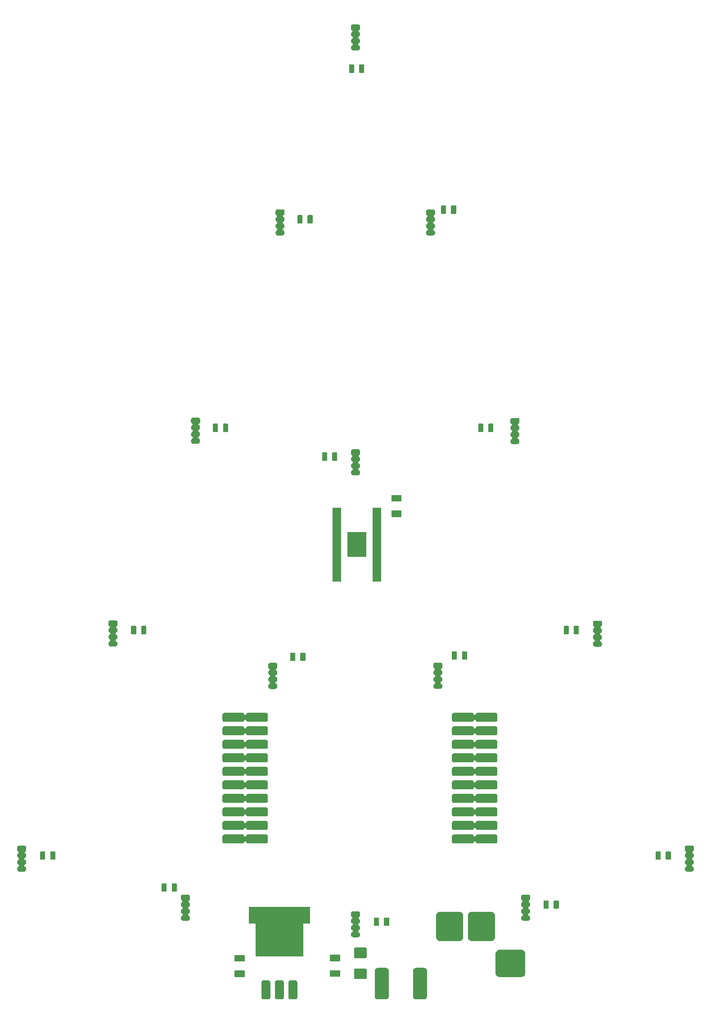
<source format=gbr>
%TF.GenerationSoftware,KiCad,Pcbnew,(2017-08-01 revision 9cbcb3224)-makepkg*%
%TF.CreationDate,2017-09-11T21:28:13-06:00*%
%TF.ProjectId,Christmas_Tree_Disco,4368726973746D61735F547265655F44,V1.0*%
%TF.SameCoordinates,Original*%
%TF.FileFunction,Soldermask,Top*%
%TF.FilePolarity,Negative*%
%FSLAX46Y46*%
G04 Gerber Fmt 4.6, Leading zero omitted, Abs format (unit mm)*
G04 Created by KiCad (PCBNEW (2017-08-01 revision 9cbcb3224)-makepkg) date 09/11/17 21:28:13*
%MOMM*%
%LPD*%
G01*
G04 APERTURE LIST*
%ADD10C,0.100000*%
G04 APERTURE END LIST*
D10*
G36*
X97026344Y-208914591D02*
X97102903Y-208937815D01*
X97102905Y-208937816D01*
X97173465Y-208975531D01*
X97173466Y-208975532D01*
X97173468Y-208975533D01*
X97235313Y-209026287D01*
X97286067Y-209088132D01*
X97323785Y-209158697D01*
X97347009Y-209235256D01*
X97355819Y-209324707D01*
X97355819Y-212091693D01*
X97347009Y-212181144D01*
X97323785Y-212257703D01*
X97286067Y-212328268D01*
X97235313Y-212390113D01*
X97173468Y-212440867D01*
X97173466Y-212440868D01*
X97173465Y-212440869D01*
X97131533Y-212463282D01*
X97102903Y-212478585D01*
X97026344Y-212501809D01*
X96936893Y-212510619D01*
X96103107Y-212510619D01*
X96013656Y-212501809D01*
X95937097Y-212478585D01*
X95908467Y-212463282D01*
X95866535Y-212440869D01*
X95866534Y-212440868D01*
X95866532Y-212440867D01*
X95804687Y-212390113D01*
X95753933Y-212328268D01*
X95716215Y-212257703D01*
X95692991Y-212181144D01*
X95684181Y-212091693D01*
X95684181Y-209324707D01*
X95692991Y-209235256D01*
X95716215Y-209158697D01*
X95753933Y-209088132D01*
X95804687Y-209026287D01*
X95866532Y-208975533D01*
X95866534Y-208975532D01*
X95866535Y-208975531D01*
X95937095Y-208937816D01*
X95937097Y-208937815D01*
X96013656Y-208914591D01*
X96103107Y-208905781D01*
X96936893Y-208905781D01*
X97026344Y-208914591D01*
X97026344Y-208914591D01*
G37*
G36*
X94486344Y-208914591D02*
X94562903Y-208937815D01*
X94562905Y-208937816D01*
X94633465Y-208975531D01*
X94633466Y-208975532D01*
X94633468Y-208975533D01*
X94695313Y-209026287D01*
X94746067Y-209088132D01*
X94783785Y-209158697D01*
X94807009Y-209235256D01*
X94815819Y-209324707D01*
X94815819Y-212091693D01*
X94807009Y-212181144D01*
X94783785Y-212257703D01*
X94746067Y-212328268D01*
X94695313Y-212390113D01*
X94633468Y-212440867D01*
X94633466Y-212440868D01*
X94633465Y-212440869D01*
X94591533Y-212463282D01*
X94562903Y-212478585D01*
X94486344Y-212501809D01*
X94396893Y-212510619D01*
X93563107Y-212510619D01*
X93473656Y-212501809D01*
X93397097Y-212478585D01*
X93368467Y-212463282D01*
X93326535Y-212440869D01*
X93326534Y-212440868D01*
X93326532Y-212440867D01*
X93264687Y-212390113D01*
X93213933Y-212328268D01*
X93176215Y-212257703D01*
X93152991Y-212181144D01*
X93144181Y-212091693D01*
X93144181Y-209324707D01*
X93152991Y-209235256D01*
X93176215Y-209158697D01*
X93213933Y-209088132D01*
X93264687Y-209026287D01*
X93326532Y-208975533D01*
X93326534Y-208975532D01*
X93326535Y-208975531D01*
X93397095Y-208937816D01*
X93397097Y-208937815D01*
X93473656Y-208914591D01*
X93563107Y-208905781D01*
X94396893Y-208905781D01*
X94486344Y-208914591D01*
X94486344Y-208914591D01*
G37*
G36*
X91946344Y-208914591D02*
X92022903Y-208937815D01*
X92022905Y-208937816D01*
X92093465Y-208975531D01*
X92093466Y-208975532D01*
X92093468Y-208975533D01*
X92155313Y-209026287D01*
X92206067Y-209088132D01*
X92243785Y-209158697D01*
X92267009Y-209235256D01*
X92275819Y-209324707D01*
X92275819Y-212091693D01*
X92267009Y-212181144D01*
X92243785Y-212257703D01*
X92206067Y-212328268D01*
X92155313Y-212390113D01*
X92093468Y-212440867D01*
X92093466Y-212440868D01*
X92093465Y-212440869D01*
X92051533Y-212463282D01*
X92022903Y-212478585D01*
X91946344Y-212501809D01*
X91856893Y-212510619D01*
X91023107Y-212510619D01*
X90933656Y-212501809D01*
X90857097Y-212478585D01*
X90828467Y-212463282D01*
X90786535Y-212440869D01*
X90786534Y-212440868D01*
X90786532Y-212440867D01*
X90724687Y-212390113D01*
X90673933Y-212328268D01*
X90636215Y-212257703D01*
X90612991Y-212181144D01*
X90604181Y-212091693D01*
X90604181Y-209324707D01*
X90612991Y-209235256D01*
X90636215Y-209158697D01*
X90673933Y-209088132D01*
X90724687Y-209026287D01*
X90786532Y-208975533D01*
X90786534Y-208975532D01*
X90786535Y-208975531D01*
X90857095Y-208937816D01*
X90857097Y-208937815D01*
X90933656Y-208914591D01*
X91023107Y-208905781D01*
X91856893Y-208905781D01*
X91946344Y-208914591D01*
X91946344Y-208914591D01*
G37*
G36*
X121248735Y-206599409D02*
X121337828Y-206608184D01*
X121337831Y-206608185D01*
X121431895Y-206636718D01*
X121518591Y-206683058D01*
X121594579Y-206745421D01*
X121656942Y-206821409D01*
X121703282Y-206908105D01*
X121728124Y-206990000D01*
X121731816Y-207002172D01*
X121739678Y-207082003D01*
X121742419Y-207109827D01*
X121742419Y-211990173D01*
X121741451Y-212000000D01*
X121731816Y-212097828D01*
X121731815Y-212097831D01*
X121703282Y-212191895D01*
X121656942Y-212278591D01*
X121594579Y-212354579D01*
X121518591Y-212416942D01*
X121431895Y-212463282D01*
X121343535Y-212490085D01*
X121337828Y-212491816D01*
X121248735Y-212500591D01*
X121230173Y-212502419D01*
X119649827Y-212502419D01*
X119631265Y-212500591D01*
X119542172Y-212491816D01*
X119536465Y-212490085D01*
X119448105Y-212463282D01*
X119361409Y-212416942D01*
X119285421Y-212354579D01*
X119223058Y-212278591D01*
X119176718Y-212191895D01*
X119148185Y-212097831D01*
X119148184Y-212097828D01*
X119138549Y-212000000D01*
X119137581Y-211990173D01*
X119137581Y-207109827D01*
X119140322Y-207082003D01*
X119148184Y-207002172D01*
X119151876Y-206990000D01*
X119176718Y-206908105D01*
X119223058Y-206821409D01*
X119285421Y-206745421D01*
X119361409Y-206683058D01*
X119448105Y-206636718D01*
X119542169Y-206608185D01*
X119542172Y-206608184D01*
X119631265Y-206599409D01*
X119649827Y-206597581D01*
X121230173Y-206597581D01*
X121248735Y-206599409D01*
X121248735Y-206599409D01*
G37*
G36*
X114048735Y-206599409D02*
X114137828Y-206608184D01*
X114137831Y-206608185D01*
X114231895Y-206636718D01*
X114318591Y-206683058D01*
X114394579Y-206745421D01*
X114456942Y-206821409D01*
X114503282Y-206908105D01*
X114528124Y-206990000D01*
X114531816Y-207002172D01*
X114539678Y-207082003D01*
X114542419Y-207109827D01*
X114542419Y-211990173D01*
X114541451Y-212000000D01*
X114531816Y-212097828D01*
X114531815Y-212097831D01*
X114503282Y-212191895D01*
X114456942Y-212278591D01*
X114394579Y-212354579D01*
X114318591Y-212416942D01*
X114231895Y-212463282D01*
X114143535Y-212490085D01*
X114137828Y-212491816D01*
X114048735Y-212500591D01*
X114030173Y-212502419D01*
X112449827Y-212502419D01*
X112431265Y-212500591D01*
X112342172Y-212491816D01*
X112336465Y-212490085D01*
X112248105Y-212463282D01*
X112161409Y-212416942D01*
X112085421Y-212354579D01*
X112023058Y-212278591D01*
X111976718Y-212191895D01*
X111948185Y-212097831D01*
X111948184Y-212097828D01*
X111938549Y-212000000D01*
X111937581Y-211990173D01*
X111937581Y-207109827D01*
X111940322Y-207082003D01*
X111948184Y-207002172D01*
X111951876Y-206990000D01*
X111976718Y-206908105D01*
X112023058Y-206821409D01*
X112085421Y-206745421D01*
X112161409Y-206683058D01*
X112248105Y-206636718D01*
X112342169Y-206608185D01*
X112342172Y-206608184D01*
X112431265Y-206599409D01*
X112449827Y-206597581D01*
X114030173Y-206597581D01*
X114048735Y-206599409D01*
X114048735Y-206599409D01*
G37*
G36*
X110133337Y-206709846D02*
X110184720Y-206714906D01*
X110214426Y-206723917D01*
X110237337Y-206730867D01*
X110285826Y-206756785D01*
X110328331Y-206791669D01*
X110363215Y-206834174D01*
X110389133Y-206882663D01*
X110389133Y-206882664D01*
X110405094Y-206935280D01*
X110410154Y-206986663D01*
X110411451Y-206999827D01*
X110411451Y-208420173D01*
X110410483Y-208430000D01*
X110405094Y-208484720D01*
X110405093Y-208484722D01*
X110389133Y-208537337D01*
X110363215Y-208585826D01*
X110328331Y-208628331D01*
X110285826Y-208663215D01*
X110237337Y-208689133D01*
X110214426Y-208696083D01*
X110184720Y-208705094D01*
X110133337Y-208710154D01*
X110120173Y-208711451D01*
X108319827Y-208711451D01*
X108306663Y-208710154D01*
X108255280Y-208705094D01*
X108225574Y-208696083D01*
X108202663Y-208689133D01*
X108154174Y-208663215D01*
X108111669Y-208628331D01*
X108076785Y-208585826D01*
X108050867Y-208537337D01*
X108034907Y-208484722D01*
X108034906Y-208484720D01*
X108029517Y-208430000D01*
X108028549Y-208420173D01*
X108028549Y-206999827D01*
X108029846Y-206986663D01*
X108034906Y-206935280D01*
X108050867Y-206882664D01*
X108050867Y-206882663D01*
X108076785Y-206834174D01*
X108111669Y-206791669D01*
X108154174Y-206756785D01*
X108202663Y-206730867D01*
X108225574Y-206723917D01*
X108255280Y-206714906D01*
X108306663Y-206709846D01*
X108319827Y-206708549D01*
X110120173Y-206708549D01*
X110133337Y-206709846D01*
X110133337Y-206709846D01*
G37*
G36*
X87299095Y-207086714D02*
X87299100Y-207086714D01*
X87322389Y-207089008D01*
X87331133Y-207089869D01*
X87346531Y-207094540D01*
X87361931Y-207099212D01*
X87390317Y-207114384D01*
X87415197Y-207134803D01*
X87435616Y-207159683D01*
X87450788Y-207188069D01*
X87453831Y-207198100D01*
X87460131Y-207218867D01*
X87460131Y-207218869D01*
X87463286Y-207250900D01*
X87463286Y-207250905D01*
X87464253Y-207260725D01*
X87464253Y-208139275D01*
X87463286Y-208149095D01*
X87463286Y-208149100D01*
X87462298Y-208159129D01*
X87460131Y-208181133D01*
X87458194Y-208187517D01*
X87450788Y-208211931D01*
X87435616Y-208240317D01*
X87415197Y-208265197D01*
X87390317Y-208285616D01*
X87361931Y-208300788D01*
X87346531Y-208305459D01*
X87331133Y-208310131D01*
X87322389Y-208310992D01*
X87299100Y-208313286D01*
X87299095Y-208313286D01*
X87289275Y-208314253D01*
X85710725Y-208314253D01*
X85700905Y-208313286D01*
X85700900Y-208313286D01*
X85677611Y-208310992D01*
X85668867Y-208310131D01*
X85653469Y-208305459D01*
X85638069Y-208300788D01*
X85609683Y-208285616D01*
X85584803Y-208265197D01*
X85564384Y-208240317D01*
X85549212Y-208211931D01*
X85541806Y-208187517D01*
X85539869Y-208181133D01*
X85537702Y-208159129D01*
X85536714Y-208149100D01*
X85536714Y-208149095D01*
X85535747Y-208139275D01*
X85535747Y-207260725D01*
X85536714Y-207250905D01*
X85536714Y-207250900D01*
X85539869Y-207218869D01*
X85539869Y-207218867D01*
X85546169Y-207198100D01*
X85549212Y-207188069D01*
X85564384Y-207159683D01*
X85584803Y-207134803D01*
X85609683Y-207114384D01*
X85638069Y-207099212D01*
X85653469Y-207094540D01*
X85668867Y-207089869D01*
X85677611Y-207089008D01*
X85700900Y-207086714D01*
X85700905Y-207086714D01*
X85710725Y-207085747D01*
X87289275Y-207085747D01*
X87299095Y-207086714D01*
X87299095Y-207086714D01*
G37*
G36*
X139646600Y-203212987D02*
X139787571Y-203255751D01*
X139860915Y-203294954D01*
X139917484Y-203325191D01*
X139917486Y-203325192D01*
X139917485Y-203325192D01*
X140031357Y-203418643D01*
X140124808Y-203532515D01*
X140194249Y-203662429D01*
X140237013Y-203803400D01*
X140252419Y-203959825D01*
X140252419Y-207540175D01*
X140237013Y-207696600D01*
X140194249Y-207837571D01*
X140124808Y-207967485D01*
X140031357Y-208081357D01*
X139936590Y-208159129D01*
X139917484Y-208174809D01*
X139860915Y-208205046D01*
X139787571Y-208244249D01*
X139787568Y-208244250D01*
X139771449Y-208249140D01*
X139646600Y-208287013D01*
X139490175Y-208302419D01*
X135409825Y-208302419D01*
X135253400Y-208287013D01*
X135128551Y-208249140D01*
X135112432Y-208244250D01*
X135112429Y-208244249D01*
X135039085Y-208205046D01*
X134982516Y-208174809D01*
X134963410Y-208159129D01*
X134868643Y-208081357D01*
X134775192Y-207967485D01*
X134705751Y-207837571D01*
X134662987Y-207696600D01*
X134647581Y-207540175D01*
X134647581Y-203959825D01*
X134662987Y-203803400D01*
X134705751Y-203662429D01*
X134775192Y-203532515D01*
X134868643Y-203418643D01*
X134982515Y-203325192D01*
X134982514Y-203325192D01*
X134982516Y-203325191D01*
X135039085Y-203294954D01*
X135112429Y-203255751D01*
X135253400Y-203212987D01*
X135409825Y-203197581D01*
X139490175Y-203197581D01*
X139646600Y-203212987D01*
X139646600Y-203212987D01*
G37*
G36*
X105243895Y-207033914D02*
X105243900Y-207033914D01*
X105267189Y-207036208D01*
X105275933Y-207037069D01*
X105291331Y-207041740D01*
X105306731Y-207046412D01*
X105335117Y-207061584D01*
X105359997Y-207082003D01*
X105380416Y-207106883D01*
X105395588Y-207135269D01*
X105400260Y-207150669D01*
X105404931Y-207166067D01*
X105404931Y-207166069D01*
X105408086Y-207198100D01*
X105408086Y-207198105D01*
X105409053Y-207207925D01*
X105409053Y-208086475D01*
X105408086Y-208096295D01*
X105408086Y-208096300D01*
X105405792Y-208119589D01*
X105404931Y-208128333D01*
X105401611Y-208139275D01*
X105395588Y-208159131D01*
X105380416Y-208187517D01*
X105359997Y-208212397D01*
X105335117Y-208232816D01*
X105306731Y-208247988D01*
X105291331Y-208252660D01*
X105275933Y-208257331D01*
X105267189Y-208258192D01*
X105243900Y-208260486D01*
X105243895Y-208260486D01*
X105234075Y-208261453D01*
X103655525Y-208261453D01*
X103645705Y-208260486D01*
X103645700Y-208260486D01*
X103622411Y-208258192D01*
X103613667Y-208257331D01*
X103598269Y-208252660D01*
X103582869Y-208247988D01*
X103554483Y-208232816D01*
X103529603Y-208212397D01*
X103509184Y-208187517D01*
X103494012Y-208159131D01*
X103487989Y-208139275D01*
X103484669Y-208128333D01*
X103483808Y-208119589D01*
X103481514Y-208096300D01*
X103481514Y-208096295D01*
X103480547Y-208086475D01*
X103480547Y-207207925D01*
X103481514Y-207198105D01*
X103481514Y-207198100D01*
X103484669Y-207166069D01*
X103484669Y-207166067D01*
X103489341Y-207150669D01*
X103494012Y-207135269D01*
X103509184Y-207106883D01*
X103529603Y-207082003D01*
X103554483Y-207061584D01*
X103582869Y-207046412D01*
X103598269Y-207041740D01*
X103613667Y-207037069D01*
X103622411Y-207036208D01*
X103645700Y-207033914D01*
X103645705Y-207033914D01*
X103655525Y-207032947D01*
X105234075Y-207032947D01*
X105243895Y-207033914D01*
X105243895Y-207033914D01*
G37*
G36*
X87299095Y-204186714D02*
X87299100Y-204186714D01*
X87322389Y-204189008D01*
X87331133Y-204189869D01*
X87346531Y-204194540D01*
X87361931Y-204199212D01*
X87390317Y-204214384D01*
X87415197Y-204234803D01*
X87435616Y-204259683D01*
X87450788Y-204288069D01*
X87453831Y-204298100D01*
X87460131Y-204318867D01*
X87460131Y-204318869D01*
X87463286Y-204350900D01*
X87463286Y-204350905D01*
X87464253Y-204360725D01*
X87464253Y-205239275D01*
X87463286Y-205249095D01*
X87463286Y-205249100D01*
X87462298Y-205259129D01*
X87460131Y-205281133D01*
X87458194Y-205287517D01*
X87450788Y-205311931D01*
X87435616Y-205340317D01*
X87415197Y-205365197D01*
X87390317Y-205385616D01*
X87361931Y-205400788D01*
X87346531Y-205405459D01*
X87331133Y-205410131D01*
X87322389Y-205410992D01*
X87299100Y-205413286D01*
X87299095Y-205413286D01*
X87289275Y-205414253D01*
X85710725Y-205414253D01*
X85700905Y-205413286D01*
X85700900Y-205413286D01*
X85677611Y-205410992D01*
X85668867Y-205410131D01*
X85653469Y-205405459D01*
X85638069Y-205400788D01*
X85609683Y-205385616D01*
X85584803Y-205365197D01*
X85564384Y-205340317D01*
X85549212Y-205311931D01*
X85541806Y-205287517D01*
X85539869Y-205281133D01*
X85537702Y-205259129D01*
X85536714Y-205249100D01*
X85536714Y-205249095D01*
X85535747Y-205239275D01*
X85535747Y-204360725D01*
X85536714Y-204350905D01*
X85536714Y-204350900D01*
X85539869Y-204318869D01*
X85539869Y-204318867D01*
X85546169Y-204298100D01*
X85549212Y-204288069D01*
X85564384Y-204259683D01*
X85584803Y-204234803D01*
X85609683Y-204214384D01*
X85638069Y-204199212D01*
X85653469Y-204194540D01*
X85668867Y-204189869D01*
X85677611Y-204189008D01*
X85700900Y-204186714D01*
X85700905Y-204186714D01*
X85710725Y-204185747D01*
X87289275Y-204185747D01*
X87299095Y-204186714D01*
X87299095Y-204186714D01*
G37*
G36*
X105243895Y-204133914D02*
X105243900Y-204133914D01*
X105267189Y-204136208D01*
X105275933Y-204137069D01*
X105291331Y-204141740D01*
X105306731Y-204146412D01*
X105335117Y-204161584D01*
X105359997Y-204182003D01*
X105380416Y-204206883D01*
X105395588Y-204235269D01*
X105400260Y-204250669D01*
X105404931Y-204266067D01*
X105404931Y-204266069D01*
X105408086Y-204298100D01*
X105408086Y-204298105D01*
X105409053Y-204307925D01*
X105409053Y-205186475D01*
X105408086Y-205196295D01*
X105408086Y-205196300D01*
X105405792Y-205219589D01*
X105404931Y-205228333D01*
X105401611Y-205239275D01*
X105395588Y-205259131D01*
X105380416Y-205287517D01*
X105359997Y-205312397D01*
X105335117Y-205332816D01*
X105306731Y-205347988D01*
X105291331Y-205352659D01*
X105275933Y-205357331D01*
X105267189Y-205358192D01*
X105243900Y-205360486D01*
X105243895Y-205360486D01*
X105234075Y-205361453D01*
X103655525Y-205361453D01*
X103645705Y-205360486D01*
X103645700Y-205360486D01*
X103622411Y-205358192D01*
X103613667Y-205357331D01*
X103598269Y-205352659D01*
X103582869Y-205347988D01*
X103554483Y-205332816D01*
X103529603Y-205312397D01*
X103509184Y-205287517D01*
X103494012Y-205259131D01*
X103487989Y-205239275D01*
X103484669Y-205228333D01*
X103483808Y-205219589D01*
X103481514Y-205196300D01*
X103481514Y-205196295D01*
X103480547Y-205186475D01*
X103480547Y-204307925D01*
X103481514Y-204298105D01*
X103481514Y-204298100D01*
X103484669Y-204266069D01*
X103484669Y-204266067D01*
X103489341Y-204250669D01*
X103494012Y-204235269D01*
X103509184Y-204206883D01*
X103529603Y-204182003D01*
X103554483Y-204161584D01*
X103582869Y-204146412D01*
X103598269Y-204141740D01*
X103613667Y-204137069D01*
X103622411Y-204136208D01*
X103645700Y-204133914D01*
X103645705Y-204133914D01*
X103655525Y-204132947D01*
X105234075Y-204132947D01*
X105243895Y-204133914D01*
X105243895Y-204133914D01*
G37*
G36*
X110133337Y-202769846D02*
X110184720Y-202774906D01*
X110214426Y-202783917D01*
X110237337Y-202790867D01*
X110285826Y-202816785D01*
X110328331Y-202851669D01*
X110363215Y-202894174D01*
X110389133Y-202942663D01*
X110389133Y-202942664D01*
X110405094Y-202995280D01*
X110410154Y-203046663D01*
X110411451Y-203059827D01*
X110411451Y-204480173D01*
X110410483Y-204490000D01*
X110405094Y-204544720D01*
X110405093Y-204544722D01*
X110389133Y-204597337D01*
X110363215Y-204645826D01*
X110328331Y-204688331D01*
X110285826Y-204723215D01*
X110237337Y-204749133D01*
X110214426Y-204756083D01*
X110184720Y-204765094D01*
X110133337Y-204770154D01*
X110120173Y-204771451D01*
X108319827Y-204771451D01*
X108306663Y-204770154D01*
X108255280Y-204765094D01*
X108225574Y-204756083D01*
X108202663Y-204749133D01*
X108154174Y-204723215D01*
X108111669Y-204688331D01*
X108076785Y-204645826D01*
X108050867Y-204597337D01*
X108034907Y-204544722D01*
X108034906Y-204544720D01*
X108029517Y-204490000D01*
X108028549Y-204480173D01*
X108028549Y-203059827D01*
X108029846Y-203046663D01*
X108034906Y-202995280D01*
X108050867Y-202942664D01*
X108050867Y-202942663D01*
X108076785Y-202894174D01*
X108111669Y-202851669D01*
X108154174Y-202816785D01*
X108202663Y-202790867D01*
X108225574Y-202783917D01*
X108255280Y-202774906D01*
X108306663Y-202769846D01*
X108319827Y-202768549D01*
X110120173Y-202768549D01*
X110133337Y-202769846D01*
X110133337Y-202769846D01*
G37*
G36*
X99741000Y-198232000D02*
X98645600Y-198232000D01*
X98606582Y-198235843D01*
X98569063Y-198247224D01*
X98534486Y-198265706D01*
X98504179Y-198290579D01*
X98479306Y-198320886D01*
X98460824Y-198355463D01*
X98449443Y-198392982D01*
X98445600Y-198432000D01*
X98445600Y-204455000D01*
X89514400Y-204455000D01*
X89514400Y-198432000D01*
X89510557Y-198392982D01*
X89499176Y-198355463D01*
X89480694Y-198320886D01*
X89455821Y-198290579D01*
X89425514Y-198265706D01*
X89390937Y-198247224D01*
X89353418Y-198235843D01*
X89314400Y-198232000D01*
X88219000Y-198232000D01*
X88219000Y-195092000D01*
X99741000Y-195092000D01*
X99741000Y-198232000D01*
X99741000Y-198232000D01*
G37*
G36*
X133946600Y-196062987D02*
X134087571Y-196105751D01*
X134153580Y-196141034D01*
X134217484Y-196175191D01*
X134217486Y-196175192D01*
X134217485Y-196175192D01*
X134331357Y-196268643D01*
X134416429Y-196372306D01*
X134424809Y-196382516D01*
X134442339Y-196415313D01*
X134494249Y-196512429D01*
X134537013Y-196653400D01*
X134552419Y-196809825D01*
X134552419Y-200790175D01*
X134537013Y-200946600D01*
X134494249Y-201087571D01*
X134424808Y-201217485D01*
X134331357Y-201331357D01*
X134227694Y-201416429D01*
X134217484Y-201424809D01*
X134160915Y-201455045D01*
X134087571Y-201494249D01*
X133946600Y-201537013D01*
X133790175Y-201552419D01*
X130209825Y-201552419D01*
X130053400Y-201537013D01*
X129912429Y-201494249D01*
X129839085Y-201455045D01*
X129782516Y-201424809D01*
X129772305Y-201416429D01*
X129668643Y-201331357D01*
X129575192Y-201217485D01*
X129505751Y-201087571D01*
X129462987Y-200946600D01*
X129447581Y-200790175D01*
X129447581Y-196809825D01*
X129462987Y-196653400D01*
X129505751Y-196512429D01*
X129557661Y-196415313D01*
X129575191Y-196382516D01*
X129583571Y-196372306D01*
X129668643Y-196268643D01*
X129782515Y-196175192D01*
X129782514Y-196175192D01*
X129782516Y-196175191D01*
X129846420Y-196141034D01*
X129912429Y-196105751D01*
X130053400Y-196062987D01*
X130209825Y-196047581D01*
X133790175Y-196047581D01*
X133946600Y-196062987D01*
X133946600Y-196062987D01*
G37*
G36*
X127946600Y-196062987D02*
X128087571Y-196105751D01*
X128153580Y-196141034D01*
X128217484Y-196175191D01*
X128217486Y-196175192D01*
X128217485Y-196175192D01*
X128331357Y-196268643D01*
X128416429Y-196372306D01*
X128424809Y-196382516D01*
X128442339Y-196415313D01*
X128494249Y-196512429D01*
X128537013Y-196653400D01*
X128552419Y-196809825D01*
X128552419Y-200790175D01*
X128537013Y-200946600D01*
X128494249Y-201087571D01*
X128424808Y-201217485D01*
X128331357Y-201331357D01*
X128227694Y-201416429D01*
X128217484Y-201424809D01*
X128160915Y-201455045D01*
X128087571Y-201494249D01*
X127946600Y-201537013D01*
X127790175Y-201552419D01*
X124209825Y-201552419D01*
X124053400Y-201537013D01*
X123912429Y-201494249D01*
X123839085Y-201455045D01*
X123782516Y-201424809D01*
X123772305Y-201416429D01*
X123668643Y-201331357D01*
X123575192Y-201217485D01*
X123505751Y-201087571D01*
X123462987Y-200946600D01*
X123447581Y-200790175D01*
X123447581Y-196809825D01*
X123462987Y-196653400D01*
X123505751Y-196512429D01*
X123557661Y-196415313D01*
X123575191Y-196382516D01*
X123583571Y-196372306D01*
X123668643Y-196268643D01*
X123782515Y-196175192D01*
X123782514Y-196175192D01*
X123782516Y-196175191D01*
X123846420Y-196141034D01*
X123912429Y-196105751D01*
X124053400Y-196062987D01*
X124209825Y-196047581D01*
X127790175Y-196047581D01*
X127946600Y-196062987D01*
X127946600Y-196062987D01*
G37*
G36*
X108908577Y-195950528D02*
X108964898Y-195967613D01*
X109016806Y-195995359D01*
X109062303Y-196032697D01*
X109099641Y-196078194D01*
X109127387Y-196130102D01*
X109144472Y-196186423D01*
X109151209Y-196254827D01*
X109151209Y-196735173D01*
X109144472Y-196803577D01*
X109127387Y-196859898D01*
X109099641Y-196911806D01*
X109062303Y-196957303D01*
X109016806Y-196994641D01*
X108984643Y-197011833D01*
X108952043Y-197033615D01*
X108924320Y-197061338D01*
X108902538Y-197093938D01*
X108887534Y-197130160D01*
X108879885Y-197168614D01*
X108879885Y-197207820D01*
X108887534Y-197246274D01*
X108902538Y-197282496D01*
X108924320Y-197315096D01*
X108947843Y-197338877D01*
X108997073Y-197380185D01*
X109064333Y-197463840D01*
X109114064Y-197558966D01*
X109144371Y-197661940D01*
X109144384Y-197662078D01*
X109144396Y-197662120D01*
X109154109Y-197768835D01*
X109142908Y-197875397D01*
X109142895Y-197875438D01*
X109142879Y-197875593D01*
X109111138Y-197978134D01*
X109060084Y-198072556D01*
X108991662Y-198155264D01*
X108908478Y-198223107D01*
X108901914Y-198226597D01*
X108873516Y-198245483D01*
X108845732Y-198273146D01*
X108823879Y-198305698D01*
X108808797Y-198341888D01*
X108801064Y-198380325D01*
X108800979Y-198419532D01*
X108808544Y-198458002D01*
X108823469Y-198494257D01*
X108845180Y-198526903D01*
X108872843Y-198554687D01*
X108899375Y-198572683D01*
X108914845Y-198581188D01*
X108997073Y-198650185D01*
X109064333Y-198733840D01*
X109114064Y-198828966D01*
X109144371Y-198931940D01*
X109144384Y-198932078D01*
X109144396Y-198932120D01*
X109154109Y-199038835D01*
X109142908Y-199145397D01*
X109142895Y-199145438D01*
X109142879Y-199145593D01*
X109111138Y-199248134D01*
X109060084Y-199342556D01*
X108991662Y-199425264D01*
X108908478Y-199493107D01*
X108901914Y-199496597D01*
X108873516Y-199515483D01*
X108845732Y-199543146D01*
X108823879Y-199575698D01*
X108808797Y-199611888D01*
X108801064Y-199650325D01*
X108800979Y-199689532D01*
X108808544Y-199728002D01*
X108823469Y-199764257D01*
X108845180Y-199796903D01*
X108872843Y-199824687D01*
X108899375Y-199842683D01*
X108914845Y-199851188D01*
X108997073Y-199920185D01*
X109064333Y-200003840D01*
X109114064Y-200098966D01*
X109144371Y-200201940D01*
X109144384Y-200202078D01*
X109144396Y-200202120D01*
X109154109Y-200308835D01*
X109142908Y-200415397D01*
X109142895Y-200415438D01*
X109142879Y-200415593D01*
X109111138Y-200518134D01*
X109060084Y-200612556D01*
X108991662Y-200695264D01*
X108908478Y-200763107D01*
X108813702Y-200813500D01*
X108710942Y-200844525D01*
X108604113Y-200855000D01*
X107995887Y-200855000D01*
X107988208Y-200854946D01*
X107881536Y-200842981D01*
X107779219Y-200810524D01*
X107685155Y-200758812D01*
X107602927Y-200689815D01*
X107535667Y-200606160D01*
X107485936Y-200511034D01*
X107455629Y-200408060D01*
X107455616Y-200407922D01*
X107455604Y-200407880D01*
X107445891Y-200301165D01*
X107457092Y-200194603D01*
X107457105Y-200194562D01*
X107457121Y-200194407D01*
X107488862Y-200091866D01*
X107539916Y-199997444D01*
X107608338Y-199914736D01*
X107691522Y-199846893D01*
X107698086Y-199843403D01*
X107726484Y-199824517D01*
X107754268Y-199796854D01*
X107776121Y-199764302D01*
X107791203Y-199728112D01*
X107798936Y-199689675D01*
X107799021Y-199650468D01*
X107791456Y-199611998D01*
X107776531Y-199575743D01*
X107754820Y-199543097D01*
X107727157Y-199515313D01*
X107700625Y-199497317D01*
X107685155Y-199488812D01*
X107602927Y-199419815D01*
X107535667Y-199336160D01*
X107485936Y-199241034D01*
X107455629Y-199138060D01*
X107455616Y-199137922D01*
X107455604Y-199137880D01*
X107445891Y-199031165D01*
X107457092Y-198924603D01*
X107457105Y-198924562D01*
X107457121Y-198924407D01*
X107488862Y-198821866D01*
X107539916Y-198727444D01*
X107608338Y-198644736D01*
X107691522Y-198576893D01*
X107698086Y-198573403D01*
X107726484Y-198554517D01*
X107754268Y-198526854D01*
X107776121Y-198494302D01*
X107791203Y-198458112D01*
X107798936Y-198419675D01*
X107799021Y-198380468D01*
X107791456Y-198341998D01*
X107776531Y-198305743D01*
X107754820Y-198273097D01*
X107727157Y-198245313D01*
X107700625Y-198227317D01*
X107685155Y-198218812D01*
X107602927Y-198149815D01*
X107535667Y-198066160D01*
X107485936Y-197971034D01*
X107455629Y-197868060D01*
X107455616Y-197867922D01*
X107455604Y-197867880D01*
X107445891Y-197761165D01*
X107457092Y-197654603D01*
X107457105Y-197654562D01*
X107457121Y-197654407D01*
X107488862Y-197551866D01*
X107539916Y-197457444D01*
X107608338Y-197374736D01*
X107649998Y-197340759D01*
X107675326Y-197315585D01*
X107697208Y-197283053D01*
X107712322Y-197246876D01*
X107720088Y-197208446D01*
X107720208Y-197169239D01*
X107712676Y-197130763D01*
X107697783Y-197094495D01*
X107676101Y-197061829D01*
X107648462Y-197034021D01*
X107615395Y-197011852D01*
X107583195Y-196994641D01*
X107583194Y-196994640D01*
X107583190Y-196994638D01*
X107537697Y-196957303D01*
X107500359Y-196911806D01*
X107472613Y-196859898D01*
X107455528Y-196803577D01*
X107448791Y-196735173D01*
X107448791Y-196254827D01*
X107455528Y-196186423D01*
X107472613Y-196130102D01*
X107500359Y-196078194D01*
X107537697Y-196032697D01*
X107583194Y-195995359D01*
X107635102Y-195967613D01*
X107691423Y-195950528D01*
X107759827Y-195943791D01*
X108840173Y-195943791D01*
X108908577Y-195950528D01*
X108908577Y-195950528D01*
G37*
G36*
X114523940Y-197126822D02*
X114547638Y-197134011D01*
X114569469Y-197145680D01*
X114588611Y-197161389D01*
X114604320Y-197180531D01*
X114615989Y-197202362D01*
X114623178Y-197226060D01*
X114626572Y-197260524D01*
X114626572Y-198539476D01*
X114623178Y-198573940D01*
X114615989Y-198597638D01*
X114604320Y-198619469D01*
X114588611Y-198638611D01*
X114569469Y-198654320D01*
X114547638Y-198665989D01*
X114523940Y-198673178D01*
X114489476Y-198676572D01*
X113810524Y-198676572D01*
X113776060Y-198673178D01*
X113752362Y-198665989D01*
X113730531Y-198654320D01*
X113711389Y-198638611D01*
X113695680Y-198619469D01*
X113684011Y-198597638D01*
X113676822Y-198573940D01*
X113673428Y-198539476D01*
X113673428Y-197260524D01*
X113676822Y-197226060D01*
X113684011Y-197202362D01*
X113695680Y-197180531D01*
X113711389Y-197161389D01*
X113730531Y-197145680D01*
X113752362Y-197134011D01*
X113776060Y-197126822D01*
X113810524Y-197123428D01*
X114489476Y-197123428D01*
X114523940Y-197126822D01*
X114523940Y-197126822D01*
G37*
G36*
X112623940Y-197126822D02*
X112647638Y-197134011D01*
X112669469Y-197145680D01*
X112688611Y-197161389D01*
X112704320Y-197180531D01*
X112715989Y-197202362D01*
X112723178Y-197226060D01*
X112726572Y-197260524D01*
X112726572Y-198539476D01*
X112723178Y-198573940D01*
X112715989Y-198597638D01*
X112704320Y-198619469D01*
X112688611Y-198638611D01*
X112669469Y-198654320D01*
X112647638Y-198665989D01*
X112623940Y-198673178D01*
X112589476Y-198676572D01*
X111910524Y-198676572D01*
X111876060Y-198673178D01*
X111852362Y-198665989D01*
X111830531Y-198654320D01*
X111811389Y-198638611D01*
X111795680Y-198619469D01*
X111784011Y-198597638D01*
X111776822Y-198573940D01*
X111773428Y-198539476D01*
X111773428Y-197260524D01*
X111776822Y-197226060D01*
X111784011Y-197202362D01*
X111795680Y-197180531D01*
X111811389Y-197161389D01*
X111830531Y-197145680D01*
X111852362Y-197134011D01*
X111876060Y-197126822D01*
X111910524Y-197123428D01*
X112589476Y-197123428D01*
X112623940Y-197126822D01*
X112623940Y-197126822D01*
G37*
G36*
X76908577Y-192850528D02*
X76964898Y-192867613D01*
X77016806Y-192895359D01*
X77062303Y-192932697D01*
X77099641Y-192978194D01*
X77127387Y-193030102D01*
X77144472Y-193086423D01*
X77151209Y-193154827D01*
X77151209Y-193635173D01*
X77144472Y-193703577D01*
X77127387Y-193759898D01*
X77099641Y-193811806D01*
X77062303Y-193857303D01*
X77016806Y-193894641D01*
X76984643Y-193911833D01*
X76952043Y-193933615D01*
X76924320Y-193961338D01*
X76902538Y-193993938D01*
X76887534Y-194030160D01*
X76879885Y-194068614D01*
X76879885Y-194107820D01*
X76887534Y-194146274D01*
X76902538Y-194182496D01*
X76924320Y-194215096D01*
X76947843Y-194238877D01*
X76997073Y-194280185D01*
X77064333Y-194363840D01*
X77114064Y-194458966D01*
X77144371Y-194561940D01*
X77144384Y-194562078D01*
X77144396Y-194562120D01*
X77154109Y-194668835D01*
X77142908Y-194775397D01*
X77142895Y-194775438D01*
X77142879Y-194775593D01*
X77111138Y-194878134D01*
X77060084Y-194972556D01*
X76991662Y-195055264D01*
X76908478Y-195123107D01*
X76901914Y-195126597D01*
X76873516Y-195145483D01*
X76845732Y-195173146D01*
X76823879Y-195205698D01*
X76808797Y-195241888D01*
X76801064Y-195280325D01*
X76800979Y-195319532D01*
X76808544Y-195358002D01*
X76823469Y-195394257D01*
X76845180Y-195426903D01*
X76872843Y-195454687D01*
X76899375Y-195472683D01*
X76914845Y-195481188D01*
X76997073Y-195550185D01*
X77064333Y-195633840D01*
X77114064Y-195728966D01*
X77144371Y-195831940D01*
X77144384Y-195832078D01*
X77144396Y-195832120D01*
X77154109Y-195938835D01*
X77142908Y-196045397D01*
X77142895Y-196045438D01*
X77142879Y-196045593D01*
X77111138Y-196148134D01*
X77060084Y-196242556D01*
X76991662Y-196325264D01*
X76908478Y-196393107D01*
X76901914Y-196396597D01*
X76873516Y-196415483D01*
X76845732Y-196443146D01*
X76823879Y-196475698D01*
X76808797Y-196511888D01*
X76801064Y-196550325D01*
X76800979Y-196589532D01*
X76808544Y-196628002D01*
X76823469Y-196664257D01*
X76845180Y-196696903D01*
X76872843Y-196724687D01*
X76899375Y-196742683D01*
X76914845Y-196751188D01*
X76997073Y-196820185D01*
X77064333Y-196903840D01*
X77114064Y-196998966D01*
X77144371Y-197101940D01*
X77144384Y-197102078D01*
X77144396Y-197102120D01*
X77154109Y-197208835D01*
X77142908Y-197315397D01*
X77142895Y-197315438D01*
X77142879Y-197315593D01*
X77111138Y-197418134D01*
X77060084Y-197512556D01*
X76991662Y-197595264D01*
X76908478Y-197663107D01*
X76813702Y-197713500D01*
X76710942Y-197744525D01*
X76604113Y-197755000D01*
X75995887Y-197755000D01*
X75988208Y-197754946D01*
X75881536Y-197742981D01*
X75779219Y-197710524D01*
X75685155Y-197658812D01*
X75602927Y-197589815D01*
X75535667Y-197506160D01*
X75485936Y-197411034D01*
X75455629Y-197308060D01*
X75455616Y-197307922D01*
X75455604Y-197307880D01*
X75445891Y-197201165D01*
X75457092Y-197094603D01*
X75457105Y-197094562D01*
X75457121Y-197094407D01*
X75488862Y-196991866D01*
X75539916Y-196897444D01*
X75608338Y-196814736D01*
X75691522Y-196746893D01*
X75698086Y-196743403D01*
X75726484Y-196724517D01*
X75754268Y-196696854D01*
X75776121Y-196664302D01*
X75791203Y-196628112D01*
X75798936Y-196589675D01*
X75799021Y-196550468D01*
X75791456Y-196511998D01*
X75776531Y-196475743D01*
X75754820Y-196443097D01*
X75727157Y-196415313D01*
X75700625Y-196397317D01*
X75685155Y-196388812D01*
X75602927Y-196319815D01*
X75535667Y-196236160D01*
X75485936Y-196141034D01*
X75455629Y-196038060D01*
X75455616Y-196037922D01*
X75455604Y-196037880D01*
X75445891Y-195931165D01*
X75457092Y-195824603D01*
X75457105Y-195824562D01*
X75457121Y-195824407D01*
X75488862Y-195721866D01*
X75539916Y-195627444D01*
X75608338Y-195544736D01*
X75691522Y-195476893D01*
X75698086Y-195473403D01*
X75726484Y-195454517D01*
X75754268Y-195426854D01*
X75776121Y-195394302D01*
X75791203Y-195358112D01*
X75798936Y-195319675D01*
X75799021Y-195280468D01*
X75791456Y-195241998D01*
X75776531Y-195205743D01*
X75754820Y-195173097D01*
X75727157Y-195145313D01*
X75700625Y-195127317D01*
X75685155Y-195118812D01*
X75602927Y-195049815D01*
X75535667Y-194966160D01*
X75485936Y-194871034D01*
X75455629Y-194768060D01*
X75455616Y-194767922D01*
X75455604Y-194767880D01*
X75445891Y-194661165D01*
X75457092Y-194554603D01*
X75457105Y-194554562D01*
X75457121Y-194554407D01*
X75488862Y-194451866D01*
X75539916Y-194357444D01*
X75608338Y-194274736D01*
X75649998Y-194240759D01*
X75675326Y-194215585D01*
X75697208Y-194183053D01*
X75712322Y-194146876D01*
X75720088Y-194108446D01*
X75720208Y-194069239D01*
X75712676Y-194030763D01*
X75697783Y-193994495D01*
X75676101Y-193961829D01*
X75648462Y-193934021D01*
X75615395Y-193911852D01*
X75583195Y-193894641D01*
X75583194Y-193894640D01*
X75583190Y-193894638D01*
X75537697Y-193857303D01*
X75500359Y-193811806D01*
X75472613Y-193759898D01*
X75455528Y-193703577D01*
X75448791Y-193635173D01*
X75448791Y-193154827D01*
X75455528Y-193086423D01*
X75472613Y-193030102D01*
X75500359Y-192978194D01*
X75537697Y-192932697D01*
X75583194Y-192895359D01*
X75635102Y-192867613D01*
X75691423Y-192850528D01*
X75759827Y-192843791D01*
X76840173Y-192843791D01*
X76908577Y-192850528D01*
X76908577Y-192850528D01*
G37*
G36*
X140908577Y-192850528D02*
X140964898Y-192867613D01*
X141016806Y-192895359D01*
X141062303Y-192932697D01*
X141099641Y-192978194D01*
X141127387Y-193030102D01*
X141144472Y-193086423D01*
X141151209Y-193154827D01*
X141151209Y-193635173D01*
X141144472Y-193703577D01*
X141127387Y-193759898D01*
X141099641Y-193811806D01*
X141062303Y-193857303D01*
X141016806Y-193894641D01*
X140984643Y-193911833D01*
X140952043Y-193933615D01*
X140924320Y-193961338D01*
X140902538Y-193993938D01*
X140887534Y-194030160D01*
X140879885Y-194068614D01*
X140879885Y-194107820D01*
X140887534Y-194146274D01*
X140902538Y-194182496D01*
X140924320Y-194215096D01*
X140947843Y-194238877D01*
X140997073Y-194280185D01*
X141064333Y-194363840D01*
X141114064Y-194458966D01*
X141144371Y-194561940D01*
X141144384Y-194562078D01*
X141144396Y-194562120D01*
X141154109Y-194668835D01*
X141142908Y-194775397D01*
X141142895Y-194775438D01*
X141142879Y-194775593D01*
X141111138Y-194878134D01*
X141060084Y-194972556D01*
X140991662Y-195055264D01*
X140908478Y-195123107D01*
X140901914Y-195126597D01*
X140873516Y-195145483D01*
X140845732Y-195173146D01*
X140823879Y-195205698D01*
X140808797Y-195241888D01*
X140801064Y-195280325D01*
X140800979Y-195319532D01*
X140808544Y-195358002D01*
X140823469Y-195394257D01*
X140845180Y-195426903D01*
X140872843Y-195454687D01*
X140899375Y-195472683D01*
X140914845Y-195481188D01*
X140997073Y-195550185D01*
X141064333Y-195633840D01*
X141114064Y-195728966D01*
X141144371Y-195831940D01*
X141144384Y-195832078D01*
X141144396Y-195832120D01*
X141154109Y-195938835D01*
X141142908Y-196045397D01*
X141142895Y-196045438D01*
X141142879Y-196045593D01*
X141111138Y-196148134D01*
X141060084Y-196242556D01*
X140991662Y-196325264D01*
X140908478Y-196393107D01*
X140901914Y-196396597D01*
X140873516Y-196415483D01*
X140845732Y-196443146D01*
X140823879Y-196475698D01*
X140808797Y-196511888D01*
X140801064Y-196550325D01*
X140800979Y-196589532D01*
X140808544Y-196628002D01*
X140823469Y-196664257D01*
X140845180Y-196696903D01*
X140872843Y-196724687D01*
X140899375Y-196742683D01*
X140914845Y-196751188D01*
X140997073Y-196820185D01*
X141064333Y-196903840D01*
X141114064Y-196998966D01*
X141144371Y-197101940D01*
X141144384Y-197102078D01*
X141144396Y-197102120D01*
X141154109Y-197208835D01*
X141142908Y-197315397D01*
X141142895Y-197315438D01*
X141142879Y-197315593D01*
X141111138Y-197418134D01*
X141060084Y-197512556D01*
X140991662Y-197595264D01*
X140908478Y-197663107D01*
X140813702Y-197713500D01*
X140710942Y-197744525D01*
X140604113Y-197755000D01*
X139995887Y-197755000D01*
X139988208Y-197754946D01*
X139881536Y-197742981D01*
X139779219Y-197710524D01*
X139685155Y-197658812D01*
X139602927Y-197589815D01*
X139535667Y-197506160D01*
X139485936Y-197411034D01*
X139455629Y-197308060D01*
X139455616Y-197307922D01*
X139455604Y-197307880D01*
X139445891Y-197201165D01*
X139457092Y-197094603D01*
X139457105Y-197094562D01*
X139457121Y-197094407D01*
X139488862Y-196991866D01*
X139539916Y-196897444D01*
X139608338Y-196814736D01*
X139691522Y-196746893D01*
X139698086Y-196743403D01*
X139726484Y-196724517D01*
X139754268Y-196696854D01*
X139776121Y-196664302D01*
X139791203Y-196628112D01*
X139798936Y-196589675D01*
X139799021Y-196550468D01*
X139791456Y-196511998D01*
X139776531Y-196475743D01*
X139754820Y-196443097D01*
X139727157Y-196415313D01*
X139700625Y-196397317D01*
X139685155Y-196388812D01*
X139602927Y-196319815D01*
X139535667Y-196236160D01*
X139485936Y-196141034D01*
X139455629Y-196038060D01*
X139455616Y-196037922D01*
X139455604Y-196037880D01*
X139445891Y-195931165D01*
X139457092Y-195824603D01*
X139457105Y-195824562D01*
X139457121Y-195824407D01*
X139488862Y-195721866D01*
X139539916Y-195627444D01*
X139608338Y-195544736D01*
X139691522Y-195476893D01*
X139698086Y-195473403D01*
X139726484Y-195454517D01*
X139754268Y-195426854D01*
X139776121Y-195394302D01*
X139791203Y-195358112D01*
X139798936Y-195319675D01*
X139799021Y-195280468D01*
X139791456Y-195241998D01*
X139776531Y-195205743D01*
X139754820Y-195173097D01*
X139727157Y-195145313D01*
X139700625Y-195127317D01*
X139685155Y-195118812D01*
X139602927Y-195049815D01*
X139535667Y-194966160D01*
X139485936Y-194871034D01*
X139455629Y-194768060D01*
X139455616Y-194767922D01*
X139455604Y-194767880D01*
X139445891Y-194661165D01*
X139457092Y-194554603D01*
X139457105Y-194554562D01*
X139457121Y-194554407D01*
X139488862Y-194451866D01*
X139539916Y-194357444D01*
X139608338Y-194274736D01*
X139649998Y-194240759D01*
X139675326Y-194215585D01*
X139697208Y-194183053D01*
X139712322Y-194146876D01*
X139720088Y-194108446D01*
X139720208Y-194069239D01*
X139712676Y-194030763D01*
X139697783Y-193994495D01*
X139676101Y-193961829D01*
X139648462Y-193934021D01*
X139615395Y-193911852D01*
X139583195Y-193894641D01*
X139583194Y-193894640D01*
X139583190Y-193894638D01*
X139537697Y-193857303D01*
X139500359Y-193811806D01*
X139472613Y-193759898D01*
X139455528Y-193703577D01*
X139448791Y-193635173D01*
X139448791Y-193154827D01*
X139455528Y-193086423D01*
X139472613Y-193030102D01*
X139500359Y-192978194D01*
X139537697Y-192932697D01*
X139583194Y-192895359D01*
X139635102Y-192867613D01*
X139691423Y-192850528D01*
X139759827Y-192843791D01*
X140840173Y-192843791D01*
X140908577Y-192850528D01*
X140908577Y-192850528D01*
G37*
G36*
X144523940Y-193926822D02*
X144547638Y-193934011D01*
X144569469Y-193945680D01*
X144588611Y-193961389D01*
X144604320Y-193980531D01*
X144615989Y-194002362D01*
X144623178Y-194026060D01*
X144626572Y-194060524D01*
X144626572Y-195339476D01*
X144623178Y-195373940D01*
X144615989Y-195397638D01*
X144604320Y-195419469D01*
X144588611Y-195438611D01*
X144569469Y-195454320D01*
X144547638Y-195465989D01*
X144523940Y-195473178D01*
X144489476Y-195476572D01*
X143810524Y-195476572D01*
X143776060Y-195473178D01*
X143752362Y-195465989D01*
X143730531Y-195454320D01*
X143711389Y-195438611D01*
X143695680Y-195419469D01*
X143684011Y-195397638D01*
X143676822Y-195373940D01*
X143673428Y-195339476D01*
X143673428Y-194060524D01*
X143676822Y-194026060D01*
X143684011Y-194002362D01*
X143695680Y-193980531D01*
X143711389Y-193961389D01*
X143730531Y-193945680D01*
X143752362Y-193934011D01*
X143776060Y-193926822D01*
X143810524Y-193923428D01*
X144489476Y-193923428D01*
X144523940Y-193926822D01*
X144523940Y-193926822D01*
G37*
G36*
X146423940Y-193926822D02*
X146447638Y-193934011D01*
X146469469Y-193945680D01*
X146488611Y-193961389D01*
X146504320Y-193980531D01*
X146515989Y-194002362D01*
X146523178Y-194026060D01*
X146526572Y-194060524D01*
X146526572Y-195339476D01*
X146523178Y-195373940D01*
X146515989Y-195397638D01*
X146504320Y-195419469D01*
X146488611Y-195438611D01*
X146469469Y-195454320D01*
X146447638Y-195465989D01*
X146423940Y-195473178D01*
X146389476Y-195476572D01*
X145710524Y-195476572D01*
X145676060Y-195473178D01*
X145652362Y-195465989D01*
X145630531Y-195454320D01*
X145611389Y-195438611D01*
X145595680Y-195419469D01*
X145584011Y-195397638D01*
X145576822Y-195373940D01*
X145573428Y-195339476D01*
X145573428Y-194060524D01*
X145576822Y-194026060D01*
X145584011Y-194002362D01*
X145595680Y-193980531D01*
X145611389Y-193961389D01*
X145630531Y-193945680D01*
X145652362Y-193934011D01*
X145676060Y-193926822D01*
X145710524Y-193923428D01*
X146389476Y-193923428D01*
X146423940Y-193926822D01*
X146423940Y-193926822D01*
G37*
G36*
X72673940Y-190726822D02*
X72697638Y-190734011D01*
X72719469Y-190745680D01*
X72738611Y-190761389D01*
X72754320Y-190780531D01*
X72765989Y-190802362D01*
X72773178Y-190826060D01*
X72776572Y-190860524D01*
X72776572Y-192139476D01*
X72773178Y-192173940D01*
X72765989Y-192197638D01*
X72754320Y-192219469D01*
X72738611Y-192238611D01*
X72719469Y-192254320D01*
X72697638Y-192265989D01*
X72673940Y-192273178D01*
X72639476Y-192276572D01*
X71960524Y-192276572D01*
X71926060Y-192273178D01*
X71902362Y-192265989D01*
X71880531Y-192254320D01*
X71861389Y-192238611D01*
X71845680Y-192219469D01*
X71834011Y-192197638D01*
X71826822Y-192173940D01*
X71823428Y-192139476D01*
X71823428Y-190860524D01*
X71826822Y-190826060D01*
X71834011Y-190802362D01*
X71845680Y-190780531D01*
X71861389Y-190761389D01*
X71880531Y-190745680D01*
X71902362Y-190734011D01*
X71926060Y-190726822D01*
X71960524Y-190723428D01*
X72639476Y-190723428D01*
X72673940Y-190726822D01*
X72673940Y-190726822D01*
G37*
G36*
X74573940Y-190726822D02*
X74597638Y-190734011D01*
X74619469Y-190745680D01*
X74638611Y-190761389D01*
X74654320Y-190780531D01*
X74665989Y-190802362D01*
X74673178Y-190826060D01*
X74676572Y-190860524D01*
X74676572Y-192139476D01*
X74673178Y-192173940D01*
X74665989Y-192197638D01*
X74654320Y-192219469D01*
X74638611Y-192238611D01*
X74619469Y-192254320D01*
X74597638Y-192265989D01*
X74573940Y-192273178D01*
X74539476Y-192276572D01*
X73860524Y-192276572D01*
X73826060Y-192273178D01*
X73802362Y-192265989D01*
X73780531Y-192254320D01*
X73761389Y-192238611D01*
X73745680Y-192219469D01*
X73734011Y-192197638D01*
X73726822Y-192173940D01*
X73723428Y-192139476D01*
X73723428Y-190860524D01*
X73726822Y-190826060D01*
X73734011Y-190802362D01*
X73745680Y-190780531D01*
X73761389Y-190761389D01*
X73780531Y-190745680D01*
X73802362Y-190734011D01*
X73826060Y-190726822D01*
X73860524Y-190723428D01*
X74539476Y-190723428D01*
X74573940Y-190726822D01*
X74573940Y-190726822D01*
G37*
G36*
X46109672Y-183655028D02*
X46165993Y-183672113D01*
X46217901Y-183699859D01*
X46263398Y-183737197D01*
X46300736Y-183782694D01*
X46328482Y-183834602D01*
X46345567Y-183890923D01*
X46352304Y-183959327D01*
X46352304Y-184439673D01*
X46345567Y-184508077D01*
X46328482Y-184564398D01*
X46300736Y-184616306D01*
X46263398Y-184661803D01*
X46217901Y-184699141D01*
X46185738Y-184716333D01*
X46153138Y-184738115D01*
X46125415Y-184765838D01*
X46103633Y-184798438D01*
X46088629Y-184834660D01*
X46080980Y-184873114D01*
X46080980Y-184912320D01*
X46088629Y-184950774D01*
X46103633Y-184986996D01*
X46125415Y-185019596D01*
X46148938Y-185043377D01*
X46198168Y-185084685D01*
X46265428Y-185168340D01*
X46315159Y-185263466D01*
X46345466Y-185366440D01*
X46345479Y-185366578D01*
X46345491Y-185366620D01*
X46355204Y-185473335D01*
X46344003Y-185579897D01*
X46343990Y-185579938D01*
X46343974Y-185580093D01*
X46312233Y-185682634D01*
X46261179Y-185777056D01*
X46192757Y-185859764D01*
X46109573Y-185927607D01*
X46103009Y-185931097D01*
X46074611Y-185949983D01*
X46046827Y-185977646D01*
X46024974Y-186010198D01*
X46009892Y-186046388D01*
X46002159Y-186084825D01*
X46002074Y-186124032D01*
X46009639Y-186162502D01*
X46024564Y-186198757D01*
X46046275Y-186231403D01*
X46073938Y-186259187D01*
X46100470Y-186277183D01*
X46115940Y-186285688D01*
X46198168Y-186354685D01*
X46265428Y-186438340D01*
X46315159Y-186533466D01*
X46345466Y-186636440D01*
X46345479Y-186636578D01*
X46345491Y-186636620D01*
X46355204Y-186743335D01*
X46344003Y-186849897D01*
X46343990Y-186849938D01*
X46343974Y-186850093D01*
X46312233Y-186952634D01*
X46261179Y-187047056D01*
X46192757Y-187129764D01*
X46109573Y-187197607D01*
X46103009Y-187201097D01*
X46074611Y-187219983D01*
X46046827Y-187247646D01*
X46024974Y-187280198D01*
X46009892Y-187316388D01*
X46002159Y-187354825D01*
X46002074Y-187394032D01*
X46009639Y-187432502D01*
X46024564Y-187468757D01*
X46046275Y-187501403D01*
X46073938Y-187529187D01*
X46100470Y-187547183D01*
X46115940Y-187555688D01*
X46198168Y-187624685D01*
X46265428Y-187708340D01*
X46315159Y-187803466D01*
X46345466Y-187906440D01*
X46345479Y-187906578D01*
X46345491Y-187906620D01*
X46355204Y-188013335D01*
X46344003Y-188119897D01*
X46343990Y-188119938D01*
X46343974Y-188120093D01*
X46312233Y-188222634D01*
X46261179Y-188317056D01*
X46192757Y-188399764D01*
X46109573Y-188467607D01*
X46014797Y-188518000D01*
X45912037Y-188549025D01*
X45805208Y-188559500D01*
X45196982Y-188559500D01*
X45189303Y-188559446D01*
X45082631Y-188547481D01*
X44980314Y-188515024D01*
X44886250Y-188463312D01*
X44804022Y-188394315D01*
X44736762Y-188310660D01*
X44687031Y-188215534D01*
X44656724Y-188112560D01*
X44656711Y-188112422D01*
X44656699Y-188112380D01*
X44646986Y-188005665D01*
X44658187Y-187899103D01*
X44658200Y-187899062D01*
X44658216Y-187898907D01*
X44689957Y-187796366D01*
X44741011Y-187701944D01*
X44809433Y-187619236D01*
X44892617Y-187551393D01*
X44899181Y-187547903D01*
X44927579Y-187529017D01*
X44955363Y-187501354D01*
X44977216Y-187468802D01*
X44992298Y-187432612D01*
X45000031Y-187394175D01*
X45000116Y-187354968D01*
X44992551Y-187316498D01*
X44977626Y-187280243D01*
X44955915Y-187247597D01*
X44928252Y-187219813D01*
X44901720Y-187201817D01*
X44886250Y-187193312D01*
X44804022Y-187124315D01*
X44736762Y-187040660D01*
X44687031Y-186945534D01*
X44656724Y-186842560D01*
X44656711Y-186842422D01*
X44656699Y-186842380D01*
X44646986Y-186735665D01*
X44658187Y-186629103D01*
X44658200Y-186629062D01*
X44658216Y-186628907D01*
X44689957Y-186526366D01*
X44741011Y-186431944D01*
X44809433Y-186349236D01*
X44892617Y-186281393D01*
X44899181Y-186277903D01*
X44927579Y-186259017D01*
X44955363Y-186231354D01*
X44977216Y-186198802D01*
X44992298Y-186162612D01*
X45000031Y-186124175D01*
X45000116Y-186084968D01*
X44992551Y-186046498D01*
X44977626Y-186010243D01*
X44955915Y-185977597D01*
X44928252Y-185949813D01*
X44901720Y-185931817D01*
X44886250Y-185923312D01*
X44804022Y-185854315D01*
X44736762Y-185770660D01*
X44687031Y-185675534D01*
X44656724Y-185572560D01*
X44656711Y-185572422D01*
X44656699Y-185572380D01*
X44646986Y-185465665D01*
X44658187Y-185359103D01*
X44658200Y-185359062D01*
X44658216Y-185358907D01*
X44689957Y-185256366D01*
X44741011Y-185161944D01*
X44809433Y-185079236D01*
X44851093Y-185045259D01*
X44876421Y-185020085D01*
X44898303Y-184987553D01*
X44913417Y-184951376D01*
X44921183Y-184912946D01*
X44921303Y-184873739D01*
X44913771Y-184835263D01*
X44898878Y-184798995D01*
X44877196Y-184766329D01*
X44849557Y-184738521D01*
X44816490Y-184716352D01*
X44784290Y-184699141D01*
X44784289Y-184699140D01*
X44784285Y-184699138D01*
X44738792Y-184661803D01*
X44701454Y-184616306D01*
X44673708Y-184564398D01*
X44656623Y-184508077D01*
X44649886Y-184439673D01*
X44649886Y-183959327D01*
X44656623Y-183890923D01*
X44673708Y-183834602D01*
X44701454Y-183782694D01*
X44738792Y-183737197D01*
X44784289Y-183699859D01*
X44836197Y-183672113D01*
X44892518Y-183655028D01*
X44960922Y-183648291D01*
X46041268Y-183648291D01*
X46109672Y-183655028D01*
X46109672Y-183655028D01*
G37*
G36*
X171708577Y-183615528D02*
X171764898Y-183632613D01*
X171816806Y-183660359D01*
X171862303Y-183697697D01*
X171899641Y-183743194D01*
X171927387Y-183795102D01*
X171944472Y-183851423D01*
X171951209Y-183919827D01*
X171951209Y-184400173D01*
X171944472Y-184468577D01*
X171927387Y-184524898D01*
X171899641Y-184576806D01*
X171862303Y-184622303D01*
X171816806Y-184659641D01*
X171784643Y-184676833D01*
X171752043Y-184698615D01*
X171724320Y-184726338D01*
X171702538Y-184758938D01*
X171687534Y-184795160D01*
X171679885Y-184833614D01*
X171679885Y-184872820D01*
X171687534Y-184911274D01*
X171702538Y-184947496D01*
X171724320Y-184980096D01*
X171747843Y-185003877D01*
X171797073Y-185045185D01*
X171864333Y-185128840D01*
X171914064Y-185223966D01*
X171944371Y-185326940D01*
X171944384Y-185327078D01*
X171944396Y-185327120D01*
X171954109Y-185433835D01*
X171942908Y-185540397D01*
X171942895Y-185540438D01*
X171942879Y-185540593D01*
X171911138Y-185643134D01*
X171860084Y-185737556D01*
X171791662Y-185820264D01*
X171708478Y-185888107D01*
X171701914Y-185891597D01*
X171673516Y-185910483D01*
X171645732Y-185938146D01*
X171623879Y-185970698D01*
X171608797Y-186006888D01*
X171601064Y-186045325D01*
X171600979Y-186084532D01*
X171608544Y-186123002D01*
X171623469Y-186159257D01*
X171645180Y-186191903D01*
X171672843Y-186219687D01*
X171699375Y-186237683D01*
X171714845Y-186246188D01*
X171797073Y-186315185D01*
X171864333Y-186398840D01*
X171914064Y-186493966D01*
X171944371Y-186596940D01*
X171944384Y-186597078D01*
X171944396Y-186597120D01*
X171954109Y-186703835D01*
X171942908Y-186810397D01*
X171942895Y-186810438D01*
X171942879Y-186810593D01*
X171911138Y-186913134D01*
X171860084Y-187007556D01*
X171791662Y-187090264D01*
X171708478Y-187158107D01*
X171701914Y-187161597D01*
X171673516Y-187180483D01*
X171645732Y-187208146D01*
X171623879Y-187240698D01*
X171608797Y-187276888D01*
X171601064Y-187315325D01*
X171600979Y-187354532D01*
X171608544Y-187393002D01*
X171623469Y-187429257D01*
X171645180Y-187461903D01*
X171672843Y-187489687D01*
X171699375Y-187507683D01*
X171714845Y-187516188D01*
X171797073Y-187585185D01*
X171864333Y-187668840D01*
X171914064Y-187763966D01*
X171944371Y-187866940D01*
X171944384Y-187867078D01*
X171944396Y-187867120D01*
X171954109Y-187973835D01*
X171942908Y-188080397D01*
X171942895Y-188080438D01*
X171942879Y-188080593D01*
X171911138Y-188183134D01*
X171860084Y-188277556D01*
X171791662Y-188360264D01*
X171708478Y-188428107D01*
X171613702Y-188478500D01*
X171510942Y-188509525D01*
X171404113Y-188520000D01*
X170795887Y-188520000D01*
X170788208Y-188519946D01*
X170681536Y-188507981D01*
X170579219Y-188475524D01*
X170485155Y-188423812D01*
X170402927Y-188354815D01*
X170335667Y-188271160D01*
X170285936Y-188176034D01*
X170255629Y-188073060D01*
X170255616Y-188072922D01*
X170255604Y-188072880D01*
X170245891Y-187966165D01*
X170257092Y-187859603D01*
X170257105Y-187859562D01*
X170257121Y-187859407D01*
X170288862Y-187756866D01*
X170339916Y-187662444D01*
X170408338Y-187579736D01*
X170491522Y-187511893D01*
X170498086Y-187508403D01*
X170526484Y-187489517D01*
X170554268Y-187461854D01*
X170576121Y-187429302D01*
X170591203Y-187393112D01*
X170598936Y-187354675D01*
X170599021Y-187315468D01*
X170591456Y-187276998D01*
X170576531Y-187240743D01*
X170554820Y-187208097D01*
X170527157Y-187180313D01*
X170500625Y-187162317D01*
X170485155Y-187153812D01*
X170402927Y-187084815D01*
X170335667Y-187001160D01*
X170285936Y-186906034D01*
X170255629Y-186803060D01*
X170255616Y-186802922D01*
X170255604Y-186802880D01*
X170245891Y-186696165D01*
X170257092Y-186589603D01*
X170257105Y-186589562D01*
X170257121Y-186589407D01*
X170288862Y-186486866D01*
X170339916Y-186392444D01*
X170408338Y-186309736D01*
X170491522Y-186241893D01*
X170498086Y-186238403D01*
X170526484Y-186219517D01*
X170554268Y-186191854D01*
X170576121Y-186159302D01*
X170591203Y-186123112D01*
X170598936Y-186084675D01*
X170599021Y-186045468D01*
X170591456Y-186006998D01*
X170576531Y-185970743D01*
X170554820Y-185938097D01*
X170527157Y-185910313D01*
X170500625Y-185892317D01*
X170485155Y-185883812D01*
X170402927Y-185814815D01*
X170335667Y-185731160D01*
X170285936Y-185636034D01*
X170255629Y-185533060D01*
X170255616Y-185532922D01*
X170255604Y-185532880D01*
X170245891Y-185426165D01*
X170257092Y-185319603D01*
X170257105Y-185319562D01*
X170257121Y-185319407D01*
X170288862Y-185216866D01*
X170339916Y-185122444D01*
X170408338Y-185039736D01*
X170449998Y-185005759D01*
X170475326Y-184980585D01*
X170497208Y-184948053D01*
X170512322Y-184911876D01*
X170520088Y-184873446D01*
X170520208Y-184834239D01*
X170512676Y-184795763D01*
X170497783Y-184759495D01*
X170476101Y-184726829D01*
X170448462Y-184699021D01*
X170415395Y-184676852D01*
X170383195Y-184659641D01*
X170383194Y-184659640D01*
X170383190Y-184659638D01*
X170337697Y-184622303D01*
X170300359Y-184576806D01*
X170272613Y-184524898D01*
X170255528Y-184468577D01*
X170248791Y-184400173D01*
X170248791Y-183919827D01*
X170255528Y-183851423D01*
X170272613Y-183795102D01*
X170300359Y-183743194D01*
X170337697Y-183697697D01*
X170383194Y-183660359D01*
X170435102Y-183632613D01*
X170491423Y-183615528D01*
X170559827Y-183608791D01*
X171640173Y-183608791D01*
X171708577Y-183615528D01*
X171708577Y-183615528D01*
G37*
G36*
X51703940Y-184726822D02*
X51727638Y-184734011D01*
X51749469Y-184745680D01*
X51768611Y-184761389D01*
X51784320Y-184780531D01*
X51795989Y-184802362D01*
X51803178Y-184826060D01*
X51806572Y-184860524D01*
X51806572Y-186139476D01*
X51803178Y-186173940D01*
X51795989Y-186197638D01*
X51784320Y-186219469D01*
X51768611Y-186238611D01*
X51749469Y-186254320D01*
X51727638Y-186265989D01*
X51703940Y-186273178D01*
X51669476Y-186276572D01*
X50990524Y-186276572D01*
X50956060Y-186273178D01*
X50932362Y-186265989D01*
X50910531Y-186254320D01*
X50891389Y-186238611D01*
X50875680Y-186219469D01*
X50864011Y-186197638D01*
X50856822Y-186173940D01*
X50853428Y-186139476D01*
X50853428Y-184860524D01*
X50856822Y-184826060D01*
X50864011Y-184802362D01*
X50875680Y-184780531D01*
X50891389Y-184761389D01*
X50910531Y-184745680D01*
X50932362Y-184734011D01*
X50956060Y-184726822D01*
X50990524Y-184723428D01*
X51669476Y-184723428D01*
X51703940Y-184726822D01*
X51703940Y-184726822D01*
G37*
G36*
X49803940Y-184726822D02*
X49827638Y-184734011D01*
X49849469Y-184745680D01*
X49868611Y-184761389D01*
X49884320Y-184780531D01*
X49895989Y-184802362D01*
X49903178Y-184826060D01*
X49906572Y-184860524D01*
X49906572Y-186139476D01*
X49903178Y-186173940D01*
X49895989Y-186197638D01*
X49884320Y-186219469D01*
X49868611Y-186238611D01*
X49849469Y-186254320D01*
X49827638Y-186265989D01*
X49803940Y-186273178D01*
X49769476Y-186276572D01*
X49090524Y-186276572D01*
X49056060Y-186273178D01*
X49032362Y-186265989D01*
X49010531Y-186254320D01*
X48991389Y-186238611D01*
X48975680Y-186219469D01*
X48964011Y-186197638D01*
X48956822Y-186173940D01*
X48953428Y-186139476D01*
X48953428Y-184860524D01*
X48956822Y-184826060D01*
X48964011Y-184802362D01*
X48975680Y-184780531D01*
X48991389Y-184761389D01*
X49010531Y-184745680D01*
X49032362Y-184734011D01*
X49056060Y-184726822D01*
X49090524Y-184723428D01*
X49769476Y-184723428D01*
X49803940Y-184726822D01*
X49803940Y-184726822D01*
G37*
G36*
X165623940Y-184726822D02*
X165647638Y-184734011D01*
X165669469Y-184745680D01*
X165688611Y-184761389D01*
X165704320Y-184780531D01*
X165715989Y-184802362D01*
X165723178Y-184826060D01*
X165726572Y-184860524D01*
X165726572Y-186139476D01*
X165723178Y-186173940D01*
X165715989Y-186197638D01*
X165704320Y-186219469D01*
X165688611Y-186238611D01*
X165669469Y-186254320D01*
X165647638Y-186265989D01*
X165623940Y-186273178D01*
X165589476Y-186276572D01*
X164910524Y-186276572D01*
X164876060Y-186273178D01*
X164852362Y-186265989D01*
X164830531Y-186254320D01*
X164811389Y-186238611D01*
X164795680Y-186219469D01*
X164784011Y-186197638D01*
X164776822Y-186173940D01*
X164773428Y-186139476D01*
X164773428Y-184860524D01*
X164776822Y-184826060D01*
X164784011Y-184802362D01*
X164795680Y-184780531D01*
X164811389Y-184761389D01*
X164830531Y-184745680D01*
X164852362Y-184734011D01*
X164876060Y-184726822D01*
X164910524Y-184723428D01*
X165589476Y-184723428D01*
X165623940Y-184726822D01*
X165623940Y-184726822D01*
G37*
G36*
X167523940Y-184726822D02*
X167547638Y-184734011D01*
X167569469Y-184745680D01*
X167588611Y-184761389D01*
X167604320Y-184780531D01*
X167615989Y-184802362D01*
X167623178Y-184826060D01*
X167626572Y-184860524D01*
X167626572Y-186139476D01*
X167623178Y-186173940D01*
X167615989Y-186197638D01*
X167604320Y-186219469D01*
X167588611Y-186238611D01*
X167569469Y-186254320D01*
X167547638Y-186265989D01*
X167523940Y-186273178D01*
X167489476Y-186276572D01*
X166810524Y-186276572D01*
X166776060Y-186273178D01*
X166752362Y-186265989D01*
X166730531Y-186254320D01*
X166711389Y-186238611D01*
X166695680Y-186219469D01*
X166684011Y-186197638D01*
X166676822Y-186173940D01*
X166673428Y-186139476D01*
X166673428Y-184860524D01*
X166676822Y-184826060D01*
X166684011Y-184802362D01*
X166695680Y-184780531D01*
X166711389Y-184761389D01*
X166730531Y-184745680D01*
X166752362Y-184734011D01*
X166776060Y-184726822D01*
X166810524Y-184723428D01*
X167489476Y-184723428D01*
X167523940Y-184726822D01*
X167523940Y-184726822D01*
G37*
G36*
X87096982Y-181530334D02*
X87158511Y-181548999D01*
X87209389Y-181576194D01*
X87215209Y-181579305D01*
X87264908Y-181620092D01*
X87305695Y-181669791D01*
X87305696Y-181669793D01*
X87336001Y-181726490D01*
X87348612Y-181768061D01*
X87363616Y-181804283D01*
X87385399Y-181836883D01*
X87413122Y-181864606D01*
X87445722Y-181886388D01*
X87481944Y-181901391D01*
X87520398Y-181909040D01*
X87559605Y-181909040D01*
X87598058Y-181901391D01*
X87634280Y-181886387D01*
X87666880Y-181864604D01*
X87694603Y-181836881D01*
X87716385Y-181804281D01*
X87731388Y-181768061D01*
X87743999Y-181726490D01*
X87774304Y-181669793D01*
X87774305Y-181669791D01*
X87815092Y-181620092D01*
X87864791Y-181579305D01*
X87870611Y-181576194D01*
X87921489Y-181548999D01*
X87983018Y-181530334D01*
X88056825Y-181523065D01*
X91463175Y-181523065D01*
X91536982Y-181530334D01*
X91598511Y-181548999D01*
X91649389Y-181576194D01*
X91655209Y-181579305D01*
X91704908Y-181620092D01*
X91745695Y-181669791D01*
X91745696Y-181669793D01*
X91776001Y-181726489D01*
X91794666Y-181788018D01*
X91801935Y-181861825D01*
X91801935Y-182858175D01*
X91794666Y-182931982D01*
X91776001Y-182993511D01*
X91748806Y-183044389D01*
X91745695Y-183050209D01*
X91704908Y-183099908D01*
X91655209Y-183140695D01*
X91655207Y-183140696D01*
X91598511Y-183171001D01*
X91536982Y-183189666D01*
X91463175Y-183196935D01*
X88056825Y-183196935D01*
X87983018Y-183189666D01*
X87921489Y-183171001D01*
X87864793Y-183140696D01*
X87864791Y-183140695D01*
X87815092Y-183099908D01*
X87774305Y-183050209D01*
X87743998Y-182993508D01*
X87731388Y-182951939D01*
X87716384Y-182915717D01*
X87694601Y-182883117D01*
X87666878Y-182855394D01*
X87634278Y-182833612D01*
X87598056Y-182818609D01*
X87559602Y-182810960D01*
X87520395Y-182810960D01*
X87481942Y-182818609D01*
X87445720Y-182833613D01*
X87413120Y-182855396D01*
X87385397Y-182883119D01*
X87363615Y-182915719D01*
X87348612Y-182951939D01*
X87336002Y-182993508D01*
X87305695Y-183050209D01*
X87264908Y-183099908D01*
X87215209Y-183140695D01*
X87215207Y-183140696D01*
X87158511Y-183171001D01*
X87096982Y-183189666D01*
X87023175Y-183196935D01*
X83616825Y-183196935D01*
X83543018Y-183189666D01*
X83481489Y-183171001D01*
X83424793Y-183140696D01*
X83424791Y-183140695D01*
X83375092Y-183099908D01*
X83334305Y-183050209D01*
X83331194Y-183044389D01*
X83303999Y-182993511D01*
X83285334Y-182931982D01*
X83278065Y-182858175D01*
X83278065Y-181861825D01*
X83285334Y-181788018D01*
X83303999Y-181726489D01*
X83334304Y-181669793D01*
X83334305Y-181669791D01*
X83375092Y-181620092D01*
X83424791Y-181579305D01*
X83430611Y-181576194D01*
X83481489Y-181548999D01*
X83543018Y-181530334D01*
X83616825Y-181523065D01*
X87023175Y-181523065D01*
X87096982Y-181530334D01*
X87096982Y-181530334D01*
G37*
G36*
X130276982Y-181530334D02*
X130338511Y-181548999D01*
X130389389Y-181576194D01*
X130395209Y-181579305D01*
X130444908Y-181620092D01*
X130485695Y-181669791D01*
X130485696Y-181669793D01*
X130516001Y-181726490D01*
X130528612Y-181768061D01*
X130543616Y-181804283D01*
X130565399Y-181836883D01*
X130593122Y-181864606D01*
X130625722Y-181886388D01*
X130661944Y-181901391D01*
X130700398Y-181909040D01*
X130739605Y-181909040D01*
X130778058Y-181901391D01*
X130814280Y-181886387D01*
X130846880Y-181864604D01*
X130874603Y-181836881D01*
X130896385Y-181804281D01*
X130911388Y-181768061D01*
X130923999Y-181726490D01*
X130954304Y-181669793D01*
X130954305Y-181669791D01*
X130995092Y-181620092D01*
X131044791Y-181579305D01*
X131050611Y-181576194D01*
X131101489Y-181548999D01*
X131163018Y-181530334D01*
X131236825Y-181523065D01*
X134643175Y-181523065D01*
X134716982Y-181530334D01*
X134778511Y-181548999D01*
X134829389Y-181576194D01*
X134835209Y-181579305D01*
X134884908Y-181620092D01*
X134925695Y-181669791D01*
X134925696Y-181669793D01*
X134956001Y-181726489D01*
X134974666Y-181788018D01*
X134981935Y-181861825D01*
X134981935Y-182858175D01*
X134974666Y-182931982D01*
X134956001Y-182993511D01*
X134928806Y-183044389D01*
X134925695Y-183050209D01*
X134884908Y-183099908D01*
X134835209Y-183140695D01*
X134835207Y-183140696D01*
X134778511Y-183171001D01*
X134716982Y-183189666D01*
X134643175Y-183196935D01*
X131236825Y-183196935D01*
X131163018Y-183189666D01*
X131101489Y-183171001D01*
X131044793Y-183140696D01*
X131044791Y-183140695D01*
X130995092Y-183099908D01*
X130954305Y-183050209D01*
X130923998Y-182993508D01*
X130911388Y-182951939D01*
X130896384Y-182915717D01*
X130874601Y-182883117D01*
X130846878Y-182855394D01*
X130814278Y-182833612D01*
X130778056Y-182818609D01*
X130739602Y-182810960D01*
X130700395Y-182810960D01*
X130661942Y-182818609D01*
X130625720Y-182833613D01*
X130593120Y-182855396D01*
X130565397Y-182883119D01*
X130543615Y-182915719D01*
X130528612Y-182951939D01*
X130516002Y-182993508D01*
X130485695Y-183050209D01*
X130444908Y-183099908D01*
X130395209Y-183140695D01*
X130395207Y-183140696D01*
X130338511Y-183171001D01*
X130276982Y-183189666D01*
X130203175Y-183196935D01*
X126796825Y-183196935D01*
X126723018Y-183189666D01*
X126661489Y-183171001D01*
X126604793Y-183140696D01*
X126604791Y-183140695D01*
X126555092Y-183099908D01*
X126514305Y-183050209D01*
X126511194Y-183044389D01*
X126483999Y-182993511D01*
X126465334Y-182931982D01*
X126458065Y-182858175D01*
X126458065Y-181861825D01*
X126465334Y-181788018D01*
X126483999Y-181726489D01*
X126514304Y-181669793D01*
X126514305Y-181669791D01*
X126555092Y-181620092D01*
X126604791Y-181579305D01*
X126610611Y-181576194D01*
X126661489Y-181548999D01*
X126723018Y-181530334D01*
X126796825Y-181523065D01*
X130203175Y-181523065D01*
X130276982Y-181530334D01*
X130276982Y-181530334D01*
G37*
G36*
X87096982Y-178990334D02*
X87158511Y-179008999D01*
X87209389Y-179036194D01*
X87215209Y-179039305D01*
X87264908Y-179080092D01*
X87305695Y-179129791D01*
X87305696Y-179129793D01*
X87336001Y-179186490D01*
X87348612Y-179228061D01*
X87363616Y-179264283D01*
X87385399Y-179296883D01*
X87413122Y-179324606D01*
X87445722Y-179346388D01*
X87481944Y-179361391D01*
X87520398Y-179369040D01*
X87559605Y-179369040D01*
X87598058Y-179361391D01*
X87634280Y-179346387D01*
X87666880Y-179324604D01*
X87694603Y-179296881D01*
X87716385Y-179264281D01*
X87731388Y-179228061D01*
X87743999Y-179186490D01*
X87774304Y-179129793D01*
X87774305Y-179129791D01*
X87815092Y-179080092D01*
X87864791Y-179039305D01*
X87870611Y-179036194D01*
X87921489Y-179008999D01*
X87983018Y-178990334D01*
X88056825Y-178983065D01*
X91463175Y-178983065D01*
X91536982Y-178990334D01*
X91598511Y-179008999D01*
X91649389Y-179036194D01*
X91655209Y-179039305D01*
X91704908Y-179080092D01*
X91745695Y-179129791D01*
X91745696Y-179129793D01*
X91776001Y-179186489D01*
X91794666Y-179248018D01*
X91801935Y-179321825D01*
X91801935Y-180318175D01*
X91794666Y-180391982D01*
X91776001Y-180453511D01*
X91748806Y-180504389D01*
X91745695Y-180510209D01*
X91704908Y-180559908D01*
X91655209Y-180600695D01*
X91655207Y-180600696D01*
X91598511Y-180631001D01*
X91536982Y-180649666D01*
X91463175Y-180656935D01*
X88056825Y-180656935D01*
X87983018Y-180649666D01*
X87921489Y-180631001D01*
X87864793Y-180600696D01*
X87864791Y-180600695D01*
X87815092Y-180559908D01*
X87774305Y-180510209D01*
X87743998Y-180453508D01*
X87731388Y-180411939D01*
X87716384Y-180375717D01*
X87694601Y-180343117D01*
X87666878Y-180315394D01*
X87634278Y-180293612D01*
X87598056Y-180278609D01*
X87559602Y-180270960D01*
X87520395Y-180270960D01*
X87481942Y-180278609D01*
X87445720Y-180293613D01*
X87413120Y-180315396D01*
X87385397Y-180343119D01*
X87363615Y-180375719D01*
X87348612Y-180411939D01*
X87336002Y-180453508D01*
X87305695Y-180510209D01*
X87264908Y-180559908D01*
X87215209Y-180600695D01*
X87215207Y-180600696D01*
X87158511Y-180631001D01*
X87096982Y-180649666D01*
X87023175Y-180656935D01*
X83616825Y-180656935D01*
X83543018Y-180649666D01*
X83481489Y-180631001D01*
X83424793Y-180600696D01*
X83424791Y-180600695D01*
X83375092Y-180559908D01*
X83334305Y-180510209D01*
X83331194Y-180504389D01*
X83303999Y-180453511D01*
X83285334Y-180391982D01*
X83278065Y-180318175D01*
X83278065Y-179321825D01*
X83285334Y-179248018D01*
X83303999Y-179186489D01*
X83334304Y-179129793D01*
X83334305Y-179129791D01*
X83375092Y-179080092D01*
X83424791Y-179039305D01*
X83430611Y-179036194D01*
X83481489Y-179008999D01*
X83543018Y-178990334D01*
X83616825Y-178983065D01*
X87023175Y-178983065D01*
X87096982Y-178990334D01*
X87096982Y-178990334D01*
G37*
G36*
X130276982Y-178990334D02*
X130338511Y-179008999D01*
X130389389Y-179036194D01*
X130395209Y-179039305D01*
X130444908Y-179080092D01*
X130485695Y-179129791D01*
X130485696Y-179129793D01*
X130516001Y-179186490D01*
X130528612Y-179228061D01*
X130543616Y-179264283D01*
X130565399Y-179296883D01*
X130593122Y-179324606D01*
X130625722Y-179346388D01*
X130661944Y-179361391D01*
X130700398Y-179369040D01*
X130739605Y-179369040D01*
X130778058Y-179361391D01*
X130814280Y-179346387D01*
X130846880Y-179324604D01*
X130874603Y-179296881D01*
X130896385Y-179264281D01*
X130911388Y-179228061D01*
X130923999Y-179186490D01*
X130954304Y-179129793D01*
X130954305Y-179129791D01*
X130995092Y-179080092D01*
X131044791Y-179039305D01*
X131050611Y-179036194D01*
X131101489Y-179008999D01*
X131163018Y-178990334D01*
X131236825Y-178983065D01*
X134643175Y-178983065D01*
X134716982Y-178990334D01*
X134778511Y-179008999D01*
X134829389Y-179036194D01*
X134835209Y-179039305D01*
X134884908Y-179080092D01*
X134925695Y-179129791D01*
X134925696Y-179129793D01*
X134956001Y-179186489D01*
X134974666Y-179248018D01*
X134981935Y-179321825D01*
X134981935Y-180318175D01*
X134974666Y-180391982D01*
X134956001Y-180453511D01*
X134928806Y-180504389D01*
X134925695Y-180510209D01*
X134884908Y-180559908D01*
X134835209Y-180600695D01*
X134835207Y-180600696D01*
X134778511Y-180631001D01*
X134716982Y-180649666D01*
X134643175Y-180656935D01*
X131236825Y-180656935D01*
X131163018Y-180649666D01*
X131101489Y-180631001D01*
X131044793Y-180600696D01*
X131044791Y-180600695D01*
X130995092Y-180559908D01*
X130954305Y-180510209D01*
X130923998Y-180453508D01*
X130911388Y-180411939D01*
X130896384Y-180375717D01*
X130874601Y-180343117D01*
X130846878Y-180315394D01*
X130814278Y-180293612D01*
X130778056Y-180278609D01*
X130739602Y-180270960D01*
X130700395Y-180270960D01*
X130661942Y-180278609D01*
X130625720Y-180293613D01*
X130593120Y-180315396D01*
X130565397Y-180343119D01*
X130543615Y-180375719D01*
X130528612Y-180411939D01*
X130516002Y-180453508D01*
X130485695Y-180510209D01*
X130444908Y-180559908D01*
X130395209Y-180600695D01*
X130395207Y-180600696D01*
X130338511Y-180631001D01*
X130276982Y-180649666D01*
X130203175Y-180656935D01*
X126796825Y-180656935D01*
X126723018Y-180649666D01*
X126661489Y-180631001D01*
X126604793Y-180600696D01*
X126604791Y-180600695D01*
X126555092Y-180559908D01*
X126514305Y-180510209D01*
X126511194Y-180504389D01*
X126483999Y-180453511D01*
X126465334Y-180391982D01*
X126458065Y-180318175D01*
X126458065Y-179321825D01*
X126465334Y-179248018D01*
X126483999Y-179186489D01*
X126514304Y-179129793D01*
X126514305Y-179129791D01*
X126555092Y-179080092D01*
X126604791Y-179039305D01*
X126610611Y-179036194D01*
X126661489Y-179008999D01*
X126723018Y-178990334D01*
X126796825Y-178983065D01*
X130203175Y-178983065D01*
X130276982Y-178990334D01*
X130276982Y-178990334D01*
G37*
G36*
X87096982Y-176450334D02*
X87158511Y-176468999D01*
X87209389Y-176496194D01*
X87215209Y-176499305D01*
X87264908Y-176540092D01*
X87305695Y-176589791D01*
X87305696Y-176589793D01*
X87336001Y-176646490D01*
X87348612Y-176688061D01*
X87363616Y-176724283D01*
X87385399Y-176756883D01*
X87413122Y-176784606D01*
X87445722Y-176806388D01*
X87481944Y-176821391D01*
X87520398Y-176829040D01*
X87559605Y-176829040D01*
X87598058Y-176821391D01*
X87634280Y-176806387D01*
X87666880Y-176784604D01*
X87694603Y-176756881D01*
X87716385Y-176724281D01*
X87731388Y-176688061D01*
X87743999Y-176646490D01*
X87774304Y-176589793D01*
X87774305Y-176589791D01*
X87815092Y-176540092D01*
X87864791Y-176499305D01*
X87870611Y-176496194D01*
X87921489Y-176468999D01*
X87983018Y-176450334D01*
X88056825Y-176443065D01*
X91463175Y-176443065D01*
X91536982Y-176450334D01*
X91598511Y-176468999D01*
X91649389Y-176496194D01*
X91655209Y-176499305D01*
X91704908Y-176540092D01*
X91745695Y-176589791D01*
X91745696Y-176589793D01*
X91776001Y-176646489D01*
X91794666Y-176708018D01*
X91801935Y-176781825D01*
X91801935Y-177778175D01*
X91794666Y-177851982D01*
X91776001Y-177913511D01*
X91748806Y-177964389D01*
X91745695Y-177970209D01*
X91704908Y-178019908D01*
X91655209Y-178060695D01*
X91655207Y-178060696D01*
X91598511Y-178091001D01*
X91536982Y-178109666D01*
X91463175Y-178116935D01*
X88056825Y-178116935D01*
X87983018Y-178109666D01*
X87921489Y-178091001D01*
X87864793Y-178060696D01*
X87864791Y-178060695D01*
X87815092Y-178019908D01*
X87774305Y-177970209D01*
X87743998Y-177913508D01*
X87731388Y-177871939D01*
X87716384Y-177835717D01*
X87694601Y-177803117D01*
X87666878Y-177775394D01*
X87634278Y-177753612D01*
X87598056Y-177738609D01*
X87559602Y-177730960D01*
X87520395Y-177730960D01*
X87481942Y-177738609D01*
X87445720Y-177753613D01*
X87413120Y-177775396D01*
X87385397Y-177803119D01*
X87363615Y-177835719D01*
X87348612Y-177871939D01*
X87336002Y-177913508D01*
X87305695Y-177970209D01*
X87264908Y-178019908D01*
X87215209Y-178060695D01*
X87215207Y-178060696D01*
X87158511Y-178091001D01*
X87096982Y-178109666D01*
X87023175Y-178116935D01*
X83616825Y-178116935D01*
X83543018Y-178109666D01*
X83481489Y-178091001D01*
X83424793Y-178060696D01*
X83424791Y-178060695D01*
X83375092Y-178019908D01*
X83334305Y-177970209D01*
X83331194Y-177964389D01*
X83303999Y-177913511D01*
X83285334Y-177851982D01*
X83278065Y-177778175D01*
X83278065Y-176781825D01*
X83285334Y-176708018D01*
X83303999Y-176646489D01*
X83334304Y-176589793D01*
X83334305Y-176589791D01*
X83375092Y-176540092D01*
X83424791Y-176499305D01*
X83430611Y-176496194D01*
X83481489Y-176468999D01*
X83543018Y-176450334D01*
X83616825Y-176443065D01*
X87023175Y-176443065D01*
X87096982Y-176450334D01*
X87096982Y-176450334D01*
G37*
G36*
X130276982Y-176450334D02*
X130338511Y-176468999D01*
X130389389Y-176496194D01*
X130395209Y-176499305D01*
X130444908Y-176540092D01*
X130485695Y-176589791D01*
X130485696Y-176589793D01*
X130516001Y-176646490D01*
X130528612Y-176688061D01*
X130543616Y-176724283D01*
X130565399Y-176756883D01*
X130593122Y-176784606D01*
X130625722Y-176806388D01*
X130661944Y-176821391D01*
X130700398Y-176829040D01*
X130739605Y-176829040D01*
X130778058Y-176821391D01*
X130814280Y-176806387D01*
X130846880Y-176784604D01*
X130874603Y-176756881D01*
X130896385Y-176724281D01*
X130911388Y-176688061D01*
X130923999Y-176646490D01*
X130954304Y-176589793D01*
X130954305Y-176589791D01*
X130995092Y-176540092D01*
X131044791Y-176499305D01*
X131050611Y-176496194D01*
X131101489Y-176468999D01*
X131163018Y-176450334D01*
X131236825Y-176443065D01*
X134643175Y-176443065D01*
X134716982Y-176450334D01*
X134778511Y-176468999D01*
X134829389Y-176496194D01*
X134835209Y-176499305D01*
X134884908Y-176540092D01*
X134925695Y-176589791D01*
X134925696Y-176589793D01*
X134956001Y-176646489D01*
X134974666Y-176708018D01*
X134981935Y-176781825D01*
X134981935Y-177778175D01*
X134974666Y-177851982D01*
X134956001Y-177913511D01*
X134928806Y-177964389D01*
X134925695Y-177970209D01*
X134884908Y-178019908D01*
X134835209Y-178060695D01*
X134835207Y-178060696D01*
X134778511Y-178091001D01*
X134716982Y-178109666D01*
X134643175Y-178116935D01*
X131236825Y-178116935D01*
X131163018Y-178109666D01*
X131101489Y-178091001D01*
X131044793Y-178060696D01*
X131044791Y-178060695D01*
X130995092Y-178019908D01*
X130954305Y-177970209D01*
X130923998Y-177913508D01*
X130911388Y-177871939D01*
X130896384Y-177835717D01*
X130874601Y-177803117D01*
X130846878Y-177775394D01*
X130814278Y-177753612D01*
X130778056Y-177738609D01*
X130739602Y-177730960D01*
X130700395Y-177730960D01*
X130661942Y-177738609D01*
X130625720Y-177753613D01*
X130593120Y-177775396D01*
X130565397Y-177803119D01*
X130543615Y-177835719D01*
X130528612Y-177871939D01*
X130516002Y-177913508D01*
X130485695Y-177970209D01*
X130444908Y-178019908D01*
X130395209Y-178060695D01*
X130395207Y-178060696D01*
X130338511Y-178091001D01*
X130276982Y-178109666D01*
X130203175Y-178116935D01*
X126796825Y-178116935D01*
X126723018Y-178109666D01*
X126661489Y-178091001D01*
X126604793Y-178060696D01*
X126604791Y-178060695D01*
X126555092Y-178019908D01*
X126514305Y-177970209D01*
X126511194Y-177964389D01*
X126483999Y-177913511D01*
X126465334Y-177851982D01*
X126458065Y-177778175D01*
X126458065Y-176781825D01*
X126465334Y-176708018D01*
X126483999Y-176646489D01*
X126514304Y-176589793D01*
X126514305Y-176589791D01*
X126555092Y-176540092D01*
X126604791Y-176499305D01*
X126610611Y-176496194D01*
X126661489Y-176468999D01*
X126723018Y-176450334D01*
X126796825Y-176443065D01*
X130203175Y-176443065D01*
X130276982Y-176450334D01*
X130276982Y-176450334D01*
G37*
G36*
X130276982Y-173910334D02*
X130338511Y-173928999D01*
X130389389Y-173956194D01*
X130395209Y-173959305D01*
X130444908Y-174000092D01*
X130485695Y-174049791D01*
X130485696Y-174049793D01*
X130516001Y-174106490D01*
X130528612Y-174148061D01*
X130543616Y-174184283D01*
X130565399Y-174216883D01*
X130593122Y-174244606D01*
X130625722Y-174266388D01*
X130661944Y-174281391D01*
X130700398Y-174289040D01*
X130739605Y-174289040D01*
X130778058Y-174281391D01*
X130814280Y-174266387D01*
X130846880Y-174244604D01*
X130874603Y-174216881D01*
X130896385Y-174184281D01*
X130911388Y-174148061D01*
X130923999Y-174106490D01*
X130954304Y-174049793D01*
X130954305Y-174049791D01*
X130995092Y-174000092D01*
X131044791Y-173959305D01*
X131050611Y-173956194D01*
X131101489Y-173928999D01*
X131163018Y-173910334D01*
X131236825Y-173903065D01*
X134643175Y-173903065D01*
X134716982Y-173910334D01*
X134778511Y-173928999D01*
X134829389Y-173956194D01*
X134835209Y-173959305D01*
X134884908Y-174000092D01*
X134925695Y-174049791D01*
X134925696Y-174049793D01*
X134956001Y-174106489D01*
X134974666Y-174168018D01*
X134981935Y-174241825D01*
X134981935Y-175238175D01*
X134974666Y-175311982D01*
X134956001Y-175373511D01*
X134928806Y-175424389D01*
X134925695Y-175430209D01*
X134884908Y-175479908D01*
X134835209Y-175520695D01*
X134835207Y-175520696D01*
X134778511Y-175551001D01*
X134716982Y-175569666D01*
X134643175Y-175576935D01*
X131236825Y-175576935D01*
X131163018Y-175569666D01*
X131101489Y-175551001D01*
X131044793Y-175520696D01*
X131044791Y-175520695D01*
X130995092Y-175479908D01*
X130954305Y-175430209D01*
X130923998Y-175373508D01*
X130911388Y-175331939D01*
X130896384Y-175295717D01*
X130874601Y-175263117D01*
X130846878Y-175235394D01*
X130814278Y-175213612D01*
X130778056Y-175198609D01*
X130739602Y-175190960D01*
X130700395Y-175190960D01*
X130661942Y-175198609D01*
X130625720Y-175213613D01*
X130593120Y-175235396D01*
X130565397Y-175263119D01*
X130543615Y-175295719D01*
X130528612Y-175331939D01*
X130516002Y-175373508D01*
X130485695Y-175430209D01*
X130444908Y-175479908D01*
X130395209Y-175520695D01*
X130395207Y-175520696D01*
X130338511Y-175551001D01*
X130276982Y-175569666D01*
X130203175Y-175576935D01*
X126796825Y-175576935D01*
X126723018Y-175569666D01*
X126661489Y-175551001D01*
X126604793Y-175520696D01*
X126604791Y-175520695D01*
X126555092Y-175479908D01*
X126514305Y-175430209D01*
X126511194Y-175424389D01*
X126483999Y-175373511D01*
X126465334Y-175311982D01*
X126458065Y-175238175D01*
X126458065Y-174241825D01*
X126465334Y-174168018D01*
X126483999Y-174106489D01*
X126514304Y-174049793D01*
X126514305Y-174049791D01*
X126555092Y-174000092D01*
X126604791Y-173959305D01*
X126610611Y-173956194D01*
X126661489Y-173928999D01*
X126723018Y-173910334D01*
X126796825Y-173903065D01*
X130203175Y-173903065D01*
X130276982Y-173910334D01*
X130276982Y-173910334D01*
G37*
G36*
X87096982Y-173910334D02*
X87158511Y-173928999D01*
X87209389Y-173956194D01*
X87215209Y-173959305D01*
X87264908Y-174000092D01*
X87305695Y-174049791D01*
X87305696Y-174049793D01*
X87336001Y-174106490D01*
X87348612Y-174148061D01*
X87363616Y-174184283D01*
X87385399Y-174216883D01*
X87413122Y-174244606D01*
X87445722Y-174266388D01*
X87481944Y-174281391D01*
X87520398Y-174289040D01*
X87559605Y-174289040D01*
X87598058Y-174281391D01*
X87634280Y-174266387D01*
X87666880Y-174244604D01*
X87694603Y-174216881D01*
X87716385Y-174184281D01*
X87731388Y-174148061D01*
X87743999Y-174106490D01*
X87774304Y-174049793D01*
X87774305Y-174049791D01*
X87815092Y-174000092D01*
X87864791Y-173959305D01*
X87870611Y-173956194D01*
X87921489Y-173928999D01*
X87983018Y-173910334D01*
X88056825Y-173903065D01*
X91463175Y-173903065D01*
X91536982Y-173910334D01*
X91598511Y-173928999D01*
X91649389Y-173956194D01*
X91655209Y-173959305D01*
X91704908Y-174000092D01*
X91745695Y-174049791D01*
X91745696Y-174049793D01*
X91776001Y-174106489D01*
X91794666Y-174168018D01*
X91801935Y-174241825D01*
X91801935Y-175238175D01*
X91794666Y-175311982D01*
X91776001Y-175373511D01*
X91748806Y-175424389D01*
X91745695Y-175430209D01*
X91704908Y-175479908D01*
X91655209Y-175520695D01*
X91655207Y-175520696D01*
X91598511Y-175551001D01*
X91536982Y-175569666D01*
X91463175Y-175576935D01*
X88056825Y-175576935D01*
X87983018Y-175569666D01*
X87921489Y-175551001D01*
X87864793Y-175520696D01*
X87864791Y-175520695D01*
X87815092Y-175479908D01*
X87774305Y-175430209D01*
X87743998Y-175373508D01*
X87731388Y-175331939D01*
X87716384Y-175295717D01*
X87694601Y-175263117D01*
X87666878Y-175235394D01*
X87634278Y-175213612D01*
X87598056Y-175198609D01*
X87559602Y-175190960D01*
X87520395Y-175190960D01*
X87481942Y-175198609D01*
X87445720Y-175213613D01*
X87413120Y-175235396D01*
X87385397Y-175263119D01*
X87363615Y-175295719D01*
X87348612Y-175331939D01*
X87336002Y-175373508D01*
X87305695Y-175430209D01*
X87264908Y-175479908D01*
X87215209Y-175520695D01*
X87215207Y-175520696D01*
X87158511Y-175551001D01*
X87096982Y-175569666D01*
X87023175Y-175576935D01*
X83616825Y-175576935D01*
X83543018Y-175569666D01*
X83481489Y-175551001D01*
X83424793Y-175520696D01*
X83424791Y-175520695D01*
X83375092Y-175479908D01*
X83334305Y-175430209D01*
X83331194Y-175424389D01*
X83303999Y-175373511D01*
X83285334Y-175311982D01*
X83278065Y-175238175D01*
X83278065Y-174241825D01*
X83285334Y-174168018D01*
X83303999Y-174106489D01*
X83334304Y-174049793D01*
X83334305Y-174049791D01*
X83375092Y-174000092D01*
X83424791Y-173959305D01*
X83430611Y-173956194D01*
X83481489Y-173928999D01*
X83543018Y-173910334D01*
X83616825Y-173903065D01*
X87023175Y-173903065D01*
X87096982Y-173910334D01*
X87096982Y-173910334D01*
G37*
G36*
X87096982Y-171370334D02*
X87158511Y-171388999D01*
X87209389Y-171416194D01*
X87215209Y-171419305D01*
X87264908Y-171460092D01*
X87305695Y-171509791D01*
X87305696Y-171509793D01*
X87336001Y-171566490D01*
X87348612Y-171608061D01*
X87363616Y-171644283D01*
X87385399Y-171676883D01*
X87413122Y-171704606D01*
X87445722Y-171726388D01*
X87481944Y-171741391D01*
X87520398Y-171749040D01*
X87559605Y-171749040D01*
X87598058Y-171741391D01*
X87634280Y-171726387D01*
X87666880Y-171704604D01*
X87694603Y-171676881D01*
X87716385Y-171644281D01*
X87731388Y-171608061D01*
X87743999Y-171566490D01*
X87774304Y-171509793D01*
X87774305Y-171509791D01*
X87815092Y-171460092D01*
X87864791Y-171419305D01*
X87870611Y-171416194D01*
X87921489Y-171388999D01*
X87983018Y-171370334D01*
X88056825Y-171363065D01*
X91463175Y-171363065D01*
X91536982Y-171370334D01*
X91598511Y-171388999D01*
X91649389Y-171416194D01*
X91655209Y-171419305D01*
X91704908Y-171460092D01*
X91745695Y-171509791D01*
X91745696Y-171509793D01*
X91776001Y-171566489D01*
X91794666Y-171628018D01*
X91801935Y-171701825D01*
X91801935Y-172698175D01*
X91794666Y-172771982D01*
X91776001Y-172833511D01*
X91748806Y-172884389D01*
X91745695Y-172890209D01*
X91704908Y-172939908D01*
X91655209Y-172980695D01*
X91655207Y-172980696D01*
X91598511Y-173011001D01*
X91536982Y-173029666D01*
X91463175Y-173036935D01*
X88056825Y-173036935D01*
X87983018Y-173029666D01*
X87921489Y-173011001D01*
X87864793Y-172980696D01*
X87864791Y-172980695D01*
X87815092Y-172939908D01*
X87774305Y-172890209D01*
X87743998Y-172833508D01*
X87731388Y-172791939D01*
X87716384Y-172755717D01*
X87694601Y-172723117D01*
X87666878Y-172695394D01*
X87634278Y-172673612D01*
X87598056Y-172658609D01*
X87559602Y-172650960D01*
X87520395Y-172650960D01*
X87481942Y-172658609D01*
X87445720Y-172673613D01*
X87413120Y-172695396D01*
X87385397Y-172723119D01*
X87363615Y-172755719D01*
X87348612Y-172791939D01*
X87336002Y-172833508D01*
X87305695Y-172890209D01*
X87264908Y-172939908D01*
X87215209Y-172980695D01*
X87215207Y-172980696D01*
X87158511Y-173011001D01*
X87096982Y-173029666D01*
X87023175Y-173036935D01*
X83616825Y-173036935D01*
X83543018Y-173029666D01*
X83481489Y-173011001D01*
X83424793Y-172980696D01*
X83424791Y-172980695D01*
X83375092Y-172939908D01*
X83334305Y-172890209D01*
X83331194Y-172884389D01*
X83303999Y-172833511D01*
X83285334Y-172771982D01*
X83278065Y-172698175D01*
X83278065Y-171701825D01*
X83285334Y-171628018D01*
X83303999Y-171566489D01*
X83334304Y-171509793D01*
X83334305Y-171509791D01*
X83375092Y-171460092D01*
X83424791Y-171419305D01*
X83430611Y-171416194D01*
X83481489Y-171388999D01*
X83543018Y-171370334D01*
X83616825Y-171363065D01*
X87023175Y-171363065D01*
X87096982Y-171370334D01*
X87096982Y-171370334D01*
G37*
G36*
X130276982Y-171370334D02*
X130338511Y-171388999D01*
X130389389Y-171416194D01*
X130395209Y-171419305D01*
X130444908Y-171460092D01*
X130485695Y-171509791D01*
X130485696Y-171509793D01*
X130516001Y-171566490D01*
X130528612Y-171608061D01*
X130543616Y-171644283D01*
X130565399Y-171676883D01*
X130593122Y-171704606D01*
X130625722Y-171726388D01*
X130661944Y-171741391D01*
X130700398Y-171749040D01*
X130739605Y-171749040D01*
X130778058Y-171741391D01*
X130814280Y-171726387D01*
X130846880Y-171704604D01*
X130874603Y-171676881D01*
X130896385Y-171644281D01*
X130911388Y-171608061D01*
X130923999Y-171566490D01*
X130954304Y-171509793D01*
X130954305Y-171509791D01*
X130995092Y-171460092D01*
X131044791Y-171419305D01*
X131050611Y-171416194D01*
X131101489Y-171388999D01*
X131163018Y-171370334D01*
X131236825Y-171363065D01*
X134643175Y-171363065D01*
X134716982Y-171370334D01*
X134778511Y-171388999D01*
X134829389Y-171416194D01*
X134835209Y-171419305D01*
X134884908Y-171460092D01*
X134925695Y-171509791D01*
X134925696Y-171509793D01*
X134956001Y-171566489D01*
X134974666Y-171628018D01*
X134981935Y-171701825D01*
X134981935Y-172698175D01*
X134974666Y-172771982D01*
X134956001Y-172833511D01*
X134928806Y-172884389D01*
X134925695Y-172890209D01*
X134884908Y-172939908D01*
X134835209Y-172980695D01*
X134835207Y-172980696D01*
X134778511Y-173011001D01*
X134716982Y-173029666D01*
X134643175Y-173036935D01*
X131236825Y-173036935D01*
X131163018Y-173029666D01*
X131101489Y-173011001D01*
X131044793Y-172980696D01*
X131044791Y-172980695D01*
X130995092Y-172939908D01*
X130954305Y-172890209D01*
X130923998Y-172833508D01*
X130911388Y-172791939D01*
X130896384Y-172755717D01*
X130874601Y-172723117D01*
X130846878Y-172695394D01*
X130814278Y-172673612D01*
X130778056Y-172658609D01*
X130739602Y-172650960D01*
X130700395Y-172650960D01*
X130661942Y-172658609D01*
X130625720Y-172673613D01*
X130593120Y-172695396D01*
X130565397Y-172723119D01*
X130543615Y-172755719D01*
X130528612Y-172791939D01*
X130516002Y-172833508D01*
X130485695Y-172890209D01*
X130444908Y-172939908D01*
X130395209Y-172980695D01*
X130395207Y-172980696D01*
X130338511Y-173011001D01*
X130276982Y-173029666D01*
X130203175Y-173036935D01*
X126796825Y-173036935D01*
X126723018Y-173029666D01*
X126661489Y-173011001D01*
X126604793Y-172980696D01*
X126604791Y-172980695D01*
X126555092Y-172939908D01*
X126514305Y-172890209D01*
X126511194Y-172884389D01*
X126483999Y-172833511D01*
X126465334Y-172771982D01*
X126458065Y-172698175D01*
X126458065Y-171701825D01*
X126465334Y-171628018D01*
X126483999Y-171566489D01*
X126514304Y-171509793D01*
X126514305Y-171509791D01*
X126555092Y-171460092D01*
X126604791Y-171419305D01*
X126610611Y-171416194D01*
X126661489Y-171388999D01*
X126723018Y-171370334D01*
X126796825Y-171363065D01*
X130203175Y-171363065D01*
X130276982Y-171370334D01*
X130276982Y-171370334D01*
G37*
G36*
X130276982Y-168830334D02*
X130338511Y-168848999D01*
X130389389Y-168876194D01*
X130395209Y-168879305D01*
X130444908Y-168920092D01*
X130485695Y-168969791D01*
X130485696Y-168969793D01*
X130516001Y-169026490D01*
X130528612Y-169068061D01*
X130543616Y-169104283D01*
X130565399Y-169136883D01*
X130593122Y-169164606D01*
X130625722Y-169186388D01*
X130661944Y-169201391D01*
X130700398Y-169209040D01*
X130739605Y-169209040D01*
X130778058Y-169201391D01*
X130814280Y-169186387D01*
X130846880Y-169164604D01*
X130874603Y-169136881D01*
X130896385Y-169104281D01*
X130911388Y-169068061D01*
X130923999Y-169026490D01*
X130954304Y-168969793D01*
X130954305Y-168969791D01*
X130995092Y-168920092D01*
X131044791Y-168879305D01*
X131050611Y-168876194D01*
X131101489Y-168848999D01*
X131163018Y-168830334D01*
X131236825Y-168823065D01*
X134643175Y-168823065D01*
X134716982Y-168830334D01*
X134778511Y-168848999D01*
X134829389Y-168876194D01*
X134835209Y-168879305D01*
X134884908Y-168920092D01*
X134925695Y-168969791D01*
X134925696Y-168969793D01*
X134956001Y-169026489D01*
X134974666Y-169088018D01*
X134981935Y-169161825D01*
X134981935Y-170158175D01*
X134974666Y-170231982D01*
X134956001Y-170293511D01*
X134928806Y-170344389D01*
X134925695Y-170350209D01*
X134884908Y-170399908D01*
X134835209Y-170440695D01*
X134835207Y-170440696D01*
X134778511Y-170471001D01*
X134716982Y-170489666D01*
X134643175Y-170496935D01*
X131236825Y-170496935D01*
X131163018Y-170489666D01*
X131101489Y-170471001D01*
X131044793Y-170440696D01*
X131044791Y-170440695D01*
X130995092Y-170399908D01*
X130954305Y-170350209D01*
X130923998Y-170293508D01*
X130911388Y-170251939D01*
X130896384Y-170215717D01*
X130874601Y-170183117D01*
X130846878Y-170155394D01*
X130814278Y-170133612D01*
X130778056Y-170118609D01*
X130739602Y-170110960D01*
X130700395Y-170110960D01*
X130661942Y-170118609D01*
X130625720Y-170133613D01*
X130593120Y-170155396D01*
X130565397Y-170183119D01*
X130543615Y-170215719D01*
X130528612Y-170251939D01*
X130516002Y-170293508D01*
X130485695Y-170350209D01*
X130444908Y-170399908D01*
X130395209Y-170440695D01*
X130395207Y-170440696D01*
X130338511Y-170471001D01*
X130276982Y-170489666D01*
X130203175Y-170496935D01*
X126796825Y-170496935D01*
X126723018Y-170489666D01*
X126661489Y-170471001D01*
X126604793Y-170440696D01*
X126604791Y-170440695D01*
X126555092Y-170399908D01*
X126514305Y-170350209D01*
X126511194Y-170344389D01*
X126483999Y-170293511D01*
X126465334Y-170231982D01*
X126458065Y-170158175D01*
X126458065Y-169161825D01*
X126465334Y-169088018D01*
X126483999Y-169026489D01*
X126514304Y-168969793D01*
X126514305Y-168969791D01*
X126555092Y-168920092D01*
X126604791Y-168879305D01*
X126610611Y-168876194D01*
X126661489Y-168848999D01*
X126723018Y-168830334D01*
X126796825Y-168823065D01*
X130203175Y-168823065D01*
X130276982Y-168830334D01*
X130276982Y-168830334D01*
G37*
G36*
X87096982Y-168830334D02*
X87158511Y-168848999D01*
X87209389Y-168876194D01*
X87215209Y-168879305D01*
X87264908Y-168920092D01*
X87305695Y-168969791D01*
X87305696Y-168969793D01*
X87336001Y-169026490D01*
X87348612Y-169068061D01*
X87363616Y-169104283D01*
X87385399Y-169136883D01*
X87413122Y-169164606D01*
X87445722Y-169186388D01*
X87481944Y-169201391D01*
X87520398Y-169209040D01*
X87559605Y-169209040D01*
X87598058Y-169201391D01*
X87634280Y-169186387D01*
X87666880Y-169164604D01*
X87694603Y-169136881D01*
X87716385Y-169104281D01*
X87731388Y-169068061D01*
X87743999Y-169026490D01*
X87774304Y-168969793D01*
X87774305Y-168969791D01*
X87815092Y-168920092D01*
X87864791Y-168879305D01*
X87870611Y-168876194D01*
X87921489Y-168848999D01*
X87983018Y-168830334D01*
X88056825Y-168823065D01*
X91463175Y-168823065D01*
X91536982Y-168830334D01*
X91598511Y-168848999D01*
X91649389Y-168876194D01*
X91655209Y-168879305D01*
X91704908Y-168920092D01*
X91745695Y-168969791D01*
X91745696Y-168969793D01*
X91776001Y-169026489D01*
X91794666Y-169088018D01*
X91801935Y-169161825D01*
X91801935Y-170158175D01*
X91794666Y-170231982D01*
X91776001Y-170293511D01*
X91748806Y-170344389D01*
X91745695Y-170350209D01*
X91704908Y-170399908D01*
X91655209Y-170440695D01*
X91655207Y-170440696D01*
X91598511Y-170471001D01*
X91536982Y-170489666D01*
X91463175Y-170496935D01*
X88056825Y-170496935D01*
X87983018Y-170489666D01*
X87921489Y-170471001D01*
X87864793Y-170440696D01*
X87864791Y-170440695D01*
X87815092Y-170399908D01*
X87774305Y-170350209D01*
X87743998Y-170293508D01*
X87731388Y-170251939D01*
X87716384Y-170215717D01*
X87694601Y-170183117D01*
X87666878Y-170155394D01*
X87634278Y-170133612D01*
X87598056Y-170118609D01*
X87559602Y-170110960D01*
X87520395Y-170110960D01*
X87481942Y-170118609D01*
X87445720Y-170133613D01*
X87413120Y-170155396D01*
X87385397Y-170183119D01*
X87363615Y-170215719D01*
X87348612Y-170251939D01*
X87336002Y-170293508D01*
X87305695Y-170350209D01*
X87264908Y-170399908D01*
X87215209Y-170440695D01*
X87215207Y-170440696D01*
X87158511Y-170471001D01*
X87096982Y-170489666D01*
X87023175Y-170496935D01*
X83616825Y-170496935D01*
X83543018Y-170489666D01*
X83481489Y-170471001D01*
X83424793Y-170440696D01*
X83424791Y-170440695D01*
X83375092Y-170399908D01*
X83334305Y-170350209D01*
X83331194Y-170344389D01*
X83303999Y-170293511D01*
X83285334Y-170231982D01*
X83278065Y-170158175D01*
X83278065Y-169161825D01*
X83285334Y-169088018D01*
X83303999Y-169026489D01*
X83334304Y-168969793D01*
X83334305Y-168969791D01*
X83375092Y-168920092D01*
X83424791Y-168879305D01*
X83430611Y-168876194D01*
X83481489Y-168848999D01*
X83543018Y-168830334D01*
X83616825Y-168823065D01*
X87023175Y-168823065D01*
X87096982Y-168830334D01*
X87096982Y-168830334D01*
G37*
G36*
X130276982Y-166290334D02*
X130338511Y-166308999D01*
X130389389Y-166336194D01*
X130395209Y-166339305D01*
X130444908Y-166380092D01*
X130485695Y-166429791D01*
X130485696Y-166429793D01*
X130516001Y-166486490D01*
X130528612Y-166528061D01*
X130543616Y-166564283D01*
X130565399Y-166596883D01*
X130593122Y-166624606D01*
X130625722Y-166646388D01*
X130661944Y-166661391D01*
X130700398Y-166669040D01*
X130739605Y-166669040D01*
X130778058Y-166661391D01*
X130814280Y-166646387D01*
X130846880Y-166624604D01*
X130874603Y-166596881D01*
X130896385Y-166564281D01*
X130911388Y-166528061D01*
X130923999Y-166486490D01*
X130954304Y-166429793D01*
X130954305Y-166429791D01*
X130995092Y-166380092D01*
X131044791Y-166339305D01*
X131050611Y-166336194D01*
X131101489Y-166308999D01*
X131163018Y-166290334D01*
X131236825Y-166283065D01*
X134643175Y-166283065D01*
X134716982Y-166290334D01*
X134778511Y-166308999D01*
X134829389Y-166336194D01*
X134835209Y-166339305D01*
X134884908Y-166380092D01*
X134925695Y-166429791D01*
X134925696Y-166429793D01*
X134956001Y-166486489D01*
X134974666Y-166548018D01*
X134981935Y-166621825D01*
X134981935Y-167618175D01*
X134974666Y-167691982D01*
X134956001Y-167753511D01*
X134928806Y-167804389D01*
X134925695Y-167810209D01*
X134884908Y-167859908D01*
X134835209Y-167900695D01*
X134835207Y-167900696D01*
X134778511Y-167931001D01*
X134716982Y-167949666D01*
X134643175Y-167956935D01*
X131236825Y-167956935D01*
X131163018Y-167949666D01*
X131101489Y-167931001D01*
X131044793Y-167900696D01*
X131044791Y-167900695D01*
X130995092Y-167859908D01*
X130954305Y-167810209D01*
X130923998Y-167753508D01*
X130911388Y-167711939D01*
X130896384Y-167675717D01*
X130874601Y-167643117D01*
X130846878Y-167615394D01*
X130814278Y-167593612D01*
X130778056Y-167578609D01*
X130739602Y-167570960D01*
X130700395Y-167570960D01*
X130661942Y-167578609D01*
X130625720Y-167593613D01*
X130593120Y-167615396D01*
X130565397Y-167643119D01*
X130543615Y-167675719D01*
X130528612Y-167711939D01*
X130516002Y-167753508D01*
X130485695Y-167810209D01*
X130444908Y-167859908D01*
X130395209Y-167900695D01*
X130395207Y-167900696D01*
X130338511Y-167931001D01*
X130276982Y-167949666D01*
X130203175Y-167956935D01*
X126796825Y-167956935D01*
X126723018Y-167949666D01*
X126661489Y-167931001D01*
X126604793Y-167900696D01*
X126604791Y-167900695D01*
X126555092Y-167859908D01*
X126514305Y-167810209D01*
X126511194Y-167804389D01*
X126483999Y-167753511D01*
X126465334Y-167691982D01*
X126458065Y-167618175D01*
X126458065Y-166621825D01*
X126465334Y-166548018D01*
X126483999Y-166486489D01*
X126514304Y-166429793D01*
X126514305Y-166429791D01*
X126555092Y-166380092D01*
X126604791Y-166339305D01*
X126610611Y-166336194D01*
X126661489Y-166308999D01*
X126723018Y-166290334D01*
X126796825Y-166283065D01*
X130203175Y-166283065D01*
X130276982Y-166290334D01*
X130276982Y-166290334D01*
G37*
G36*
X87096982Y-166290334D02*
X87158511Y-166308999D01*
X87209389Y-166336194D01*
X87215209Y-166339305D01*
X87264908Y-166380092D01*
X87305695Y-166429791D01*
X87305696Y-166429793D01*
X87336001Y-166486490D01*
X87348612Y-166528061D01*
X87363616Y-166564283D01*
X87385399Y-166596883D01*
X87413122Y-166624606D01*
X87445722Y-166646388D01*
X87481944Y-166661391D01*
X87520398Y-166669040D01*
X87559605Y-166669040D01*
X87598058Y-166661391D01*
X87634280Y-166646387D01*
X87666880Y-166624604D01*
X87694603Y-166596881D01*
X87716385Y-166564281D01*
X87731388Y-166528061D01*
X87743999Y-166486490D01*
X87774304Y-166429793D01*
X87774305Y-166429791D01*
X87815092Y-166380092D01*
X87864791Y-166339305D01*
X87870611Y-166336194D01*
X87921489Y-166308999D01*
X87983018Y-166290334D01*
X88056825Y-166283065D01*
X91463175Y-166283065D01*
X91536982Y-166290334D01*
X91598511Y-166308999D01*
X91649389Y-166336194D01*
X91655209Y-166339305D01*
X91704908Y-166380092D01*
X91745695Y-166429791D01*
X91745696Y-166429793D01*
X91776001Y-166486489D01*
X91794666Y-166548018D01*
X91801935Y-166621825D01*
X91801935Y-167618175D01*
X91794666Y-167691982D01*
X91776001Y-167753511D01*
X91748806Y-167804389D01*
X91745695Y-167810209D01*
X91704908Y-167859908D01*
X91655209Y-167900695D01*
X91655207Y-167900696D01*
X91598511Y-167931001D01*
X91536982Y-167949666D01*
X91463175Y-167956935D01*
X88056825Y-167956935D01*
X87983018Y-167949666D01*
X87921489Y-167931001D01*
X87864793Y-167900696D01*
X87864791Y-167900695D01*
X87815092Y-167859908D01*
X87774305Y-167810209D01*
X87743998Y-167753508D01*
X87731388Y-167711939D01*
X87716384Y-167675717D01*
X87694601Y-167643117D01*
X87666878Y-167615394D01*
X87634278Y-167593612D01*
X87598056Y-167578609D01*
X87559602Y-167570960D01*
X87520395Y-167570960D01*
X87481942Y-167578609D01*
X87445720Y-167593613D01*
X87413120Y-167615396D01*
X87385397Y-167643119D01*
X87363615Y-167675719D01*
X87348612Y-167711939D01*
X87336002Y-167753508D01*
X87305695Y-167810209D01*
X87264908Y-167859908D01*
X87215209Y-167900695D01*
X87215207Y-167900696D01*
X87158511Y-167931001D01*
X87096982Y-167949666D01*
X87023175Y-167956935D01*
X83616825Y-167956935D01*
X83543018Y-167949666D01*
X83481489Y-167931001D01*
X83424793Y-167900696D01*
X83424791Y-167900695D01*
X83375092Y-167859908D01*
X83334305Y-167810209D01*
X83331194Y-167804389D01*
X83303999Y-167753511D01*
X83285334Y-167691982D01*
X83278065Y-167618175D01*
X83278065Y-166621825D01*
X83285334Y-166548018D01*
X83303999Y-166486489D01*
X83334304Y-166429793D01*
X83334305Y-166429791D01*
X83375092Y-166380092D01*
X83424791Y-166339305D01*
X83430611Y-166336194D01*
X83481489Y-166308999D01*
X83543018Y-166290334D01*
X83616825Y-166283065D01*
X87023175Y-166283065D01*
X87096982Y-166290334D01*
X87096982Y-166290334D01*
G37*
G36*
X87096982Y-163750334D02*
X87158511Y-163768999D01*
X87209389Y-163796194D01*
X87215209Y-163799305D01*
X87264908Y-163840092D01*
X87305695Y-163889791D01*
X87305696Y-163889793D01*
X87336001Y-163946490D01*
X87348612Y-163988061D01*
X87363616Y-164024283D01*
X87385399Y-164056883D01*
X87413122Y-164084606D01*
X87445722Y-164106388D01*
X87481944Y-164121391D01*
X87520398Y-164129040D01*
X87559605Y-164129040D01*
X87598058Y-164121391D01*
X87634280Y-164106387D01*
X87666880Y-164084604D01*
X87694603Y-164056881D01*
X87716385Y-164024281D01*
X87731388Y-163988061D01*
X87743999Y-163946490D01*
X87774304Y-163889793D01*
X87774305Y-163889791D01*
X87815092Y-163840092D01*
X87864791Y-163799305D01*
X87870611Y-163796194D01*
X87921489Y-163768999D01*
X87983018Y-163750334D01*
X88056825Y-163743065D01*
X91463175Y-163743065D01*
X91536982Y-163750334D01*
X91598511Y-163768999D01*
X91649389Y-163796194D01*
X91655209Y-163799305D01*
X91704908Y-163840092D01*
X91745695Y-163889791D01*
X91745696Y-163889793D01*
X91776001Y-163946489D01*
X91794666Y-164008018D01*
X91801935Y-164081825D01*
X91801935Y-165078175D01*
X91794666Y-165151982D01*
X91776001Y-165213511D01*
X91748806Y-165264389D01*
X91745695Y-165270209D01*
X91704908Y-165319908D01*
X91655209Y-165360695D01*
X91655207Y-165360696D01*
X91598511Y-165391001D01*
X91536982Y-165409666D01*
X91463175Y-165416935D01*
X88056825Y-165416935D01*
X87983018Y-165409666D01*
X87921489Y-165391001D01*
X87864793Y-165360696D01*
X87864791Y-165360695D01*
X87815092Y-165319908D01*
X87774305Y-165270209D01*
X87743998Y-165213508D01*
X87731388Y-165171939D01*
X87716384Y-165135717D01*
X87694601Y-165103117D01*
X87666878Y-165075394D01*
X87634278Y-165053612D01*
X87598056Y-165038609D01*
X87559602Y-165030960D01*
X87520395Y-165030960D01*
X87481942Y-165038609D01*
X87445720Y-165053613D01*
X87413120Y-165075396D01*
X87385397Y-165103119D01*
X87363615Y-165135719D01*
X87348612Y-165171939D01*
X87336002Y-165213508D01*
X87305695Y-165270209D01*
X87264908Y-165319908D01*
X87215209Y-165360695D01*
X87215207Y-165360696D01*
X87158511Y-165391001D01*
X87096982Y-165409666D01*
X87023175Y-165416935D01*
X83616825Y-165416935D01*
X83543018Y-165409666D01*
X83481489Y-165391001D01*
X83424793Y-165360696D01*
X83424791Y-165360695D01*
X83375092Y-165319908D01*
X83334305Y-165270209D01*
X83331194Y-165264389D01*
X83303999Y-165213511D01*
X83285334Y-165151982D01*
X83278065Y-165078175D01*
X83278065Y-164081825D01*
X83285334Y-164008018D01*
X83303999Y-163946489D01*
X83334304Y-163889793D01*
X83334305Y-163889791D01*
X83375092Y-163840092D01*
X83424791Y-163799305D01*
X83430611Y-163796194D01*
X83481489Y-163768999D01*
X83543018Y-163750334D01*
X83616825Y-163743065D01*
X87023175Y-163743065D01*
X87096982Y-163750334D01*
X87096982Y-163750334D01*
G37*
G36*
X130276982Y-163750334D02*
X130338511Y-163768999D01*
X130389389Y-163796194D01*
X130395209Y-163799305D01*
X130444908Y-163840092D01*
X130485695Y-163889791D01*
X130485696Y-163889793D01*
X130516001Y-163946490D01*
X130528612Y-163988061D01*
X130543616Y-164024283D01*
X130565399Y-164056883D01*
X130593122Y-164084606D01*
X130625722Y-164106388D01*
X130661944Y-164121391D01*
X130700398Y-164129040D01*
X130739605Y-164129040D01*
X130778058Y-164121391D01*
X130814280Y-164106387D01*
X130846880Y-164084604D01*
X130874603Y-164056881D01*
X130896385Y-164024281D01*
X130911388Y-163988061D01*
X130923999Y-163946490D01*
X130954304Y-163889793D01*
X130954305Y-163889791D01*
X130995092Y-163840092D01*
X131044791Y-163799305D01*
X131050611Y-163796194D01*
X131101489Y-163768999D01*
X131163018Y-163750334D01*
X131236825Y-163743065D01*
X134643175Y-163743065D01*
X134716982Y-163750334D01*
X134778511Y-163768999D01*
X134829389Y-163796194D01*
X134835209Y-163799305D01*
X134884908Y-163840092D01*
X134925695Y-163889791D01*
X134925696Y-163889793D01*
X134956001Y-163946489D01*
X134974666Y-164008018D01*
X134981935Y-164081825D01*
X134981935Y-165078175D01*
X134974666Y-165151982D01*
X134956001Y-165213511D01*
X134928806Y-165264389D01*
X134925695Y-165270209D01*
X134884908Y-165319908D01*
X134835209Y-165360695D01*
X134835207Y-165360696D01*
X134778511Y-165391001D01*
X134716982Y-165409666D01*
X134643175Y-165416935D01*
X131236825Y-165416935D01*
X131163018Y-165409666D01*
X131101489Y-165391001D01*
X131044793Y-165360696D01*
X131044791Y-165360695D01*
X130995092Y-165319908D01*
X130954305Y-165270209D01*
X130923998Y-165213508D01*
X130911388Y-165171939D01*
X130896384Y-165135717D01*
X130874601Y-165103117D01*
X130846878Y-165075394D01*
X130814278Y-165053612D01*
X130778056Y-165038609D01*
X130739602Y-165030960D01*
X130700395Y-165030960D01*
X130661942Y-165038609D01*
X130625720Y-165053613D01*
X130593120Y-165075396D01*
X130565397Y-165103119D01*
X130543615Y-165135719D01*
X130528612Y-165171939D01*
X130516002Y-165213508D01*
X130485695Y-165270209D01*
X130444908Y-165319908D01*
X130395209Y-165360695D01*
X130395207Y-165360696D01*
X130338511Y-165391001D01*
X130276982Y-165409666D01*
X130203175Y-165416935D01*
X126796825Y-165416935D01*
X126723018Y-165409666D01*
X126661489Y-165391001D01*
X126604793Y-165360696D01*
X126604791Y-165360695D01*
X126555092Y-165319908D01*
X126514305Y-165270209D01*
X126511194Y-165264389D01*
X126483999Y-165213511D01*
X126465334Y-165151982D01*
X126458065Y-165078175D01*
X126458065Y-164081825D01*
X126465334Y-164008018D01*
X126483999Y-163946489D01*
X126514304Y-163889793D01*
X126514305Y-163889791D01*
X126555092Y-163840092D01*
X126604791Y-163799305D01*
X126610611Y-163796194D01*
X126661489Y-163768999D01*
X126723018Y-163750334D01*
X126796825Y-163743065D01*
X130203175Y-163743065D01*
X130276982Y-163750334D01*
X130276982Y-163750334D01*
G37*
G36*
X87096982Y-161210334D02*
X87158511Y-161228999D01*
X87209389Y-161256194D01*
X87215209Y-161259305D01*
X87264908Y-161300092D01*
X87305695Y-161349791D01*
X87305696Y-161349793D01*
X87336001Y-161406490D01*
X87348612Y-161448061D01*
X87363616Y-161484283D01*
X87385399Y-161516883D01*
X87413122Y-161544606D01*
X87445722Y-161566388D01*
X87481944Y-161581391D01*
X87520398Y-161589040D01*
X87559605Y-161589040D01*
X87598058Y-161581391D01*
X87634280Y-161566387D01*
X87666880Y-161544604D01*
X87694603Y-161516881D01*
X87716385Y-161484281D01*
X87731388Y-161448061D01*
X87743999Y-161406490D01*
X87774304Y-161349793D01*
X87774305Y-161349791D01*
X87815092Y-161300092D01*
X87864791Y-161259305D01*
X87870611Y-161256194D01*
X87921489Y-161228999D01*
X87983018Y-161210334D01*
X88056825Y-161203065D01*
X91463175Y-161203065D01*
X91536982Y-161210334D01*
X91598511Y-161228999D01*
X91649389Y-161256194D01*
X91655209Y-161259305D01*
X91704908Y-161300092D01*
X91745695Y-161349791D01*
X91745696Y-161349793D01*
X91776001Y-161406489D01*
X91794666Y-161468018D01*
X91801935Y-161541825D01*
X91801935Y-162538175D01*
X91794666Y-162611982D01*
X91776001Y-162673511D01*
X91748806Y-162724389D01*
X91745695Y-162730209D01*
X91704908Y-162779908D01*
X91655209Y-162820695D01*
X91655207Y-162820696D01*
X91598511Y-162851001D01*
X91536982Y-162869666D01*
X91463175Y-162876935D01*
X88056825Y-162876935D01*
X87983018Y-162869666D01*
X87921489Y-162851001D01*
X87864793Y-162820696D01*
X87864791Y-162820695D01*
X87815092Y-162779908D01*
X87774305Y-162730209D01*
X87743998Y-162673508D01*
X87731388Y-162631939D01*
X87716384Y-162595717D01*
X87694601Y-162563117D01*
X87666878Y-162535394D01*
X87634278Y-162513612D01*
X87598056Y-162498609D01*
X87559602Y-162490960D01*
X87520395Y-162490960D01*
X87481942Y-162498609D01*
X87445720Y-162513613D01*
X87413120Y-162535396D01*
X87385397Y-162563119D01*
X87363615Y-162595719D01*
X87348612Y-162631939D01*
X87336002Y-162673508D01*
X87305695Y-162730209D01*
X87264908Y-162779908D01*
X87215209Y-162820695D01*
X87215207Y-162820696D01*
X87158511Y-162851001D01*
X87096982Y-162869666D01*
X87023175Y-162876935D01*
X83616825Y-162876935D01*
X83543018Y-162869666D01*
X83481489Y-162851001D01*
X83424793Y-162820696D01*
X83424791Y-162820695D01*
X83375092Y-162779908D01*
X83334305Y-162730209D01*
X83331194Y-162724389D01*
X83303999Y-162673511D01*
X83285334Y-162611982D01*
X83278065Y-162538175D01*
X83278065Y-161541825D01*
X83285334Y-161468018D01*
X83303999Y-161406489D01*
X83334304Y-161349793D01*
X83334305Y-161349791D01*
X83375092Y-161300092D01*
X83424791Y-161259305D01*
X83430611Y-161256194D01*
X83481489Y-161228999D01*
X83543018Y-161210334D01*
X83616825Y-161203065D01*
X87023175Y-161203065D01*
X87096982Y-161210334D01*
X87096982Y-161210334D01*
G37*
G36*
X130276982Y-161210334D02*
X130338511Y-161228999D01*
X130389389Y-161256194D01*
X130395209Y-161259305D01*
X130444908Y-161300092D01*
X130485695Y-161349791D01*
X130485696Y-161349793D01*
X130516001Y-161406490D01*
X130528612Y-161448061D01*
X130543616Y-161484283D01*
X130565399Y-161516883D01*
X130593122Y-161544606D01*
X130625722Y-161566388D01*
X130661944Y-161581391D01*
X130700398Y-161589040D01*
X130739605Y-161589040D01*
X130778058Y-161581391D01*
X130814280Y-161566387D01*
X130846880Y-161544604D01*
X130874603Y-161516881D01*
X130896385Y-161484281D01*
X130911388Y-161448061D01*
X130923999Y-161406490D01*
X130954304Y-161349793D01*
X130954305Y-161349791D01*
X130995092Y-161300092D01*
X131044791Y-161259305D01*
X131050611Y-161256194D01*
X131101489Y-161228999D01*
X131163018Y-161210334D01*
X131236825Y-161203065D01*
X134643175Y-161203065D01*
X134716982Y-161210334D01*
X134778511Y-161228999D01*
X134829389Y-161256194D01*
X134835209Y-161259305D01*
X134884908Y-161300092D01*
X134925695Y-161349791D01*
X134925696Y-161349793D01*
X134956001Y-161406489D01*
X134974666Y-161468018D01*
X134981935Y-161541825D01*
X134981935Y-162538175D01*
X134974666Y-162611982D01*
X134956001Y-162673511D01*
X134928806Y-162724389D01*
X134925695Y-162730209D01*
X134884908Y-162779908D01*
X134835209Y-162820695D01*
X134835207Y-162820696D01*
X134778511Y-162851001D01*
X134716982Y-162869666D01*
X134643175Y-162876935D01*
X131236825Y-162876935D01*
X131163018Y-162869666D01*
X131101489Y-162851001D01*
X131044793Y-162820696D01*
X131044791Y-162820695D01*
X130995092Y-162779908D01*
X130954305Y-162730209D01*
X130923998Y-162673508D01*
X130911388Y-162631939D01*
X130896384Y-162595717D01*
X130874601Y-162563117D01*
X130846878Y-162535394D01*
X130814278Y-162513612D01*
X130778056Y-162498609D01*
X130739602Y-162490960D01*
X130700395Y-162490960D01*
X130661942Y-162498609D01*
X130625720Y-162513613D01*
X130593120Y-162535396D01*
X130565397Y-162563119D01*
X130543615Y-162595719D01*
X130528612Y-162631939D01*
X130516002Y-162673508D01*
X130485695Y-162730209D01*
X130444908Y-162779908D01*
X130395209Y-162820695D01*
X130395207Y-162820696D01*
X130338511Y-162851001D01*
X130276982Y-162869666D01*
X130203175Y-162876935D01*
X126796825Y-162876935D01*
X126723018Y-162869666D01*
X126661489Y-162851001D01*
X126604793Y-162820696D01*
X126604791Y-162820695D01*
X126555092Y-162779908D01*
X126514305Y-162730209D01*
X126511194Y-162724389D01*
X126483999Y-162673511D01*
X126465334Y-162611982D01*
X126458065Y-162538175D01*
X126458065Y-161541825D01*
X126465334Y-161468018D01*
X126483999Y-161406489D01*
X126514304Y-161349793D01*
X126514305Y-161349791D01*
X126555092Y-161300092D01*
X126604791Y-161259305D01*
X126610611Y-161256194D01*
X126661489Y-161228999D01*
X126723018Y-161210334D01*
X126796825Y-161203065D01*
X130203175Y-161203065D01*
X130276982Y-161210334D01*
X130276982Y-161210334D01*
G37*
G36*
X87096982Y-158670334D02*
X87158511Y-158688999D01*
X87209389Y-158716194D01*
X87215209Y-158719305D01*
X87264908Y-158760092D01*
X87305695Y-158809791D01*
X87305696Y-158809793D01*
X87336001Y-158866490D01*
X87348612Y-158908061D01*
X87363616Y-158944283D01*
X87385399Y-158976883D01*
X87413122Y-159004606D01*
X87445722Y-159026388D01*
X87481944Y-159041391D01*
X87520398Y-159049040D01*
X87559605Y-159049040D01*
X87598058Y-159041391D01*
X87634280Y-159026387D01*
X87666880Y-159004604D01*
X87694603Y-158976881D01*
X87716385Y-158944281D01*
X87731388Y-158908061D01*
X87743999Y-158866490D01*
X87774304Y-158809793D01*
X87774305Y-158809791D01*
X87815092Y-158760092D01*
X87864791Y-158719305D01*
X87870611Y-158716194D01*
X87921489Y-158688999D01*
X87983018Y-158670334D01*
X88056825Y-158663065D01*
X91463175Y-158663065D01*
X91536982Y-158670334D01*
X91598511Y-158688999D01*
X91649389Y-158716194D01*
X91655209Y-158719305D01*
X91704908Y-158760092D01*
X91745695Y-158809791D01*
X91745696Y-158809793D01*
X91776001Y-158866489D01*
X91794666Y-158928018D01*
X91801935Y-159001825D01*
X91801935Y-159998175D01*
X91794666Y-160071982D01*
X91776001Y-160133511D01*
X91748806Y-160184389D01*
X91745695Y-160190209D01*
X91704908Y-160239908D01*
X91655209Y-160280695D01*
X91655207Y-160280696D01*
X91598511Y-160311001D01*
X91536982Y-160329666D01*
X91463175Y-160336935D01*
X88056825Y-160336935D01*
X87983018Y-160329666D01*
X87921489Y-160311001D01*
X87864793Y-160280696D01*
X87864791Y-160280695D01*
X87815092Y-160239908D01*
X87774305Y-160190209D01*
X87743998Y-160133508D01*
X87731388Y-160091939D01*
X87716384Y-160055717D01*
X87694601Y-160023117D01*
X87666878Y-159995394D01*
X87634278Y-159973612D01*
X87598056Y-159958609D01*
X87559602Y-159950960D01*
X87520395Y-159950960D01*
X87481942Y-159958609D01*
X87445720Y-159973613D01*
X87413120Y-159995396D01*
X87385397Y-160023119D01*
X87363615Y-160055719D01*
X87348612Y-160091939D01*
X87336002Y-160133508D01*
X87305695Y-160190209D01*
X87264908Y-160239908D01*
X87215209Y-160280695D01*
X87215207Y-160280696D01*
X87158511Y-160311001D01*
X87096982Y-160329666D01*
X87023175Y-160336935D01*
X83616825Y-160336935D01*
X83543018Y-160329666D01*
X83481489Y-160311001D01*
X83424793Y-160280696D01*
X83424791Y-160280695D01*
X83375092Y-160239908D01*
X83334305Y-160190209D01*
X83331194Y-160184389D01*
X83303999Y-160133511D01*
X83285334Y-160071982D01*
X83278065Y-159998175D01*
X83278065Y-159001825D01*
X83285334Y-158928018D01*
X83303999Y-158866489D01*
X83334304Y-158809793D01*
X83334305Y-158809791D01*
X83375092Y-158760092D01*
X83424791Y-158719305D01*
X83430611Y-158716194D01*
X83481489Y-158688999D01*
X83543018Y-158670334D01*
X83616825Y-158663065D01*
X87023175Y-158663065D01*
X87096982Y-158670334D01*
X87096982Y-158670334D01*
G37*
G36*
X130276982Y-158670334D02*
X130338511Y-158688999D01*
X130389389Y-158716194D01*
X130395209Y-158719305D01*
X130444908Y-158760092D01*
X130485695Y-158809791D01*
X130485696Y-158809793D01*
X130516001Y-158866490D01*
X130528612Y-158908061D01*
X130543616Y-158944283D01*
X130565399Y-158976883D01*
X130593122Y-159004606D01*
X130625722Y-159026388D01*
X130661944Y-159041391D01*
X130700398Y-159049040D01*
X130739605Y-159049040D01*
X130778058Y-159041391D01*
X130814280Y-159026387D01*
X130846880Y-159004604D01*
X130874603Y-158976881D01*
X130896385Y-158944281D01*
X130911388Y-158908061D01*
X130923999Y-158866490D01*
X130954304Y-158809793D01*
X130954305Y-158809791D01*
X130995092Y-158760092D01*
X131044791Y-158719305D01*
X131050611Y-158716194D01*
X131101489Y-158688999D01*
X131163018Y-158670334D01*
X131236825Y-158663065D01*
X134643175Y-158663065D01*
X134716982Y-158670334D01*
X134778511Y-158688999D01*
X134829389Y-158716194D01*
X134835209Y-158719305D01*
X134884908Y-158760092D01*
X134925695Y-158809791D01*
X134925696Y-158809793D01*
X134956001Y-158866489D01*
X134974666Y-158928018D01*
X134981935Y-159001825D01*
X134981935Y-159998175D01*
X134974666Y-160071982D01*
X134956001Y-160133511D01*
X134928806Y-160184389D01*
X134925695Y-160190209D01*
X134884908Y-160239908D01*
X134835209Y-160280695D01*
X134835207Y-160280696D01*
X134778511Y-160311001D01*
X134716982Y-160329666D01*
X134643175Y-160336935D01*
X131236825Y-160336935D01*
X131163018Y-160329666D01*
X131101489Y-160311001D01*
X131044793Y-160280696D01*
X131044791Y-160280695D01*
X130995092Y-160239908D01*
X130954305Y-160190209D01*
X130923998Y-160133508D01*
X130911388Y-160091939D01*
X130896384Y-160055717D01*
X130874601Y-160023117D01*
X130846878Y-159995394D01*
X130814278Y-159973612D01*
X130778056Y-159958609D01*
X130739602Y-159950960D01*
X130700395Y-159950960D01*
X130661942Y-159958609D01*
X130625720Y-159973613D01*
X130593120Y-159995396D01*
X130565397Y-160023119D01*
X130543615Y-160055719D01*
X130528612Y-160091939D01*
X130516002Y-160133508D01*
X130485695Y-160190209D01*
X130444908Y-160239908D01*
X130395209Y-160280695D01*
X130395207Y-160280696D01*
X130338511Y-160311001D01*
X130276982Y-160329666D01*
X130203175Y-160336935D01*
X126796825Y-160336935D01*
X126723018Y-160329666D01*
X126661489Y-160311001D01*
X126604793Y-160280696D01*
X126604791Y-160280695D01*
X126555092Y-160239908D01*
X126514305Y-160190209D01*
X126511194Y-160184389D01*
X126483999Y-160133511D01*
X126465334Y-160071982D01*
X126458065Y-159998175D01*
X126458065Y-159001825D01*
X126465334Y-158928018D01*
X126483999Y-158866489D01*
X126514304Y-158809793D01*
X126514305Y-158809791D01*
X126555092Y-158760092D01*
X126604791Y-158719305D01*
X126610611Y-158716194D01*
X126661489Y-158688999D01*
X126723018Y-158670334D01*
X126796825Y-158663065D01*
X130203175Y-158663065D01*
X130276982Y-158670334D01*
X130276982Y-158670334D01*
G37*
G36*
X93350577Y-149290528D02*
X93406898Y-149307613D01*
X93458806Y-149335359D01*
X93504303Y-149372697D01*
X93541641Y-149418194D01*
X93569387Y-149470102D01*
X93586472Y-149526423D01*
X93593209Y-149594827D01*
X93593209Y-150075173D01*
X93586472Y-150143577D01*
X93569387Y-150199898D01*
X93541641Y-150251806D01*
X93504303Y-150297303D01*
X93458806Y-150334641D01*
X93426643Y-150351833D01*
X93394043Y-150373615D01*
X93366320Y-150401338D01*
X93344538Y-150433938D01*
X93329534Y-150470160D01*
X93321885Y-150508614D01*
X93321885Y-150547820D01*
X93329534Y-150586274D01*
X93344538Y-150622496D01*
X93366320Y-150655096D01*
X93389843Y-150678877D01*
X93439073Y-150720185D01*
X93506333Y-150803840D01*
X93556064Y-150898966D01*
X93586371Y-151001940D01*
X93586384Y-151002078D01*
X93586396Y-151002120D01*
X93596109Y-151108835D01*
X93584908Y-151215397D01*
X93584895Y-151215438D01*
X93584879Y-151215593D01*
X93553138Y-151318134D01*
X93502084Y-151412556D01*
X93433662Y-151495264D01*
X93350478Y-151563107D01*
X93343914Y-151566597D01*
X93315516Y-151585483D01*
X93287732Y-151613146D01*
X93265879Y-151645698D01*
X93250797Y-151681888D01*
X93243064Y-151720325D01*
X93242979Y-151759532D01*
X93250544Y-151798002D01*
X93265469Y-151834257D01*
X93287180Y-151866903D01*
X93314843Y-151894687D01*
X93341375Y-151912683D01*
X93356845Y-151921188D01*
X93439073Y-151990185D01*
X93506333Y-152073840D01*
X93556064Y-152168966D01*
X93586371Y-152271940D01*
X93586384Y-152272078D01*
X93586396Y-152272120D01*
X93596109Y-152378835D01*
X93584908Y-152485397D01*
X93584895Y-152485438D01*
X93584879Y-152485593D01*
X93553138Y-152588134D01*
X93502084Y-152682556D01*
X93433662Y-152765264D01*
X93350478Y-152833107D01*
X93343914Y-152836597D01*
X93315516Y-152855483D01*
X93287732Y-152883146D01*
X93265879Y-152915698D01*
X93250797Y-152951888D01*
X93243064Y-152990325D01*
X93242979Y-153029532D01*
X93250544Y-153068002D01*
X93265469Y-153104257D01*
X93287180Y-153136903D01*
X93314843Y-153164687D01*
X93341375Y-153182683D01*
X93356845Y-153191188D01*
X93439073Y-153260185D01*
X93506333Y-153343840D01*
X93556064Y-153438966D01*
X93586371Y-153541940D01*
X93586384Y-153542078D01*
X93586396Y-153542120D01*
X93596109Y-153648835D01*
X93584908Y-153755397D01*
X93584895Y-153755438D01*
X93584879Y-153755593D01*
X93553138Y-153858134D01*
X93502084Y-153952556D01*
X93433662Y-154035264D01*
X93350478Y-154103107D01*
X93255702Y-154153500D01*
X93152942Y-154184525D01*
X93046113Y-154195000D01*
X92437887Y-154195000D01*
X92430208Y-154194946D01*
X92323536Y-154182981D01*
X92221219Y-154150524D01*
X92127155Y-154098812D01*
X92044927Y-154029815D01*
X91977667Y-153946160D01*
X91927936Y-153851034D01*
X91897629Y-153748060D01*
X91897616Y-153747922D01*
X91897604Y-153747880D01*
X91887891Y-153641165D01*
X91899092Y-153534603D01*
X91899105Y-153534562D01*
X91899121Y-153534407D01*
X91930862Y-153431866D01*
X91981916Y-153337444D01*
X92050338Y-153254736D01*
X92133522Y-153186893D01*
X92140086Y-153183403D01*
X92168484Y-153164517D01*
X92196268Y-153136854D01*
X92218121Y-153104302D01*
X92233203Y-153068112D01*
X92240936Y-153029675D01*
X92241021Y-152990468D01*
X92233456Y-152951998D01*
X92218531Y-152915743D01*
X92196820Y-152883097D01*
X92169157Y-152855313D01*
X92142625Y-152837317D01*
X92127155Y-152828812D01*
X92044927Y-152759815D01*
X91977667Y-152676160D01*
X91927936Y-152581034D01*
X91897629Y-152478060D01*
X91897616Y-152477922D01*
X91897604Y-152477880D01*
X91887891Y-152371165D01*
X91899092Y-152264603D01*
X91899105Y-152264562D01*
X91899121Y-152264407D01*
X91930862Y-152161866D01*
X91981916Y-152067444D01*
X92050338Y-151984736D01*
X92133522Y-151916893D01*
X92140086Y-151913403D01*
X92168484Y-151894517D01*
X92196268Y-151866854D01*
X92218121Y-151834302D01*
X92233203Y-151798112D01*
X92240936Y-151759675D01*
X92241021Y-151720468D01*
X92233456Y-151681998D01*
X92218531Y-151645743D01*
X92196820Y-151613097D01*
X92169157Y-151585313D01*
X92142625Y-151567317D01*
X92127155Y-151558812D01*
X92044927Y-151489815D01*
X91977667Y-151406160D01*
X91927936Y-151311034D01*
X91897629Y-151208060D01*
X91897616Y-151207922D01*
X91897604Y-151207880D01*
X91887891Y-151101165D01*
X91899092Y-150994603D01*
X91899105Y-150994562D01*
X91899121Y-150994407D01*
X91930862Y-150891866D01*
X91981916Y-150797444D01*
X92050338Y-150714736D01*
X92091998Y-150680759D01*
X92117326Y-150655585D01*
X92139208Y-150623053D01*
X92154322Y-150586876D01*
X92162088Y-150548446D01*
X92162208Y-150509239D01*
X92154676Y-150470763D01*
X92139783Y-150434495D01*
X92118101Y-150401829D01*
X92090462Y-150374021D01*
X92057395Y-150351852D01*
X92025195Y-150334641D01*
X92025194Y-150334640D01*
X92025190Y-150334638D01*
X91979697Y-150297303D01*
X91942359Y-150251806D01*
X91914613Y-150199898D01*
X91897528Y-150143577D01*
X91890791Y-150075173D01*
X91890791Y-149594827D01*
X91897528Y-149526423D01*
X91914613Y-149470102D01*
X91942359Y-149418194D01*
X91979697Y-149372697D01*
X92025194Y-149335359D01*
X92077102Y-149307613D01*
X92133423Y-149290528D01*
X92201827Y-149283791D01*
X93282173Y-149283791D01*
X93350577Y-149290528D01*
X93350577Y-149290528D01*
G37*
G36*
X124408577Y-149250528D02*
X124464898Y-149267613D01*
X124516806Y-149295359D01*
X124562303Y-149332697D01*
X124599641Y-149378194D01*
X124627387Y-149430102D01*
X124644472Y-149486423D01*
X124651209Y-149554827D01*
X124651209Y-150035173D01*
X124644472Y-150103577D01*
X124627387Y-150159898D01*
X124599641Y-150211806D01*
X124562303Y-150257303D01*
X124516806Y-150294641D01*
X124484643Y-150311833D01*
X124452043Y-150333615D01*
X124424320Y-150361338D01*
X124402538Y-150393938D01*
X124387534Y-150430160D01*
X124379885Y-150468614D01*
X124379885Y-150507820D01*
X124387534Y-150546274D01*
X124402538Y-150582496D01*
X124424320Y-150615096D01*
X124447843Y-150638877D01*
X124497073Y-150680185D01*
X124564333Y-150763840D01*
X124614064Y-150858966D01*
X124644371Y-150961940D01*
X124644384Y-150962078D01*
X124644396Y-150962120D01*
X124654109Y-151068835D01*
X124642908Y-151175397D01*
X124642895Y-151175438D01*
X124642879Y-151175593D01*
X124611138Y-151278134D01*
X124560084Y-151372556D01*
X124491662Y-151455264D01*
X124408478Y-151523107D01*
X124401914Y-151526597D01*
X124373516Y-151545483D01*
X124345732Y-151573146D01*
X124323879Y-151605698D01*
X124308797Y-151641888D01*
X124301064Y-151680325D01*
X124300979Y-151719532D01*
X124308544Y-151758002D01*
X124323469Y-151794257D01*
X124345180Y-151826903D01*
X124372843Y-151854687D01*
X124399375Y-151872683D01*
X124414845Y-151881188D01*
X124497073Y-151950185D01*
X124564333Y-152033840D01*
X124614064Y-152128966D01*
X124644371Y-152231940D01*
X124644384Y-152232078D01*
X124644396Y-152232120D01*
X124654109Y-152338835D01*
X124642908Y-152445397D01*
X124642895Y-152445438D01*
X124642879Y-152445593D01*
X124611138Y-152548134D01*
X124560084Y-152642556D01*
X124491662Y-152725264D01*
X124408478Y-152793107D01*
X124401914Y-152796597D01*
X124373516Y-152815483D01*
X124345732Y-152843146D01*
X124323879Y-152875698D01*
X124308797Y-152911888D01*
X124301064Y-152950325D01*
X124300979Y-152989532D01*
X124308544Y-153028002D01*
X124323469Y-153064257D01*
X124345180Y-153096903D01*
X124372843Y-153124687D01*
X124399375Y-153142683D01*
X124414845Y-153151188D01*
X124497073Y-153220185D01*
X124564333Y-153303840D01*
X124614064Y-153398966D01*
X124644371Y-153501940D01*
X124644384Y-153502078D01*
X124644396Y-153502120D01*
X124654109Y-153608835D01*
X124642908Y-153715397D01*
X124642895Y-153715438D01*
X124642879Y-153715593D01*
X124611138Y-153818134D01*
X124560084Y-153912556D01*
X124491662Y-153995264D01*
X124408478Y-154063107D01*
X124313702Y-154113500D01*
X124210942Y-154144525D01*
X124104113Y-154155000D01*
X123495887Y-154155000D01*
X123488208Y-154154946D01*
X123381536Y-154142981D01*
X123279219Y-154110524D01*
X123185155Y-154058812D01*
X123102927Y-153989815D01*
X123035667Y-153906160D01*
X122985936Y-153811034D01*
X122955629Y-153708060D01*
X122955616Y-153707922D01*
X122955604Y-153707880D01*
X122945891Y-153601165D01*
X122957092Y-153494603D01*
X122957105Y-153494562D01*
X122957121Y-153494407D01*
X122988862Y-153391866D01*
X123039916Y-153297444D01*
X123108338Y-153214736D01*
X123191522Y-153146893D01*
X123198086Y-153143403D01*
X123226484Y-153124517D01*
X123254268Y-153096854D01*
X123276121Y-153064302D01*
X123291203Y-153028112D01*
X123298936Y-152989675D01*
X123299021Y-152950468D01*
X123291456Y-152911998D01*
X123276531Y-152875743D01*
X123254820Y-152843097D01*
X123227157Y-152815313D01*
X123200625Y-152797317D01*
X123185155Y-152788812D01*
X123102927Y-152719815D01*
X123035667Y-152636160D01*
X122985936Y-152541034D01*
X122955629Y-152438060D01*
X122955616Y-152437922D01*
X122955604Y-152437880D01*
X122945891Y-152331165D01*
X122957092Y-152224603D01*
X122957105Y-152224562D01*
X122957121Y-152224407D01*
X122988862Y-152121866D01*
X123039916Y-152027444D01*
X123108338Y-151944736D01*
X123191522Y-151876893D01*
X123198086Y-151873403D01*
X123226484Y-151854517D01*
X123254268Y-151826854D01*
X123276121Y-151794302D01*
X123291203Y-151758112D01*
X123298936Y-151719675D01*
X123299021Y-151680468D01*
X123291456Y-151641998D01*
X123276531Y-151605743D01*
X123254820Y-151573097D01*
X123227157Y-151545313D01*
X123200625Y-151527317D01*
X123185155Y-151518812D01*
X123102927Y-151449815D01*
X123035667Y-151366160D01*
X122985936Y-151271034D01*
X122955629Y-151168060D01*
X122955616Y-151167922D01*
X122955604Y-151167880D01*
X122945891Y-151061165D01*
X122957092Y-150954603D01*
X122957105Y-150954562D01*
X122957121Y-150954407D01*
X122988862Y-150851866D01*
X123039916Y-150757444D01*
X123108338Y-150674736D01*
X123149998Y-150640759D01*
X123175326Y-150615585D01*
X123197208Y-150583053D01*
X123212322Y-150546876D01*
X123220088Y-150508446D01*
X123220208Y-150469239D01*
X123212676Y-150430763D01*
X123197783Y-150394495D01*
X123176101Y-150361829D01*
X123148462Y-150334021D01*
X123115395Y-150311852D01*
X123083195Y-150294641D01*
X123083194Y-150294640D01*
X123083190Y-150294638D01*
X123037697Y-150257303D01*
X123000359Y-150211806D01*
X122972613Y-150159898D01*
X122955528Y-150103577D01*
X122948791Y-150035173D01*
X122948791Y-149554827D01*
X122955528Y-149486423D01*
X122972613Y-149430102D01*
X123000359Y-149378194D01*
X123037697Y-149332697D01*
X123083194Y-149295359D01*
X123135102Y-149267613D01*
X123191423Y-149250528D01*
X123259827Y-149243791D01*
X124340173Y-149243791D01*
X124408577Y-149250528D01*
X124408577Y-149250528D01*
G37*
G36*
X96863940Y-147346822D02*
X96887638Y-147354011D01*
X96909469Y-147365680D01*
X96928611Y-147381389D01*
X96944320Y-147400531D01*
X96955989Y-147422362D01*
X96963178Y-147446060D01*
X96966572Y-147480524D01*
X96966572Y-148759476D01*
X96963178Y-148793940D01*
X96955989Y-148817638D01*
X96944320Y-148839469D01*
X96928611Y-148858611D01*
X96909469Y-148874320D01*
X96887638Y-148885989D01*
X96863940Y-148893178D01*
X96829476Y-148896572D01*
X96150524Y-148896572D01*
X96116060Y-148893178D01*
X96092362Y-148885989D01*
X96070531Y-148874320D01*
X96051389Y-148858611D01*
X96035680Y-148839469D01*
X96024011Y-148817638D01*
X96016822Y-148793940D01*
X96013428Y-148759476D01*
X96013428Y-147480524D01*
X96016822Y-147446060D01*
X96024011Y-147422362D01*
X96035680Y-147400531D01*
X96051389Y-147381389D01*
X96070531Y-147365680D01*
X96092362Y-147354011D01*
X96116060Y-147346822D01*
X96150524Y-147343428D01*
X96829476Y-147343428D01*
X96863940Y-147346822D01*
X96863940Y-147346822D01*
G37*
G36*
X98763940Y-147346822D02*
X98787638Y-147354011D01*
X98809469Y-147365680D01*
X98828611Y-147381389D01*
X98844320Y-147400531D01*
X98855989Y-147422362D01*
X98863178Y-147446060D01*
X98866572Y-147480524D01*
X98866572Y-148759476D01*
X98863178Y-148793940D01*
X98855989Y-148817638D01*
X98844320Y-148839469D01*
X98828611Y-148858611D01*
X98809469Y-148874320D01*
X98787638Y-148885989D01*
X98763940Y-148893178D01*
X98729476Y-148896572D01*
X98050524Y-148896572D01*
X98016060Y-148893178D01*
X97992362Y-148885989D01*
X97970531Y-148874320D01*
X97951389Y-148858611D01*
X97935680Y-148839469D01*
X97924011Y-148817638D01*
X97916822Y-148793940D01*
X97913428Y-148759476D01*
X97913428Y-147480524D01*
X97916822Y-147446060D01*
X97924011Y-147422362D01*
X97935680Y-147400531D01*
X97951389Y-147381389D01*
X97970531Y-147365680D01*
X97992362Y-147354011D01*
X98016060Y-147346822D01*
X98050524Y-147343428D01*
X98729476Y-147343428D01*
X98763940Y-147346822D01*
X98763940Y-147346822D01*
G37*
G36*
X127273940Y-147126822D02*
X127297638Y-147134011D01*
X127319469Y-147145680D01*
X127338611Y-147161389D01*
X127354320Y-147180531D01*
X127365989Y-147202362D01*
X127373178Y-147226060D01*
X127376572Y-147260524D01*
X127376572Y-148539476D01*
X127373178Y-148573940D01*
X127365989Y-148597638D01*
X127354320Y-148619469D01*
X127338611Y-148638611D01*
X127319469Y-148654320D01*
X127297638Y-148665989D01*
X127273940Y-148673178D01*
X127239476Y-148676572D01*
X126560524Y-148676572D01*
X126526060Y-148673178D01*
X126502362Y-148665989D01*
X126480531Y-148654320D01*
X126461389Y-148638611D01*
X126445680Y-148619469D01*
X126434011Y-148597638D01*
X126426822Y-148573940D01*
X126423428Y-148539476D01*
X126423428Y-147260524D01*
X126426822Y-147226060D01*
X126434011Y-147202362D01*
X126445680Y-147180531D01*
X126461389Y-147161389D01*
X126480531Y-147145680D01*
X126502362Y-147134011D01*
X126526060Y-147126822D01*
X126560524Y-147123428D01*
X127239476Y-147123428D01*
X127273940Y-147126822D01*
X127273940Y-147126822D01*
G37*
G36*
X129173940Y-147126822D02*
X129197638Y-147134011D01*
X129219469Y-147145680D01*
X129238611Y-147161389D01*
X129254320Y-147180531D01*
X129265989Y-147202362D01*
X129273178Y-147226060D01*
X129276572Y-147260524D01*
X129276572Y-148539476D01*
X129273178Y-148573940D01*
X129265989Y-148597638D01*
X129254320Y-148619469D01*
X129238611Y-148638611D01*
X129219469Y-148654320D01*
X129197638Y-148665989D01*
X129173940Y-148673178D01*
X129139476Y-148676572D01*
X128460524Y-148676572D01*
X128426060Y-148673178D01*
X128402362Y-148665989D01*
X128380531Y-148654320D01*
X128361389Y-148638611D01*
X128345680Y-148619469D01*
X128334011Y-148597638D01*
X128326822Y-148573940D01*
X128323428Y-148539476D01*
X128323428Y-147260524D01*
X128326822Y-147226060D01*
X128334011Y-147202362D01*
X128345680Y-147180531D01*
X128361389Y-147161389D01*
X128380531Y-147145680D01*
X128402362Y-147134011D01*
X128426060Y-147126822D01*
X128460524Y-147123428D01*
X129139476Y-147123428D01*
X129173940Y-147126822D01*
X129173940Y-147126822D01*
G37*
G36*
X154421672Y-141340028D02*
X154477993Y-141357113D01*
X154529901Y-141384859D01*
X154575398Y-141422197D01*
X154612736Y-141467694D01*
X154640482Y-141519602D01*
X154657567Y-141575923D01*
X154664304Y-141644327D01*
X154664304Y-142124673D01*
X154657567Y-142193077D01*
X154640482Y-142249398D01*
X154612736Y-142301306D01*
X154575398Y-142346803D01*
X154529901Y-142384141D01*
X154497738Y-142401333D01*
X154465138Y-142423115D01*
X154437415Y-142450838D01*
X154415633Y-142483438D01*
X154400629Y-142519660D01*
X154392980Y-142558114D01*
X154392980Y-142597320D01*
X154400629Y-142635774D01*
X154415633Y-142671996D01*
X154437415Y-142704596D01*
X154460938Y-142728377D01*
X154510168Y-142769685D01*
X154577428Y-142853340D01*
X154627159Y-142948466D01*
X154657466Y-143051440D01*
X154657479Y-143051578D01*
X154657491Y-143051620D01*
X154667204Y-143158335D01*
X154656003Y-143264897D01*
X154655990Y-143264938D01*
X154655974Y-143265093D01*
X154624233Y-143367634D01*
X154573179Y-143462056D01*
X154504757Y-143544764D01*
X154421573Y-143612607D01*
X154415009Y-143616097D01*
X154386611Y-143634983D01*
X154358827Y-143662646D01*
X154336974Y-143695198D01*
X154321892Y-143731388D01*
X154314159Y-143769825D01*
X154314074Y-143809032D01*
X154321639Y-143847502D01*
X154336564Y-143883757D01*
X154358275Y-143916403D01*
X154385938Y-143944187D01*
X154412470Y-143962183D01*
X154427940Y-143970688D01*
X154510168Y-144039685D01*
X154577428Y-144123340D01*
X154627159Y-144218466D01*
X154657466Y-144321440D01*
X154657479Y-144321578D01*
X154657491Y-144321620D01*
X154667204Y-144428335D01*
X154656003Y-144534897D01*
X154655990Y-144534938D01*
X154655974Y-144535093D01*
X154624233Y-144637634D01*
X154573179Y-144732056D01*
X154504757Y-144814764D01*
X154421573Y-144882607D01*
X154415009Y-144886097D01*
X154386611Y-144904983D01*
X154358827Y-144932646D01*
X154336974Y-144965198D01*
X154321892Y-145001388D01*
X154314159Y-145039825D01*
X154314074Y-145079032D01*
X154321639Y-145117502D01*
X154336564Y-145153757D01*
X154358275Y-145186403D01*
X154385938Y-145214187D01*
X154412470Y-145232183D01*
X154427940Y-145240688D01*
X154510168Y-145309685D01*
X154577428Y-145393340D01*
X154627159Y-145488466D01*
X154657466Y-145591440D01*
X154657479Y-145591578D01*
X154657491Y-145591620D01*
X154667204Y-145698335D01*
X154656003Y-145804897D01*
X154655990Y-145804938D01*
X154655974Y-145805093D01*
X154624233Y-145907634D01*
X154573179Y-146002056D01*
X154504757Y-146084764D01*
X154421573Y-146152607D01*
X154326797Y-146203000D01*
X154224037Y-146234025D01*
X154117208Y-146244500D01*
X153508982Y-146244500D01*
X153501303Y-146244446D01*
X153394631Y-146232481D01*
X153292314Y-146200024D01*
X153198250Y-146148312D01*
X153116022Y-146079315D01*
X153048762Y-145995660D01*
X152999031Y-145900534D01*
X152968724Y-145797560D01*
X152968711Y-145797422D01*
X152968699Y-145797380D01*
X152958986Y-145690665D01*
X152970187Y-145584103D01*
X152970200Y-145584062D01*
X152970216Y-145583907D01*
X153001957Y-145481366D01*
X153053011Y-145386944D01*
X153121433Y-145304236D01*
X153204617Y-145236393D01*
X153211181Y-145232903D01*
X153239579Y-145214017D01*
X153267363Y-145186354D01*
X153289216Y-145153802D01*
X153304298Y-145117612D01*
X153312031Y-145079175D01*
X153312116Y-145039968D01*
X153304551Y-145001498D01*
X153289626Y-144965243D01*
X153267915Y-144932597D01*
X153240252Y-144904813D01*
X153213720Y-144886817D01*
X153198250Y-144878312D01*
X153116022Y-144809315D01*
X153048762Y-144725660D01*
X152999031Y-144630534D01*
X152968724Y-144527560D01*
X152968711Y-144527422D01*
X152968699Y-144527380D01*
X152958986Y-144420665D01*
X152970187Y-144314103D01*
X152970200Y-144314062D01*
X152970216Y-144313907D01*
X153001957Y-144211366D01*
X153053011Y-144116944D01*
X153121433Y-144034236D01*
X153204617Y-143966393D01*
X153211181Y-143962903D01*
X153239579Y-143944017D01*
X153267363Y-143916354D01*
X153289216Y-143883802D01*
X153304298Y-143847612D01*
X153312031Y-143809175D01*
X153312116Y-143769968D01*
X153304551Y-143731498D01*
X153289626Y-143695243D01*
X153267915Y-143662597D01*
X153240252Y-143634813D01*
X153213720Y-143616817D01*
X153198250Y-143608312D01*
X153116022Y-143539315D01*
X153048762Y-143455660D01*
X152999031Y-143360534D01*
X152968724Y-143257560D01*
X152968711Y-143257422D01*
X152968699Y-143257380D01*
X152958986Y-143150665D01*
X152970187Y-143044103D01*
X152970200Y-143044062D01*
X152970216Y-143043907D01*
X153001957Y-142941366D01*
X153053011Y-142846944D01*
X153121433Y-142764236D01*
X153163093Y-142730259D01*
X153188421Y-142705085D01*
X153210303Y-142672553D01*
X153225417Y-142636376D01*
X153233183Y-142597946D01*
X153233303Y-142558739D01*
X153225771Y-142520263D01*
X153210878Y-142483995D01*
X153189196Y-142451329D01*
X153161557Y-142423521D01*
X153128490Y-142401352D01*
X153096290Y-142384141D01*
X153096289Y-142384140D01*
X153096285Y-142384138D01*
X153050792Y-142346803D01*
X153013454Y-142301306D01*
X152985708Y-142249398D01*
X152968623Y-142193077D01*
X152961886Y-142124673D01*
X152961886Y-141644327D01*
X152968623Y-141575923D01*
X152985708Y-141519602D01*
X153013454Y-141467694D01*
X153050792Y-141422197D01*
X153096289Y-141384859D01*
X153148197Y-141357113D01*
X153204518Y-141340028D01*
X153272922Y-141333291D01*
X154353268Y-141333291D01*
X154421672Y-141340028D01*
X154421672Y-141340028D01*
G37*
G36*
X63289672Y-141314528D02*
X63345993Y-141331613D01*
X63397901Y-141359359D01*
X63443398Y-141396697D01*
X63480736Y-141442194D01*
X63508482Y-141494102D01*
X63525567Y-141550423D01*
X63532304Y-141618827D01*
X63532304Y-142099173D01*
X63525567Y-142167577D01*
X63508482Y-142223898D01*
X63480736Y-142275806D01*
X63443398Y-142321303D01*
X63397901Y-142358641D01*
X63365738Y-142375833D01*
X63333138Y-142397615D01*
X63305415Y-142425338D01*
X63283633Y-142457938D01*
X63268629Y-142494160D01*
X63260980Y-142532614D01*
X63260980Y-142571820D01*
X63268629Y-142610274D01*
X63283633Y-142646496D01*
X63305415Y-142679096D01*
X63328938Y-142702877D01*
X63378168Y-142744185D01*
X63445428Y-142827840D01*
X63495159Y-142922966D01*
X63525466Y-143025940D01*
X63525479Y-143026078D01*
X63525491Y-143026120D01*
X63535204Y-143132835D01*
X63524003Y-143239397D01*
X63523990Y-143239438D01*
X63523974Y-143239593D01*
X63492233Y-143342134D01*
X63441179Y-143436556D01*
X63372757Y-143519264D01*
X63289573Y-143587107D01*
X63283009Y-143590597D01*
X63254611Y-143609483D01*
X63226827Y-143637146D01*
X63204974Y-143669698D01*
X63189892Y-143705888D01*
X63182159Y-143744325D01*
X63182074Y-143783532D01*
X63189639Y-143822002D01*
X63204564Y-143858257D01*
X63226275Y-143890903D01*
X63253938Y-143918687D01*
X63280470Y-143936683D01*
X63295940Y-143945188D01*
X63378168Y-144014185D01*
X63445428Y-144097840D01*
X63495159Y-144192966D01*
X63525466Y-144295940D01*
X63525479Y-144296078D01*
X63525491Y-144296120D01*
X63535204Y-144402835D01*
X63524003Y-144509397D01*
X63523990Y-144509438D01*
X63523974Y-144509593D01*
X63492233Y-144612134D01*
X63441179Y-144706556D01*
X63372757Y-144789264D01*
X63289573Y-144857107D01*
X63283009Y-144860597D01*
X63254611Y-144879483D01*
X63226827Y-144907146D01*
X63204974Y-144939698D01*
X63189892Y-144975888D01*
X63182159Y-145014325D01*
X63182074Y-145053532D01*
X63189639Y-145092002D01*
X63204564Y-145128257D01*
X63226275Y-145160903D01*
X63253938Y-145188687D01*
X63280470Y-145206683D01*
X63295940Y-145215188D01*
X63378168Y-145284185D01*
X63445428Y-145367840D01*
X63495159Y-145462966D01*
X63525466Y-145565940D01*
X63525479Y-145566078D01*
X63525491Y-145566120D01*
X63535204Y-145672835D01*
X63524003Y-145779397D01*
X63523990Y-145779438D01*
X63523974Y-145779593D01*
X63492233Y-145882134D01*
X63441179Y-145976556D01*
X63372757Y-146059264D01*
X63289573Y-146127107D01*
X63194797Y-146177500D01*
X63092037Y-146208525D01*
X62985208Y-146219000D01*
X62376982Y-146219000D01*
X62369303Y-146218946D01*
X62262631Y-146206981D01*
X62160314Y-146174524D01*
X62066250Y-146122812D01*
X61984022Y-146053815D01*
X61916762Y-145970160D01*
X61867031Y-145875034D01*
X61836724Y-145772060D01*
X61836711Y-145771922D01*
X61836699Y-145771880D01*
X61826986Y-145665165D01*
X61838187Y-145558603D01*
X61838200Y-145558562D01*
X61838216Y-145558407D01*
X61869957Y-145455866D01*
X61921011Y-145361444D01*
X61989433Y-145278736D01*
X62072617Y-145210893D01*
X62079181Y-145207403D01*
X62107579Y-145188517D01*
X62135363Y-145160854D01*
X62157216Y-145128302D01*
X62172298Y-145092112D01*
X62180031Y-145053675D01*
X62180116Y-145014468D01*
X62172551Y-144975998D01*
X62157626Y-144939743D01*
X62135915Y-144907097D01*
X62108252Y-144879313D01*
X62081720Y-144861317D01*
X62066250Y-144852812D01*
X61984022Y-144783815D01*
X61916762Y-144700160D01*
X61867031Y-144605034D01*
X61836724Y-144502060D01*
X61836711Y-144501922D01*
X61836699Y-144501880D01*
X61826986Y-144395165D01*
X61838187Y-144288603D01*
X61838200Y-144288562D01*
X61838216Y-144288407D01*
X61869957Y-144185866D01*
X61921011Y-144091444D01*
X61989433Y-144008736D01*
X62072617Y-143940893D01*
X62079181Y-143937403D01*
X62107579Y-143918517D01*
X62135363Y-143890854D01*
X62157216Y-143858302D01*
X62172298Y-143822112D01*
X62180031Y-143783675D01*
X62180116Y-143744468D01*
X62172551Y-143705998D01*
X62157626Y-143669743D01*
X62135915Y-143637097D01*
X62108252Y-143609313D01*
X62081720Y-143591317D01*
X62066250Y-143582812D01*
X61984022Y-143513815D01*
X61916762Y-143430160D01*
X61867031Y-143335034D01*
X61836724Y-143232060D01*
X61836711Y-143231922D01*
X61836699Y-143231880D01*
X61826986Y-143125165D01*
X61838187Y-143018603D01*
X61838200Y-143018562D01*
X61838216Y-143018407D01*
X61869957Y-142915866D01*
X61921011Y-142821444D01*
X61989433Y-142738736D01*
X62031093Y-142704759D01*
X62056421Y-142679585D01*
X62078303Y-142647053D01*
X62093417Y-142610876D01*
X62101183Y-142572446D01*
X62101303Y-142533239D01*
X62093771Y-142494763D01*
X62078878Y-142458495D01*
X62057196Y-142425829D01*
X62029557Y-142398021D01*
X61996490Y-142375852D01*
X61964290Y-142358641D01*
X61964289Y-142358640D01*
X61964285Y-142358638D01*
X61918792Y-142321303D01*
X61881454Y-142275806D01*
X61853708Y-142223898D01*
X61836623Y-142167577D01*
X61829886Y-142099173D01*
X61829886Y-141618827D01*
X61836623Y-141550423D01*
X61853708Y-141494102D01*
X61881454Y-141442194D01*
X61918792Y-141396697D01*
X61964289Y-141359359D01*
X62016197Y-141331613D01*
X62072518Y-141314528D01*
X62140922Y-141307791D01*
X63221268Y-141307791D01*
X63289672Y-141314528D01*
X63289672Y-141314528D01*
G37*
G36*
X66923940Y-142326822D02*
X66947638Y-142334011D01*
X66969469Y-142345680D01*
X66988611Y-142361389D01*
X67004320Y-142380531D01*
X67015989Y-142402362D01*
X67023178Y-142426060D01*
X67026572Y-142460524D01*
X67026572Y-143739476D01*
X67023178Y-143773940D01*
X67015989Y-143797638D01*
X67004320Y-143819469D01*
X66988611Y-143838611D01*
X66969469Y-143854320D01*
X66947638Y-143865989D01*
X66923940Y-143873178D01*
X66889476Y-143876572D01*
X66210524Y-143876572D01*
X66176060Y-143873178D01*
X66152362Y-143865989D01*
X66130531Y-143854320D01*
X66111389Y-143838611D01*
X66095680Y-143819469D01*
X66084011Y-143797638D01*
X66076822Y-143773940D01*
X66073428Y-143739476D01*
X66073428Y-142460524D01*
X66076822Y-142426060D01*
X66084011Y-142402362D01*
X66095680Y-142380531D01*
X66111389Y-142361389D01*
X66130531Y-142345680D01*
X66152362Y-142334011D01*
X66176060Y-142326822D01*
X66210524Y-142323428D01*
X66889476Y-142323428D01*
X66923940Y-142326822D01*
X66923940Y-142326822D01*
G37*
G36*
X150223940Y-142326822D02*
X150247638Y-142334011D01*
X150269469Y-142345680D01*
X150288611Y-142361389D01*
X150304320Y-142380531D01*
X150315989Y-142402362D01*
X150323178Y-142426060D01*
X150326572Y-142460524D01*
X150326572Y-143739476D01*
X150323178Y-143773940D01*
X150315989Y-143797638D01*
X150304320Y-143819469D01*
X150288611Y-143838611D01*
X150269469Y-143854320D01*
X150247638Y-143865989D01*
X150223940Y-143873178D01*
X150189476Y-143876572D01*
X149510524Y-143876572D01*
X149476060Y-143873178D01*
X149452362Y-143865989D01*
X149430531Y-143854320D01*
X149411389Y-143838611D01*
X149395680Y-143819469D01*
X149384011Y-143797638D01*
X149376822Y-143773940D01*
X149373428Y-143739476D01*
X149373428Y-142460524D01*
X149376822Y-142426060D01*
X149384011Y-142402362D01*
X149395680Y-142380531D01*
X149411389Y-142361389D01*
X149430531Y-142345680D01*
X149452362Y-142334011D01*
X149476060Y-142326822D01*
X149510524Y-142323428D01*
X150189476Y-142323428D01*
X150223940Y-142326822D01*
X150223940Y-142326822D01*
G37*
G36*
X148323940Y-142326822D02*
X148347638Y-142334011D01*
X148369469Y-142345680D01*
X148388611Y-142361389D01*
X148404320Y-142380531D01*
X148415989Y-142402362D01*
X148423178Y-142426060D01*
X148426572Y-142460524D01*
X148426572Y-143739476D01*
X148423178Y-143773940D01*
X148415989Y-143797638D01*
X148404320Y-143819469D01*
X148388611Y-143838611D01*
X148369469Y-143854320D01*
X148347638Y-143865989D01*
X148323940Y-143873178D01*
X148289476Y-143876572D01*
X147610524Y-143876572D01*
X147576060Y-143873178D01*
X147552362Y-143865989D01*
X147530531Y-143854320D01*
X147511389Y-143838611D01*
X147495680Y-143819469D01*
X147484011Y-143797638D01*
X147476822Y-143773940D01*
X147473428Y-143739476D01*
X147473428Y-142460524D01*
X147476822Y-142426060D01*
X147484011Y-142402362D01*
X147495680Y-142380531D01*
X147511389Y-142361389D01*
X147530531Y-142345680D01*
X147552362Y-142334011D01*
X147576060Y-142326822D01*
X147610524Y-142323428D01*
X148289476Y-142323428D01*
X148323940Y-142326822D01*
X148323940Y-142326822D01*
G37*
G36*
X68823940Y-142326822D02*
X68847638Y-142334011D01*
X68869469Y-142345680D01*
X68888611Y-142361389D01*
X68904320Y-142380531D01*
X68915989Y-142402362D01*
X68923178Y-142426060D01*
X68926572Y-142460524D01*
X68926572Y-143739476D01*
X68923178Y-143773940D01*
X68915989Y-143797638D01*
X68904320Y-143819469D01*
X68888611Y-143838611D01*
X68869469Y-143854320D01*
X68847638Y-143865989D01*
X68823940Y-143873178D01*
X68789476Y-143876572D01*
X68110524Y-143876572D01*
X68076060Y-143873178D01*
X68052362Y-143865989D01*
X68030531Y-143854320D01*
X68011389Y-143838611D01*
X67995680Y-143819469D01*
X67984011Y-143797638D01*
X67976822Y-143773940D01*
X67973428Y-143739476D01*
X67973428Y-142460524D01*
X67976822Y-142426060D01*
X67984011Y-142402362D01*
X67995680Y-142380531D01*
X68011389Y-142361389D01*
X68030531Y-142345680D01*
X68052362Y-142334011D01*
X68076060Y-142326822D01*
X68110524Y-142323428D01*
X68789476Y-142323428D01*
X68823940Y-142326822D01*
X68823940Y-142326822D01*
G37*
G36*
X113067253Y-120088836D02*
X113081360Y-120093116D01*
X113093524Y-120099618D01*
X113094364Y-120100067D01*
X113105762Y-120109422D01*
X113115117Y-120120820D01*
X113115118Y-120120822D01*
X113122068Y-120133824D01*
X113126348Y-120147931D01*
X113128761Y-120172435D01*
X113128761Y-120392781D01*
X113126348Y-120417285D01*
X113122070Y-120431386D01*
X113122067Y-120431391D01*
X113122067Y-120431392D01*
X113118359Y-120438330D01*
X113103357Y-120474548D01*
X113095707Y-120513001D01*
X113095707Y-120552208D01*
X113103355Y-120590661D01*
X113118359Y-120626886D01*
X113122067Y-120633824D01*
X113122070Y-120633830D01*
X113126348Y-120647931D01*
X113128761Y-120672435D01*
X113128761Y-120892781D01*
X113126348Y-120917285D01*
X113122070Y-120931386D01*
X113122067Y-120931391D01*
X113122067Y-120931392D01*
X113118359Y-120938330D01*
X113103357Y-120974548D01*
X113095707Y-121013001D01*
X113095707Y-121052208D01*
X113103355Y-121090661D01*
X113118359Y-121126886D01*
X113122067Y-121133824D01*
X113122070Y-121133830D01*
X113126348Y-121147931D01*
X113128761Y-121172435D01*
X113128761Y-121392781D01*
X113126348Y-121417285D01*
X113122070Y-121431386D01*
X113122067Y-121431391D01*
X113122067Y-121431392D01*
X113118359Y-121438330D01*
X113103357Y-121474548D01*
X113095707Y-121513001D01*
X113095707Y-121552208D01*
X113103355Y-121590661D01*
X113118359Y-121626886D01*
X113122067Y-121633824D01*
X113122070Y-121633830D01*
X113126348Y-121647931D01*
X113128761Y-121672435D01*
X113128761Y-121892781D01*
X113126348Y-121917285D01*
X113122070Y-121931386D01*
X113122067Y-121931391D01*
X113122067Y-121931392D01*
X113118359Y-121938330D01*
X113103357Y-121974548D01*
X113095707Y-122013001D01*
X113095707Y-122052208D01*
X113103355Y-122090661D01*
X113118359Y-122126886D01*
X113122067Y-122133824D01*
X113122070Y-122133830D01*
X113126348Y-122147931D01*
X113128761Y-122172435D01*
X113128761Y-122392781D01*
X113126348Y-122417285D01*
X113122070Y-122431386D01*
X113122067Y-122431391D01*
X113122067Y-122431392D01*
X113118359Y-122438330D01*
X113103357Y-122474548D01*
X113095707Y-122513001D01*
X113095707Y-122552208D01*
X113103355Y-122590661D01*
X113118359Y-122626886D01*
X113122067Y-122633824D01*
X113122070Y-122633830D01*
X113126348Y-122647931D01*
X113128761Y-122672435D01*
X113128761Y-122892781D01*
X113126348Y-122917285D01*
X113122070Y-122931386D01*
X113122067Y-122931391D01*
X113122067Y-122931392D01*
X113118359Y-122938330D01*
X113103357Y-122974548D01*
X113095707Y-123013001D01*
X113095707Y-123052208D01*
X113103355Y-123090661D01*
X113118359Y-123126886D01*
X113122067Y-123133824D01*
X113122070Y-123133830D01*
X113126348Y-123147931D01*
X113128761Y-123172435D01*
X113128761Y-123392781D01*
X113126348Y-123417285D01*
X113122070Y-123431386D01*
X113122067Y-123431391D01*
X113122067Y-123431392D01*
X113118359Y-123438330D01*
X113103357Y-123474548D01*
X113095707Y-123513001D01*
X113095707Y-123552208D01*
X113103355Y-123590661D01*
X113118359Y-123626886D01*
X113122067Y-123633824D01*
X113122070Y-123633830D01*
X113126348Y-123647931D01*
X113128761Y-123672435D01*
X113128761Y-123892781D01*
X113126348Y-123917285D01*
X113122070Y-123931386D01*
X113122067Y-123931391D01*
X113122067Y-123931392D01*
X113118359Y-123938330D01*
X113103357Y-123974548D01*
X113095707Y-124013001D01*
X113095707Y-124052208D01*
X113103355Y-124090661D01*
X113118359Y-124126886D01*
X113122067Y-124133824D01*
X113122070Y-124133830D01*
X113126348Y-124147931D01*
X113128761Y-124172435D01*
X113128761Y-124392781D01*
X113126348Y-124417285D01*
X113122070Y-124431386D01*
X113122067Y-124431391D01*
X113122067Y-124431392D01*
X113118359Y-124438330D01*
X113103357Y-124474548D01*
X113095707Y-124513001D01*
X113095707Y-124552208D01*
X113103355Y-124590661D01*
X113118359Y-124626886D01*
X113122067Y-124633824D01*
X113122070Y-124633830D01*
X113126348Y-124647931D01*
X113128761Y-124672435D01*
X113128761Y-124892781D01*
X113126348Y-124917285D01*
X113122070Y-124931386D01*
X113122067Y-124931391D01*
X113122067Y-124931392D01*
X113118359Y-124938330D01*
X113103357Y-124974548D01*
X113095707Y-125013001D01*
X113095707Y-125052208D01*
X113103355Y-125090661D01*
X113118359Y-125126886D01*
X113122067Y-125133824D01*
X113122070Y-125133830D01*
X113126348Y-125147931D01*
X113128761Y-125172435D01*
X113128761Y-125392781D01*
X113126348Y-125417285D01*
X113122070Y-125431386D01*
X113122067Y-125431391D01*
X113122067Y-125431392D01*
X113118359Y-125438330D01*
X113103357Y-125474548D01*
X113095707Y-125513001D01*
X113095707Y-125552208D01*
X113103355Y-125590661D01*
X113118359Y-125626886D01*
X113122067Y-125633824D01*
X113122070Y-125633830D01*
X113126348Y-125647931D01*
X113128761Y-125672435D01*
X113128761Y-125892781D01*
X113126348Y-125917285D01*
X113122070Y-125931386D01*
X113122067Y-125931391D01*
X113122067Y-125931392D01*
X113118359Y-125938330D01*
X113103357Y-125974548D01*
X113095707Y-126013001D01*
X113095707Y-126052208D01*
X113103355Y-126090661D01*
X113118359Y-126126886D01*
X113122067Y-126133824D01*
X113122070Y-126133830D01*
X113126348Y-126147931D01*
X113128761Y-126172435D01*
X113128761Y-126392781D01*
X113126348Y-126417285D01*
X113122070Y-126431386D01*
X113122067Y-126431391D01*
X113122067Y-126431392D01*
X113118359Y-126438330D01*
X113103357Y-126474548D01*
X113095707Y-126513001D01*
X113095707Y-126552208D01*
X113103355Y-126590661D01*
X113118359Y-126626886D01*
X113122067Y-126633824D01*
X113122070Y-126633830D01*
X113126348Y-126647931D01*
X113128761Y-126672435D01*
X113128761Y-126892781D01*
X113126348Y-126917285D01*
X113122070Y-126931386D01*
X113122067Y-126931391D01*
X113122067Y-126931392D01*
X113118359Y-126938330D01*
X113103357Y-126974548D01*
X113095707Y-127013001D01*
X113095707Y-127052208D01*
X113103355Y-127090661D01*
X113118359Y-127126886D01*
X113122067Y-127133824D01*
X113122070Y-127133830D01*
X113126348Y-127147931D01*
X113128761Y-127172435D01*
X113128761Y-127392781D01*
X113126348Y-127417285D01*
X113122070Y-127431386D01*
X113122067Y-127431391D01*
X113122067Y-127431392D01*
X113118359Y-127438330D01*
X113103357Y-127474548D01*
X113095707Y-127513001D01*
X113095707Y-127552208D01*
X113103355Y-127590661D01*
X113118359Y-127626886D01*
X113122067Y-127633824D01*
X113122070Y-127633830D01*
X113126348Y-127647931D01*
X113128761Y-127672435D01*
X113128761Y-127892781D01*
X113126348Y-127917285D01*
X113122070Y-127931386D01*
X113122067Y-127931391D01*
X113122067Y-127931392D01*
X113118359Y-127938330D01*
X113103357Y-127974548D01*
X113095707Y-128013001D01*
X113095707Y-128052208D01*
X113103355Y-128090661D01*
X113118359Y-128126886D01*
X113122067Y-128133824D01*
X113122070Y-128133830D01*
X113126348Y-128147931D01*
X113128761Y-128172435D01*
X113128761Y-128392781D01*
X113126348Y-128417285D01*
X113122070Y-128431386D01*
X113122067Y-128431391D01*
X113122067Y-128431392D01*
X113118359Y-128438330D01*
X113103357Y-128474548D01*
X113095707Y-128513001D01*
X113095707Y-128552208D01*
X113103355Y-128590661D01*
X113118359Y-128626886D01*
X113122067Y-128633824D01*
X113122070Y-128633830D01*
X113126348Y-128647931D01*
X113128761Y-128672435D01*
X113128761Y-128892781D01*
X113126348Y-128917285D01*
X113122070Y-128931386D01*
X113122067Y-128931391D01*
X113122067Y-128931392D01*
X113118359Y-128938330D01*
X113103357Y-128974548D01*
X113095707Y-129013001D01*
X113095707Y-129052208D01*
X113103355Y-129090661D01*
X113118359Y-129126886D01*
X113122067Y-129133824D01*
X113122070Y-129133830D01*
X113126348Y-129147931D01*
X113128761Y-129172435D01*
X113128761Y-129392781D01*
X113126348Y-129417285D01*
X113122070Y-129431386D01*
X113122067Y-129431391D01*
X113122067Y-129431392D01*
X113118359Y-129438330D01*
X113103357Y-129474548D01*
X113095707Y-129513001D01*
X113095707Y-129552208D01*
X113103355Y-129590661D01*
X113118359Y-129626886D01*
X113122067Y-129633824D01*
X113122070Y-129633830D01*
X113126348Y-129647931D01*
X113128761Y-129672435D01*
X113128761Y-129892781D01*
X113126348Y-129917285D01*
X113122070Y-129931386D01*
X113122067Y-129931391D01*
X113122067Y-129931392D01*
X113118359Y-129938330D01*
X113103357Y-129974548D01*
X113095707Y-130013001D01*
X113095707Y-130052208D01*
X113103355Y-130090661D01*
X113118359Y-130126886D01*
X113122067Y-130133824D01*
X113122070Y-130133830D01*
X113126348Y-130147931D01*
X113128761Y-130172435D01*
X113128761Y-130392781D01*
X113126348Y-130417285D01*
X113122070Y-130431386D01*
X113122067Y-130431391D01*
X113122067Y-130431392D01*
X113118359Y-130438330D01*
X113103357Y-130474548D01*
X113095707Y-130513001D01*
X113095707Y-130552208D01*
X113103355Y-130590661D01*
X113118359Y-130626886D01*
X113122067Y-130633824D01*
X113122070Y-130633830D01*
X113126348Y-130647931D01*
X113128761Y-130672435D01*
X113128761Y-130892781D01*
X113126348Y-130917285D01*
X113122070Y-130931386D01*
X113122067Y-130931391D01*
X113122067Y-130931392D01*
X113118359Y-130938330D01*
X113103357Y-130974548D01*
X113095707Y-131013001D01*
X113095707Y-131052208D01*
X113103355Y-131090661D01*
X113118359Y-131126886D01*
X113122067Y-131133824D01*
X113122070Y-131133830D01*
X113126348Y-131147931D01*
X113128761Y-131172435D01*
X113128761Y-131392781D01*
X113126348Y-131417285D01*
X113122070Y-131431386D01*
X113122067Y-131431391D01*
X113122067Y-131431392D01*
X113118359Y-131438330D01*
X113103357Y-131474548D01*
X113095707Y-131513001D01*
X113095707Y-131552208D01*
X113103355Y-131590661D01*
X113118359Y-131626886D01*
X113122067Y-131633824D01*
X113122070Y-131633830D01*
X113126348Y-131647931D01*
X113128761Y-131672435D01*
X113128761Y-131892781D01*
X113126348Y-131917285D01*
X113122070Y-131931386D01*
X113122067Y-131931391D01*
X113122067Y-131931392D01*
X113118359Y-131938330D01*
X113103357Y-131974548D01*
X113095707Y-132013001D01*
X113095707Y-132052208D01*
X113103355Y-132090661D01*
X113118359Y-132126886D01*
X113122067Y-132133824D01*
X113122070Y-132133830D01*
X113126348Y-132147931D01*
X113128761Y-132172435D01*
X113128761Y-132392781D01*
X113126348Y-132417285D01*
X113122070Y-132431386D01*
X113122067Y-132431391D01*
X113122067Y-132431392D01*
X113118359Y-132438330D01*
X113103357Y-132474548D01*
X113095707Y-132513001D01*
X113095707Y-132552208D01*
X113103355Y-132590661D01*
X113118359Y-132626886D01*
X113122067Y-132633824D01*
X113122070Y-132633830D01*
X113126348Y-132647931D01*
X113128761Y-132672435D01*
X113128761Y-132892781D01*
X113126348Y-132917285D01*
X113122070Y-132931386D01*
X113122067Y-132931391D01*
X113122067Y-132931392D01*
X113118359Y-132938330D01*
X113103357Y-132974548D01*
X113095707Y-133013001D01*
X113095707Y-133052208D01*
X113103355Y-133090661D01*
X113118359Y-133126886D01*
X113122067Y-133133824D01*
X113122070Y-133133830D01*
X113126348Y-133147931D01*
X113128761Y-133172435D01*
X113128761Y-133392781D01*
X113126348Y-133417285D01*
X113122070Y-133431386D01*
X113122067Y-133431391D01*
X113122067Y-133431392D01*
X113118359Y-133438330D01*
X113103357Y-133474548D01*
X113095707Y-133513001D01*
X113095707Y-133552208D01*
X113103355Y-133590661D01*
X113118359Y-133626886D01*
X113122067Y-133633824D01*
X113122070Y-133633830D01*
X113126348Y-133647931D01*
X113128761Y-133672435D01*
X113128761Y-133892781D01*
X113126348Y-133917285D01*
X113122068Y-133931392D01*
X113115566Y-133943556D01*
X113115117Y-133944396D01*
X113105762Y-133955794D01*
X113094364Y-133965149D01*
X113094362Y-133965150D01*
X113081360Y-133972100D01*
X113067253Y-133976380D01*
X113042749Y-133978793D01*
X111572403Y-133978793D01*
X111547899Y-133976380D01*
X111533792Y-133972100D01*
X111520790Y-133965150D01*
X111520788Y-133965149D01*
X111509390Y-133955794D01*
X111500035Y-133944396D01*
X111499586Y-133943556D01*
X111493084Y-133931392D01*
X111488804Y-133917285D01*
X111486391Y-133892781D01*
X111486391Y-133672435D01*
X111488804Y-133647931D01*
X111493082Y-133633830D01*
X111493085Y-133633824D01*
X111496793Y-133626886D01*
X111511795Y-133590668D01*
X111519445Y-133552215D01*
X111519445Y-133513008D01*
X111511797Y-133474555D01*
X111496793Y-133438330D01*
X111493085Y-133431392D01*
X111493085Y-133431391D01*
X111493082Y-133431386D01*
X111488804Y-133417285D01*
X111486391Y-133392781D01*
X111486391Y-133172435D01*
X111488804Y-133147931D01*
X111493082Y-133133830D01*
X111493085Y-133133824D01*
X111496793Y-133126886D01*
X111511795Y-133090668D01*
X111519445Y-133052215D01*
X111519445Y-133013008D01*
X111511797Y-132974555D01*
X111496793Y-132938330D01*
X111493085Y-132931392D01*
X111493085Y-132931391D01*
X111493082Y-132931386D01*
X111488804Y-132917285D01*
X111486391Y-132892781D01*
X111486391Y-132672435D01*
X111488804Y-132647931D01*
X111493082Y-132633830D01*
X111493085Y-132633824D01*
X111496793Y-132626886D01*
X111511795Y-132590668D01*
X111519445Y-132552215D01*
X111519445Y-132513008D01*
X111511797Y-132474555D01*
X111496793Y-132438330D01*
X111493085Y-132431392D01*
X111493085Y-132431391D01*
X111493082Y-132431386D01*
X111488804Y-132417285D01*
X111486391Y-132392781D01*
X111486391Y-132172435D01*
X111488804Y-132147931D01*
X111493082Y-132133830D01*
X111493085Y-132133824D01*
X111496793Y-132126886D01*
X111511795Y-132090668D01*
X111519445Y-132052215D01*
X111519445Y-132013008D01*
X111511797Y-131974555D01*
X111496793Y-131938330D01*
X111493085Y-131931392D01*
X111493085Y-131931391D01*
X111493082Y-131931386D01*
X111488804Y-131917285D01*
X111486391Y-131892781D01*
X111486391Y-131672435D01*
X111488804Y-131647931D01*
X111493082Y-131633830D01*
X111493085Y-131633824D01*
X111496793Y-131626886D01*
X111511795Y-131590668D01*
X111519445Y-131552215D01*
X111519445Y-131513008D01*
X111511797Y-131474555D01*
X111496793Y-131438330D01*
X111493085Y-131431392D01*
X111493085Y-131431391D01*
X111493082Y-131431386D01*
X111488804Y-131417285D01*
X111486391Y-131392781D01*
X111486391Y-131172435D01*
X111488804Y-131147931D01*
X111493082Y-131133830D01*
X111493085Y-131133824D01*
X111496793Y-131126886D01*
X111511795Y-131090668D01*
X111519445Y-131052215D01*
X111519445Y-131013008D01*
X111511797Y-130974555D01*
X111496793Y-130938330D01*
X111493085Y-130931392D01*
X111493085Y-130931391D01*
X111493082Y-130931386D01*
X111488804Y-130917285D01*
X111486391Y-130892781D01*
X111486391Y-130672435D01*
X111488804Y-130647931D01*
X111493082Y-130633830D01*
X111493085Y-130633824D01*
X111496793Y-130626886D01*
X111511795Y-130590668D01*
X111519445Y-130552215D01*
X111519445Y-130513008D01*
X111511797Y-130474555D01*
X111496793Y-130438330D01*
X111493085Y-130431392D01*
X111493085Y-130431391D01*
X111493082Y-130431386D01*
X111488804Y-130417285D01*
X111486391Y-130392781D01*
X111486391Y-130172435D01*
X111488804Y-130147931D01*
X111493082Y-130133830D01*
X111493085Y-130133824D01*
X111496793Y-130126886D01*
X111511795Y-130090668D01*
X111519445Y-130052215D01*
X111519445Y-130013008D01*
X111511797Y-129974555D01*
X111496793Y-129938330D01*
X111493085Y-129931392D01*
X111493085Y-129931391D01*
X111493082Y-129931386D01*
X111488804Y-129917285D01*
X111486391Y-129892781D01*
X111486391Y-129672435D01*
X111488804Y-129647931D01*
X111493082Y-129633830D01*
X111493085Y-129633824D01*
X111496793Y-129626886D01*
X111511795Y-129590668D01*
X111519445Y-129552215D01*
X111519445Y-129513008D01*
X111511797Y-129474555D01*
X111496793Y-129438330D01*
X111493085Y-129431392D01*
X111493085Y-129431391D01*
X111493082Y-129431386D01*
X111488804Y-129417285D01*
X111486391Y-129392781D01*
X111486391Y-129172435D01*
X111488804Y-129147931D01*
X111493082Y-129133830D01*
X111493085Y-129133824D01*
X111496793Y-129126886D01*
X111511795Y-129090668D01*
X111519445Y-129052215D01*
X111519445Y-129013008D01*
X111511797Y-128974555D01*
X111496793Y-128938330D01*
X111493085Y-128931392D01*
X111493085Y-128931391D01*
X111493082Y-128931386D01*
X111488804Y-128917285D01*
X111486391Y-128892781D01*
X111486391Y-128672435D01*
X111488804Y-128647931D01*
X111493082Y-128633830D01*
X111493085Y-128633824D01*
X111496793Y-128626886D01*
X111511795Y-128590668D01*
X111519445Y-128552215D01*
X111519445Y-128513008D01*
X111511797Y-128474555D01*
X111496793Y-128438330D01*
X111493085Y-128431392D01*
X111493085Y-128431391D01*
X111493082Y-128431386D01*
X111488804Y-128417285D01*
X111486391Y-128392781D01*
X111486391Y-128172435D01*
X111488804Y-128147931D01*
X111493082Y-128133830D01*
X111493085Y-128133824D01*
X111496793Y-128126886D01*
X111511795Y-128090668D01*
X111519445Y-128052215D01*
X111519445Y-128013008D01*
X111511797Y-127974555D01*
X111496793Y-127938330D01*
X111493085Y-127931392D01*
X111493085Y-127931391D01*
X111493082Y-127931386D01*
X111488804Y-127917285D01*
X111486391Y-127892781D01*
X111486391Y-127672435D01*
X111488804Y-127647931D01*
X111493082Y-127633830D01*
X111493085Y-127633824D01*
X111496793Y-127626886D01*
X111511795Y-127590668D01*
X111519445Y-127552215D01*
X111519445Y-127513008D01*
X111511797Y-127474555D01*
X111496793Y-127438330D01*
X111493085Y-127431392D01*
X111493085Y-127431391D01*
X111493082Y-127431386D01*
X111488804Y-127417285D01*
X111486391Y-127392781D01*
X111486391Y-127172435D01*
X111488804Y-127147931D01*
X111493082Y-127133830D01*
X111493085Y-127133824D01*
X111496793Y-127126886D01*
X111511795Y-127090668D01*
X111519445Y-127052215D01*
X111519445Y-127013008D01*
X111511797Y-126974555D01*
X111496793Y-126938330D01*
X111493085Y-126931392D01*
X111493085Y-126931391D01*
X111493082Y-126931386D01*
X111488804Y-126917285D01*
X111486391Y-126892781D01*
X111486391Y-126672435D01*
X111488804Y-126647931D01*
X111493082Y-126633830D01*
X111493085Y-126633824D01*
X111496793Y-126626886D01*
X111511795Y-126590668D01*
X111519445Y-126552215D01*
X111519445Y-126513008D01*
X111511797Y-126474555D01*
X111496793Y-126438330D01*
X111493085Y-126431392D01*
X111493085Y-126431391D01*
X111493082Y-126431386D01*
X111488804Y-126417285D01*
X111486391Y-126392781D01*
X111486391Y-126172435D01*
X111488804Y-126147931D01*
X111493082Y-126133830D01*
X111493085Y-126133824D01*
X111496793Y-126126886D01*
X111511795Y-126090668D01*
X111519445Y-126052215D01*
X111519445Y-126013008D01*
X111511797Y-125974555D01*
X111496793Y-125938330D01*
X111493085Y-125931392D01*
X111493085Y-125931391D01*
X111493082Y-125931386D01*
X111488804Y-125917285D01*
X111486391Y-125892781D01*
X111486391Y-125672435D01*
X111488804Y-125647931D01*
X111493082Y-125633830D01*
X111493085Y-125633824D01*
X111496793Y-125626886D01*
X111511795Y-125590668D01*
X111519445Y-125552215D01*
X111519445Y-125513008D01*
X111511797Y-125474555D01*
X111496793Y-125438330D01*
X111493085Y-125431392D01*
X111493085Y-125431391D01*
X111493082Y-125431386D01*
X111488804Y-125417285D01*
X111486391Y-125392781D01*
X111486391Y-125172435D01*
X111488804Y-125147931D01*
X111493082Y-125133830D01*
X111493085Y-125133824D01*
X111496793Y-125126886D01*
X111511795Y-125090668D01*
X111519445Y-125052215D01*
X111519445Y-125013008D01*
X111511797Y-124974555D01*
X111496793Y-124938330D01*
X111493085Y-124931392D01*
X111493085Y-124931391D01*
X111493082Y-124931386D01*
X111488804Y-124917285D01*
X111486391Y-124892781D01*
X111486391Y-124672435D01*
X111488804Y-124647931D01*
X111493082Y-124633830D01*
X111493085Y-124633824D01*
X111496793Y-124626886D01*
X111511795Y-124590668D01*
X111519445Y-124552215D01*
X111519445Y-124513008D01*
X111511797Y-124474555D01*
X111496793Y-124438330D01*
X111493085Y-124431392D01*
X111493085Y-124431391D01*
X111493082Y-124431386D01*
X111488804Y-124417285D01*
X111486391Y-124392781D01*
X111486391Y-124172435D01*
X111488804Y-124147931D01*
X111493082Y-124133830D01*
X111493085Y-124133824D01*
X111496793Y-124126886D01*
X111511795Y-124090668D01*
X111519445Y-124052215D01*
X111519445Y-124013008D01*
X111511797Y-123974555D01*
X111496793Y-123938330D01*
X111493085Y-123931392D01*
X111493085Y-123931391D01*
X111493082Y-123931386D01*
X111488804Y-123917285D01*
X111486391Y-123892781D01*
X111486391Y-123672435D01*
X111488804Y-123647931D01*
X111493082Y-123633830D01*
X111493085Y-123633824D01*
X111496793Y-123626886D01*
X111511795Y-123590668D01*
X111519445Y-123552215D01*
X111519445Y-123513008D01*
X111511797Y-123474555D01*
X111496793Y-123438330D01*
X111493085Y-123431392D01*
X111493085Y-123431391D01*
X111493082Y-123431386D01*
X111488804Y-123417285D01*
X111486391Y-123392781D01*
X111486391Y-123172435D01*
X111488804Y-123147931D01*
X111493082Y-123133830D01*
X111493085Y-123133824D01*
X111496793Y-123126886D01*
X111511795Y-123090668D01*
X111519445Y-123052215D01*
X111519445Y-123013008D01*
X111511797Y-122974555D01*
X111496793Y-122938330D01*
X111493085Y-122931392D01*
X111493085Y-122931391D01*
X111493082Y-122931386D01*
X111488804Y-122917285D01*
X111486391Y-122892781D01*
X111486391Y-122672435D01*
X111488804Y-122647931D01*
X111493082Y-122633830D01*
X111493085Y-122633824D01*
X111496793Y-122626886D01*
X111511795Y-122590668D01*
X111519445Y-122552215D01*
X111519445Y-122513008D01*
X111511797Y-122474555D01*
X111496793Y-122438330D01*
X111493085Y-122431392D01*
X111493085Y-122431391D01*
X111493082Y-122431386D01*
X111488804Y-122417285D01*
X111486391Y-122392781D01*
X111486391Y-122172435D01*
X111488804Y-122147931D01*
X111493082Y-122133830D01*
X111493085Y-122133824D01*
X111496793Y-122126886D01*
X111511795Y-122090668D01*
X111519445Y-122052215D01*
X111519445Y-122013008D01*
X111511797Y-121974555D01*
X111496793Y-121938330D01*
X111493085Y-121931392D01*
X111493085Y-121931391D01*
X111493082Y-121931386D01*
X111488804Y-121917285D01*
X111486391Y-121892781D01*
X111486391Y-121672435D01*
X111488804Y-121647931D01*
X111493082Y-121633830D01*
X111493085Y-121633824D01*
X111496793Y-121626886D01*
X111511795Y-121590668D01*
X111519445Y-121552215D01*
X111519445Y-121513008D01*
X111511797Y-121474555D01*
X111496793Y-121438330D01*
X111493085Y-121431392D01*
X111493085Y-121431391D01*
X111493082Y-121431386D01*
X111488804Y-121417285D01*
X111486391Y-121392781D01*
X111486391Y-121172435D01*
X111488804Y-121147931D01*
X111493082Y-121133830D01*
X111493085Y-121133824D01*
X111496793Y-121126886D01*
X111511795Y-121090668D01*
X111519445Y-121052215D01*
X111519445Y-121013008D01*
X111511797Y-120974555D01*
X111496793Y-120938330D01*
X111493085Y-120931392D01*
X111493085Y-120931391D01*
X111493082Y-120931386D01*
X111488804Y-120917285D01*
X111486391Y-120892781D01*
X111486391Y-120672435D01*
X111488804Y-120647931D01*
X111493082Y-120633830D01*
X111493085Y-120633824D01*
X111496793Y-120626886D01*
X111511795Y-120590668D01*
X111519445Y-120552215D01*
X111519445Y-120513008D01*
X111511797Y-120474555D01*
X111496793Y-120438330D01*
X111493085Y-120431392D01*
X111493085Y-120431391D01*
X111493082Y-120431386D01*
X111488804Y-120417285D01*
X111486391Y-120392781D01*
X111486391Y-120172435D01*
X111488804Y-120147931D01*
X111493084Y-120133824D01*
X111500034Y-120120822D01*
X111500035Y-120120820D01*
X111509390Y-120109422D01*
X111520788Y-120100067D01*
X111521628Y-120099618D01*
X111533792Y-120093116D01*
X111547899Y-120088836D01*
X111572403Y-120086423D01*
X113042749Y-120086423D01*
X113067253Y-120088836D01*
X113067253Y-120088836D01*
G37*
G36*
X105567253Y-120088836D02*
X105581360Y-120093116D01*
X105593524Y-120099618D01*
X105594364Y-120100067D01*
X105605762Y-120109422D01*
X105615117Y-120120820D01*
X105615118Y-120120822D01*
X105622068Y-120133824D01*
X105626348Y-120147931D01*
X105628761Y-120172435D01*
X105628761Y-120392781D01*
X105626348Y-120417285D01*
X105622070Y-120431386D01*
X105622067Y-120431391D01*
X105622067Y-120431392D01*
X105618359Y-120438330D01*
X105603357Y-120474548D01*
X105595707Y-120513001D01*
X105595707Y-120552208D01*
X105603355Y-120590661D01*
X105618359Y-120626886D01*
X105622067Y-120633824D01*
X105622070Y-120633830D01*
X105626348Y-120647931D01*
X105628761Y-120672435D01*
X105628761Y-120892781D01*
X105626348Y-120917285D01*
X105622070Y-120931386D01*
X105622067Y-120931391D01*
X105622067Y-120931392D01*
X105618359Y-120938330D01*
X105603357Y-120974548D01*
X105595707Y-121013001D01*
X105595707Y-121052208D01*
X105603355Y-121090661D01*
X105618359Y-121126886D01*
X105622067Y-121133824D01*
X105622070Y-121133830D01*
X105626348Y-121147931D01*
X105628761Y-121172435D01*
X105628761Y-121392781D01*
X105626348Y-121417285D01*
X105622070Y-121431386D01*
X105622067Y-121431391D01*
X105622067Y-121431392D01*
X105618359Y-121438330D01*
X105603357Y-121474548D01*
X105595707Y-121513001D01*
X105595707Y-121552208D01*
X105603355Y-121590661D01*
X105618359Y-121626886D01*
X105622067Y-121633824D01*
X105622070Y-121633830D01*
X105626348Y-121647931D01*
X105628761Y-121672435D01*
X105628761Y-121892781D01*
X105626348Y-121917285D01*
X105622070Y-121931386D01*
X105622067Y-121931391D01*
X105622067Y-121931392D01*
X105618359Y-121938330D01*
X105603357Y-121974548D01*
X105595707Y-122013001D01*
X105595707Y-122052208D01*
X105603355Y-122090661D01*
X105618359Y-122126886D01*
X105622067Y-122133824D01*
X105622070Y-122133830D01*
X105626348Y-122147931D01*
X105628761Y-122172435D01*
X105628761Y-122392781D01*
X105626348Y-122417285D01*
X105622070Y-122431386D01*
X105622067Y-122431391D01*
X105622067Y-122431392D01*
X105618359Y-122438330D01*
X105603357Y-122474548D01*
X105595707Y-122513001D01*
X105595707Y-122552208D01*
X105603355Y-122590661D01*
X105618359Y-122626886D01*
X105622067Y-122633824D01*
X105622070Y-122633830D01*
X105626348Y-122647931D01*
X105628761Y-122672435D01*
X105628761Y-122892781D01*
X105626348Y-122917285D01*
X105622070Y-122931386D01*
X105622067Y-122931391D01*
X105622067Y-122931392D01*
X105618359Y-122938330D01*
X105603357Y-122974548D01*
X105595707Y-123013001D01*
X105595707Y-123052208D01*
X105603355Y-123090661D01*
X105618359Y-123126886D01*
X105622067Y-123133824D01*
X105622070Y-123133830D01*
X105626348Y-123147931D01*
X105628761Y-123172435D01*
X105628761Y-123392781D01*
X105626348Y-123417285D01*
X105622070Y-123431386D01*
X105622067Y-123431391D01*
X105622067Y-123431392D01*
X105618359Y-123438330D01*
X105603357Y-123474548D01*
X105595707Y-123513001D01*
X105595707Y-123552208D01*
X105603355Y-123590661D01*
X105618359Y-123626886D01*
X105622067Y-123633824D01*
X105622070Y-123633830D01*
X105626348Y-123647931D01*
X105628761Y-123672435D01*
X105628761Y-123892781D01*
X105626348Y-123917285D01*
X105622070Y-123931386D01*
X105622067Y-123931391D01*
X105622067Y-123931392D01*
X105618359Y-123938330D01*
X105603357Y-123974548D01*
X105595707Y-124013001D01*
X105595707Y-124052208D01*
X105603355Y-124090661D01*
X105618359Y-124126886D01*
X105622067Y-124133824D01*
X105622070Y-124133830D01*
X105626348Y-124147931D01*
X105628761Y-124172435D01*
X105628761Y-124392781D01*
X105626348Y-124417285D01*
X105622070Y-124431386D01*
X105622067Y-124431391D01*
X105622067Y-124431392D01*
X105618359Y-124438330D01*
X105603357Y-124474548D01*
X105595707Y-124513001D01*
X105595707Y-124552208D01*
X105603355Y-124590661D01*
X105618359Y-124626886D01*
X105622067Y-124633824D01*
X105622070Y-124633830D01*
X105626348Y-124647931D01*
X105628761Y-124672435D01*
X105628761Y-124892781D01*
X105626348Y-124917285D01*
X105622070Y-124931386D01*
X105622067Y-124931391D01*
X105622067Y-124931392D01*
X105618359Y-124938330D01*
X105603357Y-124974548D01*
X105595707Y-125013001D01*
X105595707Y-125052208D01*
X105603355Y-125090661D01*
X105618359Y-125126886D01*
X105622067Y-125133824D01*
X105622070Y-125133830D01*
X105626348Y-125147931D01*
X105628761Y-125172435D01*
X105628761Y-125392781D01*
X105626348Y-125417285D01*
X105622070Y-125431386D01*
X105622067Y-125431391D01*
X105622067Y-125431392D01*
X105618359Y-125438330D01*
X105603357Y-125474548D01*
X105595707Y-125513001D01*
X105595707Y-125552208D01*
X105603355Y-125590661D01*
X105618359Y-125626886D01*
X105622067Y-125633824D01*
X105622070Y-125633830D01*
X105626348Y-125647931D01*
X105628761Y-125672435D01*
X105628761Y-125892781D01*
X105626348Y-125917285D01*
X105622070Y-125931386D01*
X105622067Y-125931391D01*
X105622067Y-125931392D01*
X105618359Y-125938330D01*
X105603357Y-125974548D01*
X105595707Y-126013001D01*
X105595707Y-126052208D01*
X105603355Y-126090661D01*
X105618359Y-126126886D01*
X105622067Y-126133824D01*
X105622070Y-126133830D01*
X105626348Y-126147931D01*
X105628761Y-126172435D01*
X105628761Y-126392781D01*
X105626348Y-126417285D01*
X105622070Y-126431386D01*
X105622067Y-126431391D01*
X105622067Y-126431392D01*
X105618359Y-126438330D01*
X105603357Y-126474548D01*
X105595707Y-126513001D01*
X105595707Y-126552208D01*
X105603355Y-126590661D01*
X105618359Y-126626886D01*
X105622067Y-126633824D01*
X105622070Y-126633830D01*
X105626348Y-126647931D01*
X105628761Y-126672435D01*
X105628761Y-126892781D01*
X105626348Y-126917285D01*
X105622070Y-126931386D01*
X105622067Y-126931391D01*
X105622067Y-126931392D01*
X105618359Y-126938330D01*
X105603357Y-126974548D01*
X105595707Y-127013001D01*
X105595707Y-127052208D01*
X105603355Y-127090661D01*
X105618359Y-127126886D01*
X105622067Y-127133824D01*
X105622070Y-127133830D01*
X105626348Y-127147931D01*
X105628761Y-127172435D01*
X105628761Y-127392781D01*
X105626348Y-127417285D01*
X105622070Y-127431386D01*
X105622067Y-127431391D01*
X105622067Y-127431392D01*
X105618359Y-127438330D01*
X105603357Y-127474548D01*
X105595707Y-127513001D01*
X105595707Y-127552208D01*
X105603355Y-127590661D01*
X105618359Y-127626886D01*
X105622067Y-127633824D01*
X105622070Y-127633830D01*
X105626348Y-127647931D01*
X105628761Y-127672435D01*
X105628761Y-127892781D01*
X105626348Y-127917285D01*
X105622070Y-127931386D01*
X105622067Y-127931391D01*
X105622067Y-127931392D01*
X105618359Y-127938330D01*
X105603357Y-127974548D01*
X105595707Y-128013001D01*
X105595707Y-128052208D01*
X105603355Y-128090661D01*
X105618359Y-128126886D01*
X105622067Y-128133824D01*
X105622070Y-128133830D01*
X105626348Y-128147931D01*
X105628761Y-128172435D01*
X105628761Y-128392781D01*
X105626348Y-128417285D01*
X105622070Y-128431386D01*
X105622067Y-128431391D01*
X105622067Y-128431392D01*
X105618359Y-128438330D01*
X105603357Y-128474548D01*
X105595707Y-128513001D01*
X105595707Y-128552208D01*
X105603355Y-128590661D01*
X105618359Y-128626886D01*
X105622067Y-128633824D01*
X105622070Y-128633830D01*
X105626348Y-128647931D01*
X105628761Y-128672435D01*
X105628761Y-128892781D01*
X105626348Y-128917285D01*
X105622070Y-128931386D01*
X105622067Y-128931391D01*
X105622067Y-128931392D01*
X105618359Y-128938330D01*
X105603357Y-128974548D01*
X105595707Y-129013001D01*
X105595707Y-129052208D01*
X105603355Y-129090661D01*
X105618359Y-129126886D01*
X105622067Y-129133824D01*
X105622070Y-129133830D01*
X105626348Y-129147931D01*
X105628761Y-129172435D01*
X105628761Y-129392781D01*
X105626348Y-129417285D01*
X105622070Y-129431386D01*
X105622067Y-129431391D01*
X105622067Y-129431392D01*
X105618359Y-129438330D01*
X105603357Y-129474548D01*
X105595707Y-129513001D01*
X105595707Y-129552208D01*
X105603355Y-129590661D01*
X105618359Y-129626886D01*
X105622067Y-129633824D01*
X105622070Y-129633830D01*
X105626348Y-129647931D01*
X105628761Y-129672435D01*
X105628761Y-129892781D01*
X105626348Y-129917285D01*
X105622070Y-129931386D01*
X105622067Y-129931391D01*
X105622067Y-129931392D01*
X105618359Y-129938330D01*
X105603357Y-129974548D01*
X105595707Y-130013001D01*
X105595707Y-130052208D01*
X105603355Y-130090661D01*
X105618359Y-130126886D01*
X105622067Y-130133824D01*
X105622070Y-130133830D01*
X105626348Y-130147931D01*
X105628761Y-130172435D01*
X105628761Y-130392781D01*
X105626348Y-130417285D01*
X105622070Y-130431386D01*
X105622067Y-130431391D01*
X105622067Y-130431392D01*
X105618359Y-130438330D01*
X105603357Y-130474548D01*
X105595707Y-130513001D01*
X105595707Y-130552208D01*
X105603355Y-130590661D01*
X105618359Y-130626886D01*
X105622067Y-130633824D01*
X105622070Y-130633830D01*
X105626348Y-130647931D01*
X105628761Y-130672435D01*
X105628761Y-130892781D01*
X105626348Y-130917285D01*
X105622070Y-130931386D01*
X105622067Y-130931391D01*
X105622067Y-130931392D01*
X105618359Y-130938330D01*
X105603357Y-130974548D01*
X105595707Y-131013001D01*
X105595707Y-131052208D01*
X105603355Y-131090661D01*
X105618359Y-131126886D01*
X105622067Y-131133824D01*
X105622070Y-131133830D01*
X105626348Y-131147931D01*
X105628761Y-131172435D01*
X105628761Y-131392781D01*
X105626348Y-131417285D01*
X105622070Y-131431386D01*
X105622067Y-131431391D01*
X105622067Y-131431392D01*
X105618359Y-131438330D01*
X105603357Y-131474548D01*
X105595707Y-131513001D01*
X105595707Y-131552208D01*
X105603355Y-131590661D01*
X105618359Y-131626886D01*
X105622067Y-131633824D01*
X105622070Y-131633830D01*
X105626348Y-131647931D01*
X105628761Y-131672435D01*
X105628761Y-131892781D01*
X105626348Y-131917285D01*
X105622070Y-131931386D01*
X105622067Y-131931391D01*
X105622067Y-131931392D01*
X105618359Y-131938330D01*
X105603357Y-131974548D01*
X105595707Y-132013001D01*
X105595707Y-132052208D01*
X105603355Y-132090661D01*
X105618359Y-132126886D01*
X105622067Y-132133824D01*
X105622070Y-132133830D01*
X105626348Y-132147931D01*
X105628761Y-132172435D01*
X105628761Y-132392781D01*
X105626348Y-132417285D01*
X105622070Y-132431386D01*
X105622067Y-132431391D01*
X105622067Y-132431392D01*
X105618359Y-132438330D01*
X105603357Y-132474548D01*
X105595707Y-132513001D01*
X105595707Y-132552208D01*
X105603355Y-132590661D01*
X105618359Y-132626886D01*
X105622067Y-132633824D01*
X105622070Y-132633830D01*
X105626348Y-132647931D01*
X105628761Y-132672435D01*
X105628761Y-132892781D01*
X105626348Y-132917285D01*
X105622070Y-132931386D01*
X105622067Y-132931391D01*
X105622067Y-132931392D01*
X105618359Y-132938330D01*
X105603357Y-132974548D01*
X105595707Y-133013001D01*
X105595707Y-133052208D01*
X105603355Y-133090661D01*
X105618359Y-133126886D01*
X105622067Y-133133824D01*
X105622070Y-133133830D01*
X105626348Y-133147931D01*
X105628761Y-133172435D01*
X105628761Y-133392781D01*
X105626348Y-133417285D01*
X105622070Y-133431386D01*
X105622067Y-133431391D01*
X105622067Y-133431392D01*
X105618359Y-133438330D01*
X105603357Y-133474548D01*
X105595707Y-133513001D01*
X105595707Y-133552208D01*
X105603355Y-133590661D01*
X105618359Y-133626886D01*
X105622067Y-133633824D01*
X105622070Y-133633830D01*
X105626348Y-133647931D01*
X105628761Y-133672435D01*
X105628761Y-133892781D01*
X105626348Y-133917285D01*
X105622068Y-133931392D01*
X105615566Y-133943556D01*
X105615117Y-133944396D01*
X105605762Y-133955794D01*
X105594364Y-133965149D01*
X105594362Y-133965150D01*
X105581360Y-133972100D01*
X105567253Y-133976380D01*
X105542749Y-133978793D01*
X104072403Y-133978793D01*
X104047899Y-133976380D01*
X104033792Y-133972100D01*
X104020790Y-133965150D01*
X104020788Y-133965149D01*
X104009390Y-133955794D01*
X104000035Y-133944396D01*
X103999586Y-133943556D01*
X103993084Y-133931392D01*
X103988804Y-133917285D01*
X103986391Y-133892781D01*
X103986391Y-133672435D01*
X103988804Y-133647931D01*
X103993082Y-133633830D01*
X103993085Y-133633824D01*
X103996793Y-133626886D01*
X104011795Y-133590668D01*
X104019445Y-133552215D01*
X104019445Y-133513008D01*
X104011797Y-133474555D01*
X103996793Y-133438330D01*
X103993085Y-133431392D01*
X103993085Y-133431391D01*
X103993082Y-133431386D01*
X103988804Y-133417285D01*
X103986391Y-133392781D01*
X103986391Y-133172435D01*
X103988804Y-133147931D01*
X103993082Y-133133830D01*
X103993085Y-133133824D01*
X103996793Y-133126886D01*
X104011795Y-133090668D01*
X104019445Y-133052215D01*
X104019445Y-133013008D01*
X104011797Y-132974555D01*
X103996793Y-132938330D01*
X103993085Y-132931392D01*
X103993085Y-132931391D01*
X103993082Y-132931386D01*
X103988804Y-132917285D01*
X103986391Y-132892781D01*
X103986391Y-132672435D01*
X103988804Y-132647931D01*
X103993082Y-132633830D01*
X103993085Y-132633824D01*
X103996793Y-132626886D01*
X104011795Y-132590668D01*
X104019445Y-132552215D01*
X104019445Y-132513008D01*
X104011797Y-132474555D01*
X103996793Y-132438330D01*
X103993085Y-132431392D01*
X103993085Y-132431391D01*
X103993082Y-132431386D01*
X103988804Y-132417285D01*
X103986391Y-132392781D01*
X103986391Y-132172435D01*
X103988804Y-132147931D01*
X103993082Y-132133830D01*
X103993085Y-132133824D01*
X103996793Y-132126886D01*
X104011795Y-132090668D01*
X104019445Y-132052215D01*
X104019445Y-132013008D01*
X104011797Y-131974555D01*
X103996793Y-131938330D01*
X103993085Y-131931392D01*
X103993085Y-131931391D01*
X103993082Y-131931386D01*
X103988804Y-131917285D01*
X103986391Y-131892781D01*
X103986391Y-131672435D01*
X103988804Y-131647931D01*
X103993082Y-131633830D01*
X103993085Y-131633824D01*
X103996793Y-131626886D01*
X104011795Y-131590668D01*
X104019445Y-131552215D01*
X104019445Y-131513008D01*
X104011797Y-131474555D01*
X103996793Y-131438330D01*
X103993085Y-131431392D01*
X103993085Y-131431391D01*
X103993082Y-131431386D01*
X103988804Y-131417285D01*
X103986391Y-131392781D01*
X103986391Y-131172435D01*
X103988804Y-131147931D01*
X103993082Y-131133830D01*
X103993085Y-131133824D01*
X103996793Y-131126886D01*
X104011795Y-131090668D01*
X104019445Y-131052215D01*
X104019445Y-131013008D01*
X104011797Y-130974555D01*
X103996793Y-130938330D01*
X103993085Y-130931392D01*
X103993085Y-130931391D01*
X103993082Y-130931386D01*
X103988804Y-130917285D01*
X103986391Y-130892781D01*
X103986391Y-130672435D01*
X103988804Y-130647931D01*
X103993082Y-130633830D01*
X103993085Y-130633824D01*
X103996793Y-130626886D01*
X104011795Y-130590668D01*
X104019445Y-130552215D01*
X104019445Y-130513008D01*
X104011797Y-130474555D01*
X103996793Y-130438330D01*
X103993085Y-130431392D01*
X103993085Y-130431391D01*
X103993082Y-130431386D01*
X103988804Y-130417285D01*
X103986391Y-130392781D01*
X103986391Y-130172435D01*
X103988804Y-130147931D01*
X103993082Y-130133830D01*
X103993085Y-130133824D01*
X103996793Y-130126886D01*
X104011795Y-130090668D01*
X104019445Y-130052215D01*
X104019445Y-130013008D01*
X104011797Y-129974555D01*
X103996793Y-129938330D01*
X103993085Y-129931392D01*
X103993085Y-129931391D01*
X103993082Y-129931386D01*
X103988804Y-129917285D01*
X103986391Y-129892781D01*
X103986391Y-129672435D01*
X103988804Y-129647931D01*
X103993082Y-129633830D01*
X103993085Y-129633824D01*
X103996793Y-129626886D01*
X104011795Y-129590668D01*
X104019445Y-129552215D01*
X104019445Y-129513008D01*
X104011797Y-129474555D01*
X103996793Y-129438330D01*
X103993085Y-129431392D01*
X103993085Y-129431391D01*
X103993082Y-129431386D01*
X103988804Y-129417285D01*
X103986391Y-129392781D01*
X103986391Y-129172435D01*
X103988804Y-129147931D01*
X103993082Y-129133830D01*
X103993085Y-129133824D01*
X103996793Y-129126886D01*
X104011795Y-129090668D01*
X104019445Y-129052215D01*
X104019445Y-129013008D01*
X104011797Y-128974555D01*
X103996793Y-128938330D01*
X103993085Y-128931392D01*
X103993085Y-128931391D01*
X103993082Y-128931386D01*
X103988804Y-128917285D01*
X103986391Y-128892781D01*
X103986391Y-128672435D01*
X103988804Y-128647931D01*
X103993082Y-128633830D01*
X103993085Y-128633824D01*
X103996793Y-128626886D01*
X104011795Y-128590668D01*
X104019445Y-128552215D01*
X104019445Y-128513008D01*
X104011797Y-128474555D01*
X103996793Y-128438330D01*
X103993085Y-128431392D01*
X103993085Y-128431391D01*
X103993082Y-128431386D01*
X103988804Y-128417285D01*
X103986391Y-128392781D01*
X103986391Y-128172435D01*
X103988804Y-128147931D01*
X103993082Y-128133830D01*
X103993085Y-128133824D01*
X103996793Y-128126886D01*
X104011795Y-128090668D01*
X104019445Y-128052215D01*
X104019445Y-128013008D01*
X104011797Y-127974555D01*
X103996793Y-127938330D01*
X103993085Y-127931392D01*
X103993085Y-127931391D01*
X103993082Y-127931386D01*
X103988804Y-127917285D01*
X103986391Y-127892781D01*
X103986391Y-127672435D01*
X103988804Y-127647931D01*
X103993082Y-127633830D01*
X103993085Y-127633824D01*
X103996793Y-127626886D01*
X104011795Y-127590668D01*
X104019445Y-127552215D01*
X104019445Y-127513008D01*
X104011797Y-127474555D01*
X103996793Y-127438330D01*
X103993085Y-127431392D01*
X103993085Y-127431391D01*
X103993082Y-127431386D01*
X103988804Y-127417285D01*
X103986391Y-127392781D01*
X103986391Y-127172435D01*
X103988804Y-127147931D01*
X103993082Y-127133830D01*
X103993085Y-127133824D01*
X103996793Y-127126886D01*
X104011795Y-127090668D01*
X104019445Y-127052215D01*
X104019445Y-127013008D01*
X104011797Y-126974555D01*
X103996793Y-126938330D01*
X103993085Y-126931392D01*
X103993085Y-126931391D01*
X103993082Y-126931386D01*
X103988804Y-126917285D01*
X103986391Y-126892781D01*
X103986391Y-126672435D01*
X103988804Y-126647931D01*
X103993082Y-126633830D01*
X103993085Y-126633824D01*
X103996793Y-126626886D01*
X104011795Y-126590668D01*
X104019445Y-126552215D01*
X104019445Y-126513008D01*
X104011797Y-126474555D01*
X103996793Y-126438330D01*
X103993085Y-126431392D01*
X103993085Y-126431391D01*
X103993082Y-126431386D01*
X103988804Y-126417285D01*
X103986391Y-126392781D01*
X103986391Y-126172435D01*
X103988804Y-126147931D01*
X103993082Y-126133830D01*
X103993085Y-126133824D01*
X103996793Y-126126886D01*
X104011795Y-126090668D01*
X104019445Y-126052215D01*
X104019445Y-126013008D01*
X104011797Y-125974555D01*
X103996793Y-125938330D01*
X103993085Y-125931392D01*
X103993085Y-125931391D01*
X103993082Y-125931386D01*
X103988804Y-125917285D01*
X103986391Y-125892781D01*
X103986391Y-125672435D01*
X103988804Y-125647931D01*
X103993082Y-125633830D01*
X103993085Y-125633824D01*
X103996793Y-125626886D01*
X104011795Y-125590668D01*
X104019445Y-125552215D01*
X104019445Y-125513008D01*
X104011797Y-125474555D01*
X103996793Y-125438330D01*
X103993085Y-125431392D01*
X103993085Y-125431391D01*
X103993082Y-125431386D01*
X103988804Y-125417285D01*
X103986391Y-125392781D01*
X103986391Y-125172435D01*
X103988804Y-125147931D01*
X103993082Y-125133830D01*
X103993085Y-125133824D01*
X103996793Y-125126886D01*
X104011795Y-125090668D01*
X104019445Y-125052215D01*
X104019445Y-125013008D01*
X104011797Y-124974555D01*
X103996793Y-124938330D01*
X103993085Y-124931392D01*
X103993085Y-124931391D01*
X103993082Y-124931386D01*
X103988804Y-124917285D01*
X103986391Y-124892781D01*
X103986391Y-124672435D01*
X103988804Y-124647931D01*
X103993082Y-124633830D01*
X103993085Y-124633824D01*
X103996793Y-124626886D01*
X104011795Y-124590668D01*
X104019445Y-124552215D01*
X104019445Y-124513008D01*
X104011797Y-124474555D01*
X103996793Y-124438330D01*
X103993085Y-124431392D01*
X103993085Y-124431391D01*
X103993082Y-124431386D01*
X103988804Y-124417285D01*
X103986391Y-124392781D01*
X103986391Y-124172435D01*
X103988804Y-124147931D01*
X103993082Y-124133830D01*
X103993085Y-124133824D01*
X103996793Y-124126886D01*
X104011795Y-124090668D01*
X104019445Y-124052215D01*
X104019445Y-124013008D01*
X104011797Y-123974555D01*
X103996793Y-123938330D01*
X103993085Y-123931392D01*
X103993085Y-123931391D01*
X103993082Y-123931386D01*
X103988804Y-123917285D01*
X103986391Y-123892781D01*
X103986391Y-123672435D01*
X103988804Y-123647931D01*
X103993082Y-123633830D01*
X103993085Y-123633824D01*
X103996793Y-123626886D01*
X104011795Y-123590668D01*
X104019445Y-123552215D01*
X104019445Y-123513008D01*
X104011797Y-123474555D01*
X103996793Y-123438330D01*
X103993085Y-123431392D01*
X103993085Y-123431391D01*
X103993082Y-123431386D01*
X103988804Y-123417285D01*
X103986391Y-123392781D01*
X103986391Y-123172435D01*
X103988804Y-123147931D01*
X103993082Y-123133830D01*
X103993085Y-123133824D01*
X103996793Y-123126886D01*
X104011795Y-123090668D01*
X104019445Y-123052215D01*
X104019445Y-123013008D01*
X104011797Y-122974555D01*
X103996793Y-122938330D01*
X103993085Y-122931392D01*
X103993085Y-122931391D01*
X103993082Y-122931386D01*
X103988804Y-122917285D01*
X103986391Y-122892781D01*
X103986391Y-122672435D01*
X103988804Y-122647931D01*
X103993082Y-122633830D01*
X103993085Y-122633824D01*
X103996793Y-122626886D01*
X104011795Y-122590668D01*
X104019445Y-122552215D01*
X104019445Y-122513008D01*
X104011797Y-122474555D01*
X103996793Y-122438330D01*
X103993085Y-122431392D01*
X103993085Y-122431391D01*
X103993082Y-122431386D01*
X103988804Y-122417285D01*
X103986391Y-122392781D01*
X103986391Y-122172435D01*
X103988804Y-122147931D01*
X103993082Y-122133830D01*
X103993085Y-122133824D01*
X103996793Y-122126886D01*
X104011795Y-122090668D01*
X104019445Y-122052215D01*
X104019445Y-122013008D01*
X104011797Y-121974555D01*
X103996793Y-121938330D01*
X103993085Y-121931392D01*
X103993085Y-121931391D01*
X103993082Y-121931386D01*
X103988804Y-121917285D01*
X103986391Y-121892781D01*
X103986391Y-121672435D01*
X103988804Y-121647931D01*
X103993082Y-121633830D01*
X103993085Y-121633824D01*
X103996793Y-121626886D01*
X104011795Y-121590668D01*
X104019445Y-121552215D01*
X104019445Y-121513008D01*
X104011797Y-121474555D01*
X103996793Y-121438330D01*
X103993085Y-121431392D01*
X103993085Y-121431391D01*
X103993082Y-121431386D01*
X103988804Y-121417285D01*
X103986391Y-121392781D01*
X103986391Y-121172435D01*
X103988804Y-121147931D01*
X103993082Y-121133830D01*
X103993085Y-121133824D01*
X103996793Y-121126886D01*
X104011795Y-121090668D01*
X104019445Y-121052215D01*
X104019445Y-121013008D01*
X104011797Y-120974555D01*
X103996793Y-120938330D01*
X103993085Y-120931392D01*
X103993085Y-120931391D01*
X103993082Y-120931386D01*
X103988804Y-120917285D01*
X103986391Y-120892781D01*
X103986391Y-120672435D01*
X103988804Y-120647931D01*
X103993082Y-120633830D01*
X103993085Y-120633824D01*
X103996793Y-120626886D01*
X104011795Y-120590668D01*
X104019445Y-120552215D01*
X104019445Y-120513008D01*
X104011797Y-120474555D01*
X103996793Y-120438330D01*
X103993085Y-120431392D01*
X103993085Y-120431391D01*
X103993082Y-120431386D01*
X103988804Y-120417285D01*
X103986391Y-120392781D01*
X103986391Y-120172435D01*
X103988804Y-120147931D01*
X103993084Y-120133824D01*
X104000034Y-120120822D01*
X104000035Y-120120820D01*
X104009390Y-120109422D01*
X104020788Y-120100067D01*
X104021628Y-120099618D01*
X104033792Y-120093116D01*
X104047899Y-120088836D01*
X104072403Y-120086423D01*
X105542749Y-120086423D01*
X105567253Y-120088836D01*
X105567253Y-120088836D01*
G37*
G36*
X110363576Y-129383608D02*
X106751576Y-129383608D01*
X106751576Y-124681608D01*
X110363576Y-124681608D01*
X110363576Y-129383608D01*
X110363576Y-129383608D01*
G37*
G36*
X116799095Y-120636714D02*
X116799100Y-120636714D01*
X116822389Y-120639008D01*
X116831133Y-120639869D01*
X116846531Y-120644540D01*
X116861931Y-120649212D01*
X116890317Y-120664384D01*
X116915197Y-120684803D01*
X116935616Y-120709683D01*
X116950788Y-120738069D01*
X116955459Y-120753469D01*
X116960131Y-120768867D01*
X116960131Y-120768869D01*
X116963286Y-120800900D01*
X116963286Y-120800905D01*
X116964253Y-120810725D01*
X116964253Y-121689275D01*
X116963286Y-121699095D01*
X116963286Y-121699100D01*
X116960992Y-121722389D01*
X116960131Y-121731133D01*
X116955459Y-121746531D01*
X116950788Y-121761931D01*
X116935616Y-121790317D01*
X116915197Y-121815197D01*
X116890317Y-121835616D01*
X116861931Y-121850788D01*
X116846531Y-121855459D01*
X116831133Y-121860131D01*
X116822389Y-121860992D01*
X116799100Y-121863286D01*
X116799095Y-121863286D01*
X116789275Y-121864253D01*
X115210725Y-121864253D01*
X115200905Y-121863286D01*
X115200900Y-121863286D01*
X115177611Y-121860992D01*
X115168867Y-121860131D01*
X115153469Y-121855459D01*
X115138069Y-121850788D01*
X115109683Y-121835616D01*
X115084803Y-121815197D01*
X115064384Y-121790317D01*
X115049212Y-121761931D01*
X115044541Y-121746531D01*
X115039869Y-121731133D01*
X115039008Y-121722389D01*
X115036714Y-121699100D01*
X115036714Y-121699095D01*
X115035747Y-121689275D01*
X115035747Y-120810725D01*
X115036714Y-120800905D01*
X115036714Y-120800900D01*
X115039869Y-120768869D01*
X115039869Y-120768867D01*
X115044540Y-120753469D01*
X115049212Y-120738069D01*
X115064384Y-120709683D01*
X115084803Y-120684803D01*
X115109683Y-120664384D01*
X115138069Y-120649212D01*
X115153469Y-120644540D01*
X115168867Y-120639869D01*
X115177611Y-120639008D01*
X115200900Y-120636714D01*
X115200905Y-120636714D01*
X115210725Y-120635747D01*
X116789275Y-120635747D01*
X116799095Y-120636714D01*
X116799095Y-120636714D01*
G37*
G36*
X116799095Y-117736714D02*
X116799100Y-117736714D01*
X116822389Y-117739008D01*
X116831133Y-117739869D01*
X116846531Y-117744541D01*
X116861931Y-117749212D01*
X116890317Y-117764384D01*
X116915197Y-117784803D01*
X116935616Y-117809683D01*
X116950788Y-117838069D01*
X116955459Y-117853469D01*
X116960131Y-117868867D01*
X116960131Y-117868869D01*
X116963286Y-117900900D01*
X116963286Y-117900905D01*
X116964253Y-117910725D01*
X116964253Y-118789275D01*
X116963286Y-118799095D01*
X116963286Y-118799100D01*
X116960992Y-118822389D01*
X116960131Y-118831133D01*
X116955460Y-118846531D01*
X116950788Y-118861931D01*
X116935616Y-118890317D01*
X116915197Y-118915197D01*
X116890317Y-118935616D01*
X116861931Y-118950788D01*
X116846531Y-118955459D01*
X116831133Y-118960131D01*
X116822389Y-118960992D01*
X116799100Y-118963286D01*
X116799095Y-118963286D01*
X116789275Y-118964253D01*
X115210725Y-118964253D01*
X115200905Y-118963286D01*
X115200900Y-118963286D01*
X115177611Y-118960992D01*
X115168867Y-118960131D01*
X115153469Y-118955459D01*
X115138069Y-118950788D01*
X115109683Y-118935616D01*
X115084803Y-118915197D01*
X115064384Y-118890317D01*
X115049212Y-118861931D01*
X115044540Y-118846531D01*
X115039869Y-118831133D01*
X115039008Y-118822389D01*
X115036714Y-118799100D01*
X115036714Y-118799095D01*
X115035747Y-118789275D01*
X115035747Y-117910725D01*
X115036714Y-117900905D01*
X115036714Y-117900900D01*
X115039869Y-117868869D01*
X115039869Y-117868867D01*
X115044541Y-117853469D01*
X115049212Y-117838069D01*
X115064384Y-117809683D01*
X115084803Y-117784803D01*
X115109683Y-117764384D01*
X115138069Y-117749212D01*
X115153469Y-117744541D01*
X115168867Y-117739869D01*
X115177611Y-117739008D01*
X115200900Y-117736714D01*
X115200905Y-117736714D01*
X115210725Y-117735747D01*
X116789275Y-117735747D01*
X116799095Y-117736714D01*
X116799095Y-117736714D01*
G37*
G36*
X108908577Y-109150528D02*
X108964898Y-109167613D01*
X109016806Y-109195359D01*
X109062303Y-109232697D01*
X109099641Y-109278194D01*
X109127387Y-109330102D01*
X109144472Y-109386423D01*
X109151209Y-109454827D01*
X109151209Y-109935173D01*
X109144472Y-110003577D01*
X109127387Y-110059898D01*
X109099641Y-110111806D01*
X109062303Y-110157303D01*
X109016806Y-110194641D01*
X108984643Y-110211833D01*
X108952043Y-110233615D01*
X108924320Y-110261338D01*
X108902538Y-110293938D01*
X108887534Y-110330160D01*
X108879885Y-110368614D01*
X108879885Y-110407820D01*
X108887534Y-110446274D01*
X108902538Y-110482496D01*
X108924320Y-110515096D01*
X108947843Y-110538877D01*
X108997073Y-110580185D01*
X109064333Y-110663840D01*
X109114064Y-110758966D01*
X109144371Y-110861940D01*
X109144384Y-110862078D01*
X109144396Y-110862120D01*
X109154109Y-110968835D01*
X109142908Y-111075397D01*
X109142895Y-111075438D01*
X109142879Y-111075593D01*
X109111138Y-111178134D01*
X109060084Y-111272556D01*
X108991662Y-111355264D01*
X108908478Y-111423107D01*
X108901914Y-111426597D01*
X108873516Y-111445483D01*
X108845732Y-111473146D01*
X108823879Y-111505698D01*
X108808797Y-111541888D01*
X108801064Y-111580325D01*
X108800979Y-111619532D01*
X108808544Y-111658002D01*
X108823469Y-111694257D01*
X108845180Y-111726903D01*
X108872843Y-111754687D01*
X108899375Y-111772683D01*
X108914845Y-111781188D01*
X108997073Y-111850185D01*
X109064333Y-111933840D01*
X109114064Y-112028966D01*
X109144371Y-112131940D01*
X109144384Y-112132078D01*
X109144396Y-112132120D01*
X109154109Y-112238835D01*
X109142908Y-112345397D01*
X109142895Y-112345438D01*
X109142879Y-112345593D01*
X109111138Y-112448134D01*
X109060084Y-112542556D01*
X108991662Y-112625264D01*
X108908478Y-112693107D01*
X108901914Y-112696597D01*
X108873516Y-112715483D01*
X108845732Y-112743146D01*
X108823879Y-112775698D01*
X108808797Y-112811888D01*
X108801064Y-112850325D01*
X108800979Y-112889532D01*
X108808544Y-112928002D01*
X108823469Y-112964257D01*
X108845180Y-112996903D01*
X108872843Y-113024687D01*
X108899375Y-113042683D01*
X108914845Y-113051188D01*
X108997073Y-113120185D01*
X109064333Y-113203840D01*
X109114064Y-113298966D01*
X109144371Y-113401940D01*
X109144384Y-113402078D01*
X109144396Y-113402120D01*
X109154109Y-113508835D01*
X109142908Y-113615397D01*
X109142895Y-113615438D01*
X109142879Y-113615593D01*
X109111138Y-113718134D01*
X109060084Y-113812556D01*
X108991662Y-113895264D01*
X108908478Y-113963107D01*
X108813702Y-114013500D01*
X108710942Y-114044525D01*
X108604113Y-114055000D01*
X107995887Y-114055000D01*
X107988208Y-114054946D01*
X107881536Y-114042981D01*
X107779219Y-114010524D01*
X107685155Y-113958812D01*
X107602927Y-113889815D01*
X107535667Y-113806160D01*
X107485936Y-113711034D01*
X107455629Y-113608060D01*
X107455616Y-113607922D01*
X107455604Y-113607880D01*
X107445891Y-113501165D01*
X107457092Y-113394603D01*
X107457105Y-113394562D01*
X107457121Y-113394407D01*
X107488862Y-113291866D01*
X107539916Y-113197444D01*
X107608338Y-113114736D01*
X107691522Y-113046893D01*
X107698086Y-113043403D01*
X107726484Y-113024517D01*
X107754268Y-112996854D01*
X107776121Y-112964302D01*
X107791203Y-112928112D01*
X107798936Y-112889675D01*
X107799021Y-112850468D01*
X107791456Y-112811998D01*
X107776531Y-112775743D01*
X107754820Y-112743097D01*
X107727157Y-112715313D01*
X107700625Y-112697317D01*
X107685155Y-112688812D01*
X107602927Y-112619815D01*
X107535667Y-112536160D01*
X107485936Y-112441034D01*
X107455629Y-112338060D01*
X107455616Y-112337922D01*
X107455604Y-112337880D01*
X107445891Y-112231165D01*
X107457092Y-112124603D01*
X107457105Y-112124562D01*
X107457121Y-112124407D01*
X107488862Y-112021866D01*
X107539916Y-111927444D01*
X107608338Y-111844736D01*
X107691522Y-111776893D01*
X107698086Y-111773403D01*
X107726484Y-111754517D01*
X107754268Y-111726854D01*
X107776121Y-111694302D01*
X107791203Y-111658112D01*
X107798936Y-111619675D01*
X107799021Y-111580468D01*
X107791456Y-111541998D01*
X107776531Y-111505743D01*
X107754820Y-111473097D01*
X107727157Y-111445313D01*
X107700625Y-111427317D01*
X107685155Y-111418812D01*
X107602927Y-111349815D01*
X107535667Y-111266160D01*
X107485936Y-111171034D01*
X107455629Y-111068060D01*
X107455616Y-111067922D01*
X107455604Y-111067880D01*
X107445891Y-110961165D01*
X107457092Y-110854603D01*
X107457105Y-110854562D01*
X107457121Y-110854407D01*
X107488862Y-110751866D01*
X107539916Y-110657444D01*
X107608338Y-110574736D01*
X107649998Y-110540759D01*
X107675326Y-110515585D01*
X107697208Y-110483053D01*
X107712322Y-110446876D01*
X107720088Y-110408446D01*
X107720208Y-110369239D01*
X107712676Y-110330763D01*
X107697783Y-110294495D01*
X107676101Y-110261829D01*
X107648462Y-110234021D01*
X107615395Y-110211852D01*
X107583195Y-110194641D01*
X107583194Y-110194640D01*
X107583190Y-110194638D01*
X107537697Y-110157303D01*
X107500359Y-110111806D01*
X107472613Y-110059898D01*
X107455528Y-110003577D01*
X107448791Y-109935173D01*
X107448791Y-109454827D01*
X107455528Y-109386423D01*
X107472613Y-109330102D01*
X107500359Y-109278194D01*
X107537697Y-109232697D01*
X107583194Y-109195359D01*
X107635102Y-109167613D01*
X107691423Y-109150528D01*
X107759827Y-109143791D01*
X108840173Y-109143791D01*
X108908577Y-109150528D01*
X108908577Y-109150528D01*
G37*
G36*
X104743940Y-109736822D02*
X104767638Y-109744011D01*
X104789469Y-109755680D01*
X104808611Y-109771389D01*
X104824320Y-109790531D01*
X104835989Y-109812362D01*
X104843178Y-109836060D01*
X104846572Y-109870524D01*
X104846572Y-111149476D01*
X104843178Y-111183940D01*
X104835989Y-111207638D01*
X104824320Y-111229469D01*
X104808611Y-111248611D01*
X104789469Y-111264320D01*
X104767638Y-111275989D01*
X104743940Y-111283178D01*
X104709476Y-111286572D01*
X104030524Y-111286572D01*
X103996060Y-111283178D01*
X103972362Y-111275989D01*
X103950531Y-111264320D01*
X103931389Y-111248611D01*
X103915680Y-111229469D01*
X103904011Y-111207638D01*
X103896822Y-111183940D01*
X103893428Y-111149476D01*
X103893428Y-109870524D01*
X103896822Y-109836060D01*
X103904011Y-109812362D01*
X103915680Y-109790531D01*
X103931389Y-109771389D01*
X103950531Y-109755680D01*
X103972362Y-109744011D01*
X103996060Y-109736822D01*
X104030524Y-109733428D01*
X104709476Y-109733428D01*
X104743940Y-109736822D01*
X104743940Y-109736822D01*
G37*
G36*
X102843940Y-109736822D02*
X102867638Y-109744011D01*
X102889469Y-109755680D01*
X102908611Y-109771389D01*
X102924320Y-109790531D01*
X102935989Y-109812362D01*
X102943178Y-109836060D01*
X102946572Y-109870524D01*
X102946572Y-111149476D01*
X102943178Y-111183940D01*
X102935989Y-111207638D01*
X102924320Y-111229469D01*
X102908611Y-111248611D01*
X102889469Y-111264320D01*
X102867638Y-111275989D01*
X102843940Y-111283178D01*
X102809476Y-111286572D01*
X102130524Y-111286572D01*
X102096060Y-111283178D01*
X102072362Y-111275989D01*
X102050531Y-111264320D01*
X102031389Y-111248611D01*
X102015680Y-111229469D01*
X102004011Y-111207638D01*
X101996822Y-111183940D01*
X101993428Y-111149476D01*
X101993428Y-109870524D01*
X101996822Y-109836060D01*
X102004011Y-109812362D01*
X102015680Y-109790531D01*
X102031389Y-109771389D01*
X102050531Y-109755680D01*
X102072362Y-109744011D01*
X102096060Y-109736822D01*
X102130524Y-109733428D01*
X102809476Y-109733428D01*
X102843940Y-109736822D01*
X102843940Y-109736822D01*
G37*
G36*
X138908577Y-103250528D02*
X138964898Y-103267613D01*
X139016806Y-103295359D01*
X139062303Y-103332697D01*
X139099641Y-103378194D01*
X139127387Y-103430102D01*
X139144472Y-103486423D01*
X139151209Y-103554827D01*
X139151209Y-104035173D01*
X139144472Y-104103577D01*
X139127387Y-104159898D01*
X139099641Y-104211806D01*
X139062303Y-104257303D01*
X139016806Y-104294641D01*
X138984643Y-104311833D01*
X138952043Y-104333615D01*
X138924320Y-104361338D01*
X138902538Y-104393938D01*
X138887534Y-104430160D01*
X138879885Y-104468614D01*
X138879885Y-104507820D01*
X138887534Y-104546274D01*
X138902538Y-104582496D01*
X138924320Y-104615096D01*
X138947843Y-104638877D01*
X138997073Y-104680185D01*
X139064333Y-104763840D01*
X139114064Y-104858966D01*
X139144371Y-104961940D01*
X139144384Y-104962078D01*
X139144396Y-104962120D01*
X139154109Y-105068835D01*
X139142908Y-105175397D01*
X139142895Y-105175438D01*
X139142879Y-105175593D01*
X139111138Y-105278134D01*
X139060084Y-105372556D01*
X138991662Y-105455264D01*
X138908478Y-105523107D01*
X138901914Y-105526597D01*
X138873516Y-105545483D01*
X138845732Y-105573146D01*
X138823879Y-105605698D01*
X138808797Y-105641888D01*
X138801064Y-105680325D01*
X138800979Y-105719532D01*
X138808544Y-105758002D01*
X138823469Y-105794257D01*
X138845180Y-105826903D01*
X138872843Y-105854687D01*
X138899375Y-105872683D01*
X138914845Y-105881188D01*
X138997073Y-105950185D01*
X139064333Y-106033840D01*
X139114064Y-106128966D01*
X139144371Y-106231940D01*
X139144384Y-106232078D01*
X139144396Y-106232120D01*
X139154109Y-106338835D01*
X139142908Y-106445397D01*
X139142895Y-106445438D01*
X139142879Y-106445593D01*
X139111138Y-106548134D01*
X139060084Y-106642556D01*
X138991662Y-106725264D01*
X138908478Y-106793107D01*
X138901914Y-106796597D01*
X138873516Y-106815483D01*
X138845732Y-106843146D01*
X138823879Y-106875698D01*
X138808797Y-106911888D01*
X138801064Y-106950325D01*
X138800979Y-106989532D01*
X138808544Y-107028002D01*
X138823469Y-107064257D01*
X138845180Y-107096903D01*
X138872843Y-107124687D01*
X138899375Y-107142683D01*
X138914845Y-107151188D01*
X138997073Y-107220185D01*
X139064333Y-107303840D01*
X139114064Y-107398966D01*
X139144371Y-107501940D01*
X139144384Y-107502078D01*
X139144396Y-107502120D01*
X139154109Y-107608835D01*
X139142908Y-107715397D01*
X139142895Y-107715438D01*
X139142879Y-107715593D01*
X139111138Y-107818134D01*
X139060084Y-107912556D01*
X138991662Y-107995264D01*
X138908478Y-108063107D01*
X138813702Y-108113500D01*
X138710942Y-108144525D01*
X138604113Y-108155000D01*
X137995887Y-108155000D01*
X137988208Y-108154946D01*
X137881536Y-108142981D01*
X137779219Y-108110524D01*
X137685155Y-108058812D01*
X137602927Y-107989815D01*
X137535667Y-107906160D01*
X137485936Y-107811034D01*
X137455629Y-107708060D01*
X137455616Y-107707922D01*
X137455604Y-107707880D01*
X137445891Y-107601165D01*
X137457092Y-107494603D01*
X137457105Y-107494562D01*
X137457121Y-107494407D01*
X137488862Y-107391866D01*
X137539916Y-107297444D01*
X137608338Y-107214736D01*
X137691522Y-107146893D01*
X137698086Y-107143403D01*
X137726484Y-107124517D01*
X137754268Y-107096854D01*
X137776121Y-107064302D01*
X137791203Y-107028112D01*
X137798936Y-106989675D01*
X137799021Y-106950468D01*
X137791456Y-106911998D01*
X137776531Y-106875743D01*
X137754820Y-106843097D01*
X137727157Y-106815313D01*
X137700625Y-106797317D01*
X137685155Y-106788812D01*
X137602927Y-106719815D01*
X137535667Y-106636160D01*
X137485936Y-106541034D01*
X137455629Y-106438060D01*
X137455616Y-106437922D01*
X137455604Y-106437880D01*
X137445891Y-106331165D01*
X137457092Y-106224603D01*
X137457105Y-106224562D01*
X137457121Y-106224407D01*
X137488862Y-106121866D01*
X137539916Y-106027444D01*
X137608338Y-105944736D01*
X137691522Y-105876893D01*
X137698086Y-105873403D01*
X137726484Y-105854517D01*
X1
... [30799 chars truncated]
</source>
